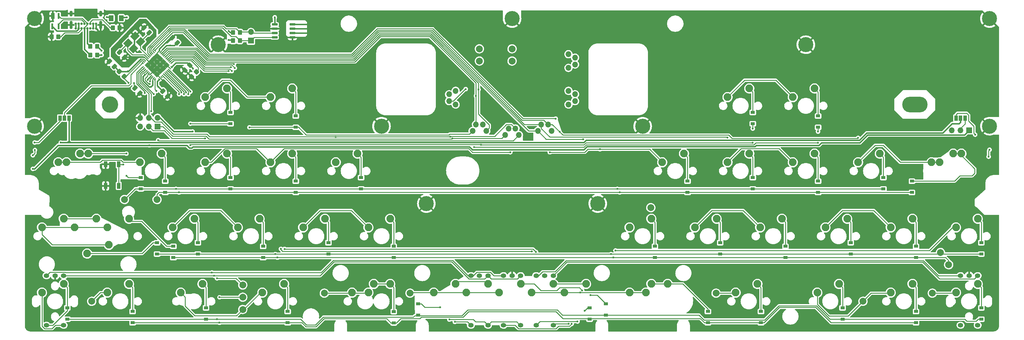
<source format=gbl>
G04 #@! TF.GenerationSoftware,KiCad,Pcbnew,(6.0.10-0)*
G04 #@! TF.CreationDate,2023-02-22T14:56:28+09:00*
G04 #@! TF.ProjectId,Sandy_Base,53616e64-795f-4426-9173-652e6b696361,v.0*
G04 #@! TF.SameCoordinates,Original*
G04 #@! TF.FileFunction,Copper,L2,Bot*
G04 #@! TF.FilePolarity,Positive*
%FSLAX46Y46*%
G04 Gerber Fmt 4.6, Leading zero omitted, Abs format (unit mm)*
G04 Created by KiCad (PCBNEW (6.0.10-0)) date 2023-02-22 14:56:28*
%MOMM*%
%LPD*%
G01*
G04 APERTURE LIST*
G04 Aperture macros list*
%AMRoundRect*
0 Rectangle with rounded corners*
0 $1 Rounding radius*
0 $2 $3 $4 $5 $6 $7 $8 $9 X,Y pos of 4 corners*
0 Add a 4 corners polygon primitive as box body*
4,1,4,$2,$3,$4,$5,$6,$7,$8,$9,$2,$3,0*
0 Add four circle primitives for the rounded corners*
1,1,$1+$1,$2,$3*
1,1,$1+$1,$4,$5*
1,1,$1+$1,$6,$7*
1,1,$1+$1,$8,$9*
0 Add four rect primitives between the rounded corners*
20,1,$1+$1,$2,$3,$4,$5,0*
20,1,$1+$1,$4,$5,$6,$7,0*
20,1,$1+$1,$6,$7,$8,$9,0*
20,1,$1+$1,$8,$9,$2,$3,0*%
%AMRotRect*
0 Rectangle, with rotation*
0 The origin of the aperture is its center*
0 $1 length*
0 $2 width*
0 $3 Rotation angle, in degrees counterclockwise*
0 Add horizontal line*
21,1,$1,$2,0,0,$3*%
G04 Aperture macros list end*
G04 #@! TA.AperFunction,ComponentPad*
%ADD10C,2.250000*%
G04 #@! TD*
G04 #@! TA.AperFunction,ComponentPad*
%ADD11O,1.600000X1.300000*%
G04 #@! TD*
G04 #@! TA.AperFunction,ComponentPad*
%ADD12O,1.700000X1.700000*%
G04 #@! TD*
G04 #@! TA.AperFunction,ComponentPad*
%ADD13C,4.400000*%
G04 #@! TD*
G04 #@! TA.AperFunction,ComponentPad*
%ADD14C,1.000000*%
G04 #@! TD*
G04 #@! TA.AperFunction,ComponentPad*
%ADD15C,4.800000*%
G04 #@! TD*
G04 #@! TA.AperFunction,ComponentPad*
%ADD16O,7.400000X4.600000*%
G04 #@! TD*
G04 #@! TA.AperFunction,SMDPad,CuDef*
%ADD17RoundRect,0.250000X-0.350000X-0.450000X0.350000X-0.450000X0.350000X0.450000X-0.350000X0.450000X0*%
G04 #@! TD*
G04 #@! TA.AperFunction,SMDPad,CuDef*
%ADD18R,1.000000X1.500000*%
G04 #@! TD*
G04 #@! TA.AperFunction,SMDPad,CuDef*
%ADD19RoundRect,0.250000X0.350000X0.450000X-0.350000X0.450000X-0.350000X-0.450000X0.350000X-0.450000X0*%
G04 #@! TD*
G04 #@! TA.AperFunction,SMDPad,CuDef*
%ADD20RoundRect,0.250000X0.574524X0.097227X0.097227X0.574524X-0.574524X-0.097227X-0.097227X-0.574524X0*%
G04 #@! TD*
G04 #@! TA.AperFunction,ComponentPad*
%ADD21R,1.700000X1.700000*%
G04 #@! TD*
G04 #@! TA.AperFunction,ComponentPad*
%ADD22C,2.000000*%
G04 #@! TD*
G04 #@! TA.AperFunction,SMDPad,CuDef*
%ADD23RoundRect,0.250000X-0.574524X-0.097227X-0.097227X-0.574524X0.574524X0.097227X0.097227X0.574524X0*%
G04 #@! TD*
G04 #@! TA.AperFunction,SMDPad,CuDef*
%ADD24RotRect,2.100000X1.800000X225.000000*%
G04 #@! TD*
G04 #@! TA.AperFunction,SMDPad,CuDef*
%ADD25RoundRect,0.250000X0.097227X-0.574524X0.574524X-0.097227X-0.097227X0.574524X-0.574524X0.097227X0*%
G04 #@! TD*
G04 #@! TA.AperFunction,SMDPad,CuDef*
%ADD26RoundRect,0.250001X0.462499X0.624999X-0.462499X0.624999X-0.462499X-0.624999X0.462499X-0.624999X0*%
G04 #@! TD*
G04 #@! TA.AperFunction,SMDPad,CuDef*
%ADD27R,1.000000X1.700000*%
G04 #@! TD*
G04 #@! TA.AperFunction,SMDPad,CuDef*
%ADD28R,0.600000X1.700000*%
G04 #@! TD*
G04 #@! TA.AperFunction,SMDPad,CuDef*
%ADD29RoundRect,0.250000X-0.565685X-0.070711X-0.070711X-0.565685X0.565685X0.070711X0.070711X0.565685X0*%
G04 #@! TD*
G04 #@! TA.AperFunction,SMDPad,CuDef*
%ADD30RoundRect,0.250000X0.070711X-0.565685X0.565685X-0.070711X-0.070711X0.565685X-0.565685X0.070711X0*%
G04 #@! TD*
G04 #@! TA.AperFunction,SMDPad,CuDef*
%ADD31RoundRect,0.150000X0.725000X0.150000X-0.725000X0.150000X-0.725000X-0.150000X0.725000X-0.150000X0*%
G04 #@! TD*
G04 #@! TA.AperFunction,ComponentPad*
%ADD32C,0.700000*%
G04 #@! TD*
G04 #@! TA.AperFunction,ComponentPad*
%ADD33O,0.900000X2.400000*%
G04 #@! TD*
G04 #@! TA.AperFunction,ComponentPad*
%ADD34O,0.900000X1.700000*%
G04 #@! TD*
G04 #@! TA.AperFunction,SMDPad,CuDef*
%ADD35RotRect,0.700000X0.250000X45.000000*%
G04 #@! TD*
G04 #@! TA.AperFunction,SMDPad,CuDef*
%ADD36RotRect,0.700000X0.250000X315.000000*%
G04 #@! TD*
G04 #@! TA.AperFunction,SMDPad,CuDef*
%ADD37RotRect,1.287500X1.287500X45.000000*%
G04 #@! TD*
G04 #@! TA.AperFunction,SMDPad,CuDef*
%ADD38R,1.200000X0.900000*%
G04 #@! TD*
G04 #@! TA.AperFunction,ViaPad*
%ADD39C,0.600000*%
G04 #@! TD*
G04 #@! TA.AperFunction,Conductor*
%ADD40C,0.254000*%
G04 #@! TD*
G04 #@! TA.AperFunction,Conductor*
%ADD41C,0.381000*%
G04 #@! TD*
G04 APERTURE END LIST*
D10*
X231561695Y-81613685D03*
X237911695Y-79073685D03*
X250611775Y-81613685D03*
X256961775Y-79073685D03*
X50585935Y-62563565D03*
X56935935Y-60023565D03*
X98210935Y-81613645D03*
X104560935Y-79073645D03*
X88685935Y-62563565D03*
X95035935Y-60023565D03*
X269662015Y-100663725D03*
X276012015Y-98123725D03*
X88685935Y-43513485D03*
X95035935Y-40973485D03*
X107735935Y-62563565D03*
X114085935Y-60023565D03*
X288712095Y-81613685D03*
X295062095Y-79073685D03*
X222036655Y-43513525D03*
X228386655Y-40973525D03*
X222036655Y-62563605D03*
X228386655Y-60023605D03*
X241086735Y-62563605D03*
X247436735Y-60023605D03*
X22010975Y-81613765D03*
X28360975Y-79073765D03*
X41060975Y-81613765D03*
X47410975Y-79073765D03*
X212511615Y-81613645D03*
X218861615Y-79073645D03*
X193461535Y-81613645D03*
X199811535Y-79073645D03*
X241086735Y-43513525D03*
X247436735Y-40973525D03*
X117260935Y-81613645D03*
X123610935Y-79073645D03*
X69635935Y-43513485D03*
X75985935Y-40973485D03*
X79160935Y-81613645D03*
X85510935Y-79073645D03*
X60110935Y-81613645D03*
X66460935Y-79073645D03*
X22010975Y-100663765D03*
X28360975Y-98123765D03*
X86304995Y-100663765D03*
X92654995Y-98123765D03*
X117261375Y-100663765D03*
X123611375Y-98123765D03*
X193460975Y-100663765D03*
X199810975Y-98123765D03*
X224417225Y-100663765D03*
X230767225Y-98123765D03*
X283949415Y-62563605D03*
X290299415Y-60023605D03*
X260135975Y-62563765D03*
X266485975Y-60023765D03*
X145835975Y-100663405D03*
X152185975Y-98123405D03*
X164885975Y-100663765D03*
X171235975Y-98123765D03*
X29154755Y-62563605D03*
X35504755Y-60023605D03*
X26773475Y-62563765D03*
X33123475Y-60023765D03*
X41060975Y-100663765D03*
X47410975Y-98123765D03*
X269662015Y-81613685D03*
X276012015Y-79073685D03*
X69635935Y-62563565D03*
X75985935Y-60023565D03*
X288712095Y-100663765D03*
X295062095Y-98123765D03*
X62492225Y-100663765D03*
X68842225Y-98123765D03*
X202986575Y-62563565D03*
X209336575Y-60023565D03*
D11*
X295022095Y-95703765D03*
X290022095Y-95703765D03*
X292522095Y-95703765D03*
X295022095Y-110203765D03*
X290022095Y-110203765D03*
D10*
X41537185Y-86693405D03*
X35187185Y-89233405D03*
X248229685Y-100663405D03*
X254579685Y-98123405D03*
D12*
X175639685Y-45672155D03*
X177539685Y-44672155D03*
X177539685Y-42672155D03*
X175639685Y-41672155D03*
D13*
X298474060Y-52006530D03*
D12*
X151645935Y-53397155D03*
X150645935Y-51497155D03*
X148645935Y-51497155D03*
X147645935Y-53397155D03*
D11*
X28320975Y-95703765D03*
X23320975Y-95703765D03*
X25820975Y-95703765D03*
X28320975Y-110203765D03*
X23320975Y-110203765D03*
D10*
X136311375Y-100663765D03*
X142661375Y-98123765D03*
D12*
X175639685Y-34956530D03*
X177539685Y-33956530D03*
X177539685Y-31956530D03*
X175639685Y-30956530D03*
D10*
X198223435Y-100663405D03*
X204573435Y-98123405D03*
X174410975Y-100663765D03*
X180760975Y-98123765D03*
D13*
X19872407Y-20561655D03*
D11*
X161670975Y-95703405D03*
X156670975Y-95703405D03*
X159170975Y-95703405D03*
X161670975Y-110203405D03*
X156670975Y-110203405D03*
D10*
X281567185Y-62563605D03*
X287917185Y-60023605D03*
D13*
X159170935Y-20561655D03*
X73445935Y-28194030D03*
X197270935Y-52053405D03*
D14*
X279345935Y-44428365D03*
X43095935Y-47028365D03*
X278095935Y-43928365D03*
X40495935Y-46978365D03*
X43745935Y-45678365D03*
X39945935Y-45678365D03*
X275295935Y-47428365D03*
X278095935Y-47428365D03*
X273545935Y-45678365D03*
X274045935Y-44428365D03*
X41845935Y-47578365D03*
D15*
X41845935Y-45678365D03*
D14*
X274045935Y-46928365D03*
X279345935Y-46928365D03*
D16*
X276695935Y-45678365D03*
D14*
X40495935Y-44328365D03*
X43095935Y-44328365D03*
X279845935Y-45678365D03*
X276695935Y-43928365D03*
X41845935Y-43778365D03*
X275295935Y-43928365D03*
X276695935Y-47428365D03*
D12*
X161170935Y-54587780D03*
X160170935Y-52687780D03*
X158170935Y-52687780D03*
X157170935Y-54587780D03*
D10*
X112498435Y-100663405D03*
X118848435Y-98123405D03*
D11*
X171195975Y-95703765D03*
X166195975Y-95703765D03*
X168695975Y-95703765D03*
X171195975Y-110203765D03*
X166195975Y-110203765D03*
D10*
X31535975Y-81613765D03*
X37885975Y-79073765D03*
D12*
X142702185Y-41672155D03*
X140802185Y-42672155D03*
X140802185Y-44672155D03*
X142702185Y-45672155D03*
X170695935Y-53397155D03*
X169695935Y-51497155D03*
X167695935Y-51497155D03*
X166695935Y-53397155D03*
D13*
X134167810Y-74628405D03*
X244895935Y-28194030D03*
X121070935Y-52006530D03*
X19867810Y-52006530D03*
D10*
X155360975Y-100663765D03*
X161710975Y-98123765D03*
D11*
X152145975Y-95703405D03*
X147145975Y-95703405D03*
X149645975Y-95703405D03*
X152145975Y-110203405D03*
X147145975Y-110203405D03*
D13*
X298474060Y-20561655D03*
X184174060Y-74628405D03*
D17*
X24820935Y-25860405D03*
X26820935Y-25860405D03*
D18*
X288733435Y-49625280D03*
X290033435Y-49625280D03*
X291333435Y-49625280D03*
D19*
X38123935Y-31194405D03*
X36123935Y-31194405D03*
D20*
X58701433Y-43215153D03*
X57234187Y-41747907D03*
D21*
X82970935Y-27003405D03*
D12*
X82970935Y-24463405D03*
D22*
X104402185Y-100822155D03*
X199652185Y-75819030D03*
X261564685Y-103203405D03*
X36536560Y-103203405D03*
X46061560Y-73437780D03*
X284186560Y-88915905D03*
X286567810Y-92487780D03*
D23*
X41650165Y-33085385D03*
X43117411Y-34552631D03*
D24*
X50773413Y-27331023D03*
X48722803Y-29381633D03*
X47096457Y-27755287D03*
X49147067Y-25704677D03*
D23*
X44629437Y-30381407D03*
X46096683Y-31848653D03*
X60012312Y-26142782D03*
X61479558Y-27610028D03*
D25*
X63653153Y-35605562D03*
X65120399Y-34138316D03*
D21*
X55730310Y-52090905D03*
D12*
X55730310Y-49550905D03*
X53190310Y-52090905D03*
X53190310Y-49550905D03*
X50650310Y-52090905D03*
X50650310Y-49550905D03*
D18*
X27283435Y-49625280D03*
X28583435Y-49625280D03*
X29883435Y-49625280D03*
D26*
X45167810Y-20431155D03*
X42192810Y-20431155D03*
D19*
X44680310Y-23225155D03*
X42680310Y-23225155D03*
D22*
X218702185Y-100822155D03*
X159170935Y-32956530D03*
D27*
X25197935Y-19788405D03*
D28*
X26897935Y-19788405D03*
X26897935Y-22788405D03*
X24997935Y-22788405D03*
D27*
X40595975Y-63148765D03*
X40595975Y-69448765D03*
X44395975Y-69448765D03*
X44395975Y-63148765D03*
D29*
X44582044Y-36017264D03*
X45996258Y-37431478D03*
D30*
X65626828Y-37521262D03*
X67041042Y-36107048D03*
D20*
X53240433Y-24704903D03*
X51773187Y-23237657D03*
D22*
X281805310Y-100822155D03*
X80589685Y-102012780D03*
X80589685Y-98440905D03*
X149645935Y-32956530D03*
X149645935Y-29384655D03*
X55586560Y-73437780D03*
D31*
X95070935Y-22248405D03*
X95070935Y-23518405D03*
X95070935Y-24788405D03*
X95070935Y-26058405D03*
X89920935Y-26058405D03*
X89920935Y-24788405D03*
X89920935Y-23518405D03*
X89920935Y-22248405D03*
D17*
X77779935Y-27003405D03*
X79779935Y-27003405D03*
X77779935Y-24590405D03*
X79779935Y-24590405D03*
D32*
X31845935Y-23418365D03*
X32695935Y-23418365D03*
X33545935Y-23418365D03*
X34395935Y-23418365D03*
X35245935Y-23418365D03*
X36095935Y-23418365D03*
X36945935Y-23418365D03*
X37795935Y-23418365D03*
X37795935Y-22068365D03*
X36945935Y-22068365D03*
X36095935Y-22068365D03*
X35245935Y-22068365D03*
X34395935Y-22068365D03*
X33545935Y-22068365D03*
X32695935Y-22068365D03*
X31845935Y-22068365D03*
D33*
X39145935Y-22438365D03*
D34*
X30495935Y-19058365D03*
D33*
X30495935Y-22438365D03*
D34*
X39145935Y-19058365D03*
D23*
X49090312Y-40874782D03*
X50557558Y-42342028D03*
D19*
X38123935Y-28654405D03*
X36123935Y-28654405D03*
D22*
X129405310Y-100822155D03*
X159170935Y-29384655D03*
D21*
X292558435Y-53197155D03*
D12*
X290018435Y-53197155D03*
X287478435Y-53197155D03*
D22*
X80589685Y-105584655D03*
D35*
X54950164Y-38319085D03*
X54596611Y-37965532D03*
X54243057Y-37611978D03*
X53889504Y-37258425D03*
X53535950Y-36904871D03*
X53182397Y-36551318D03*
X52828844Y-36197765D03*
X52475290Y-35844211D03*
X52121737Y-35490658D03*
X51768183Y-35137104D03*
X51414630Y-34783551D03*
D36*
X51414630Y-33510759D03*
X51768183Y-33157206D03*
X52121737Y-32803652D03*
X52475290Y-32450099D03*
X52828844Y-32096545D03*
X53182397Y-31742992D03*
X53535950Y-31389439D03*
X53889504Y-31035885D03*
X54243057Y-30682332D03*
X54596611Y-30328778D03*
X54950164Y-29975225D03*
D35*
X56222956Y-29975225D03*
X56576509Y-30328778D03*
X56930063Y-30682332D03*
X57283616Y-31035885D03*
X57637170Y-31389439D03*
X57990723Y-31742992D03*
X58344276Y-32096545D03*
X58697830Y-32450099D03*
X59051383Y-32803652D03*
X59404937Y-33157206D03*
X59758490Y-33510759D03*
D36*
X59758490Y-34783551D03*
X59404937Y-35137104D03*
X59051383Y-35490658D03*
X58697830Y-35844211D03*
X58344276Y-36197765D03*
X57990723Y-36551318D03*
X57637170Y-36904871D03*
X57283616Y-37258425D03*
X56930063Y-37611978D03*
X56576509Y-37965532D03*
X56222956Y-38319085D03*
D37*
X54676160Y-35967955D03*
X53765760Y-35057555D03*
X56496960Y-32326355D03*
X56496960Y-35967955D03*
X55586560Y-33236755D03*
X55586560Y-36878355D03*
X57407360Y-35057555D03*
X53765760Y-33236755D03*
X55586560Y-35057555D03*
X55586560Y-31415955D03*
X56496960Y-34147155D03*
X58317760Y-34147155D03*
X54676160Y-32326355D03*
X52855360Y-34147155D03*
X57407360Y-33236755D03*
X54676160Y-34147155D03*
D38*
X77017810Y-70325280D03*
X77017810Y-67025280D03*
X296092810Y-108425280D03*
X296092810Y-105125280D03*
X96067810Y-71375280D03*
X96067810Y-68075280D03*
X93686560Y-109475280D03*
X93686560Y-106175280D03*
X131786560Y-107234655D03*
X131786560Y-103934655D03*
X86542810Y-90425280D03*
X86542810Y-87125280D03*
X200842810Y-90425280D03*
X200842810Y-87125280D03*
X124642810Y-109525280D03*
X124642810Y-106225280D03*
X257992810Y-89375280D03*
X257992810Y-86075280D03*
X29392810Y-108425280D03*
X29392810Y-105125280D03*
X229417810Y-70325280D03*
X229417810Y-67025280D03*
X238942810Y-90425280D03*
X238942810Y-87125280D03*
X216320935Y-109471280D03*
X216320935Y-106171280D03*
X219892810Y-89375280D03*
X219892810Y-86075280D03*
X277042810Y-109475280D03*
X277042810Y-106175280D03*
X210367810Y-71375280D03*
X210367810Y-68075280D03*
X248467810Y-71375280D03*
X248467810Y-68075280D03*
X186555310Y-107234655D03*
X186555310Y-103934655D03*
X277042810Y-90425280D03*
X277042810Y-87125280D03*
X50824060Y-70325280D03*
X50824060Y-67025280D03*
X229417810Y-51275280D03*
X229417810Y-47975280D03*
X275852185Y-71375280D03*
X275852185Y-68075280D03*
X96067810Y-52325280D03*
X96067810Y-49025280D03*
X55586560Y-89375280D03*
X55586560Y-86075280D03*
X296092810Y-89375280D03*
X296092810Y-86075280D03*
X48442810Y-109475280D03*
X48442810Y-106175280D03*
X67492810Y-89375280D03*
X67492810Y-86075280D03*
X105592810Y-89375280D03*
X105592810Y-86075280D03*
X124642810Y-90425280D03*
X124642810Y-87125280D03*
X255611560Y-108425280D03*
X255611560Y-105125280D03*
X115117810Y-70325280D03*
X115117810Y-67025280D03*
X181792810Y-108425280D03*
X181792810Y-105125280D03*
X69874060Y-108425280D03*
X69874060Y-105125280D03*
X267517810Y-70325280D03*
X267517810Y-67025280D03*
X60349060Y-90425280D03*
X60349060Y-87125280D03*
X77017810Y-51275280D03*
X77017810Y-47975280D03*
X248467810Y-52325280D03*
X248467810Y-49025280D03*
X231799060Y-109475280D03*
X231799060Y-106175280D03*
X57967810Y-71375280D03*
X57967810Y-68075280D03*
D39*
X46648935Y-66500405D03*
X46648735Y-60023605D03*
X46775935Y-20177155D03*
X55999310Y-40513030D03*
X65947635Y-53546405D03*
X53360718Y-57589657D03*
X53809900Y-40478075D03*
X76517500Y-26812875D03*
X66079935Y-35163155D03*
X76485779Y-24152092D03*
X19343935Y-64468405D03*
X47085220Y-35925155D03*
X52006197Y-36997972D03*
X89924185Y-20177155D03*
X59475935Y-28400405D03*
X40933935Y-20145405D03*
X39409937Y-29924405D03*
X53559500Y-38883509D03*
X39409934Y-31194404D03*
X52855941Y-38467634D03*
X48883654Y-39375218D03*
X53415650Y-39673217D03*
X19343935Y-60499653D03*
X19961102Y-58975655D03*
X27490997Y-56797604D03*
X19867810Y-56769030D03*
X294295935Y-54478405D03*
X298235935Y-60912405D03*
X298489935Y-58880405D03*
X73809810Y-102012780D03*
X64682935Y-42656155D03*
X73809810Y-109475280D03*
X138215935Y-104945941D03*
X142488167Y-109218173D03*
X150153935Y-57482004D03*
X65317935Y-51260405D03*
X65317935Y-41894155D03*
X229382371Y-56823556D03*
X65317935Y-57543206D03*
X229401935Y-52689155D03*
X78031144Y-33870020D03*
X248451935Y-53578155D03*
X148145935Y-58111704D03*
X145646201Y-41164671D03*
X82557738Y-52328843D03*
X248451935Y-56837492D03*
X190588810Y-71375280D03*
X62033060Y-71375280D03*
X62015935Y-42656155D03*
X189910235Y-70325280D03*
X55411935Y-41735405D03*
X61141810Y-70325280D03*
X73081810Y-96472405D03*
X64047935Y-42148155D03*
X73081810Y-108425280D03*
X178285201Y-109109671D03*
X182030935Y-101425405D03*
X77382934Y-35893406D03*
X90712636Y-90413454D03*
X188713060Y-90425280D03*
X180379933Y-105997405D03*
X176569935Y-109807405D03*
X179617935Y-100028405D03*
X158662935Y-59642405D03*
X53887935Y-47653605D03*
X69635935Y-55578405D03*
X45759935Y-63198405D03*
X47283937Y-39322405D03*
X107735935Y-55165931D03*
X141123768Y-55070404D03*
X76493935Y-35893405D03*
X188031685Y-89392155D03*
X90082935Y-89392155D03*
X55919935Y-56086405D03*
X54607658Y-42615882D03*
X179109575Y-100663765D03*
X170195934Y-59626846D03*
X175680935Y-109802105D03*
X184832715Y-58745625D03*
X171900030Y-49792569D03*
X222036655Y-55324405D03*
X173044100Y-53643240D03*
X260135935Y-55437156D03*
X189342760Y-88344405D03*
X179947074Y-55831640D03*
X149391935Y-41290905D03*
X148645935Y-43132405D03*
X71582674Y-94779666D03*
X62650935Y-42148155D03*
X63412935Y-42656155D03*
X72264545Y-95703765D03*
X77129716Y-34749656D03*
X164948670Y-88567420D03*
X91733935Y-87868155D03*
X92787260Y-87905480D03*
X78273466Y-35002874D03*
X166155936Y-88762455D03*
X198795935Y-59978405D03*
X50839935Y-53800405D03*
X284519935Y-53038405D03*
X282233935Y-88344405D03*
X129325935Y-84280405D03*
X46775935Y-109426405D03*
X173521935Y-91392405D03*
X186983935Y-72342405D03*
X74969935Y-53292405D03*
X39663935Y-32972405D03*
X93295935Y-59478405D03*
X44997935Y-61039405D03*
X77795935Y-29978405D03*
X171235935Y-93678405D03*
X295795935Y-54478405D03*
X29249935Y-45926405D03*
X163869935Y-95456405D03*
X36295935Y-24478405D03*
X220765935Y-69548405D03*
X77156629Y-37954462D03*
X265215935Y-61674405D03*
X22899935Y-65484405D03*
X161795935Y-47978405D03*
X111795935Y-59478405D03*
X174283935Y-53478405D03*
X111795935Y-29978405D03*
X111545935Y-34242405D03*
X204001935Y-72342405D03*
X298489935Y-57610405D03*
X128168832Y-68290976D03*
X54395935Y-110950405D03*
X65317935Y-80724405D03*
X70651935Y-81486405D03*
X150407935Y-47958405D03*
X200295935Y-53478405D03*
X60491935Y-69294405D03*
X263945935Y-18669030D03*
X42457935Y-62944405D03*
X207049935Y-109156530D03*
X165139935Y-27130405D03*
X206795935Y-18669030D03*
X106783435Y-109156530D03*
X182795935Y-53478405D03*
X118149935Y-53546405D03*
X28741935Y-51260405D03*
X44743935Y-93678405D03*
X58205935Y-55324405D03*
X62015935Y-34496405D03*
X37885935Y-70564405D03*
X263945935Y-33988405D03*
X60745935Y-35766405D03*
X33821935Y-30432405D03*
X159297935Y-91392405D03*
X92795935Y-29978405D03*
X225845935Y-36528405D03*
X200795935Y-58978405D03*
X17486560Y-36528405D03*
X70905935Y-24082405D03*
X58459935Y-21288405D03*
X150836560Y-36528405D03*
X291123935Y-97742405D03*
X224321935Y-58978405D03*
X32297935Y-70564405D03*
X37885935Y-87963405D03*
X65063935Y-39830405D03*
X61000701Y-45926405D03*
X42711935Y-36020405D03*
X299664685Y-111537780D03*
X122975935Y-106886405D03*
X207049935Y-92916405D03*
X194295935Y-53478405D03*
X259119935Y-69548405D03*
X28233935Y-100282405D03*
X122261560Y-27003405D03*
X30773935Y-55832405D03*
X147613935Y-47196405D03*
X73445935Y-59134405D03*
X23661935Y-108410405D03*
X173521935Y-69294405D03*
X139295935Y-59478405D03*
X147613935Y-40338405D03*
X183173935Y-92916405D03*
X154471935Y-94694405D03*
X153455935Y-54054405D03*
X57237560Y-39020780D03*
X21629935Y-70310405D03*
X261151935Y-58880405D03*
X22645935Y-18669030D03*
X164885935Y-55832405D03*
X103417935Y-106886405D03*
X300855310Y-36528405D03*
X135358435Y-111537780D03*
X17486560Y-49228405D03*
X62777935Y-25606405D03*
X72683935Y-110950405D03*
X76239935Y-91392405D03*
X300855310Y-48720405D03*
X181649935Y-72342405D03*
X111545935Y-18669030D03*
X17486560Y-55197405D03*
X201795935Y-69478405D03*
X25820935Y-75819030D03*
X78545935Y-59478405D03*
X186795935Y-69478405D03*
X230671935Y-100282405D03*
X230795935Y-59978405D03*
X56295935Y-24336405D03*
X278677935Y-109426405D03*
X171295935Y-48478405D03*
X296711935Y-70310405D03*
X65317935Y-107394405D03*
X240069935Y-111204405D03*
X187745935Y-18669030D03*
X173521935Y-46180405D03*
X30265935Y-101298405D03*
X172759935Y-96472405D03*
X182983435Y-111537780D03*
X39663935Y-28908405D03*
X25947935Y-93678405D03*
X45251935Y-55832405D03*
X194889685Y-27003405D03*
X245149935Y-103584405D03*
X111545935Y-111537780D03*
X36295935Y-26978405D03*
X279947935Y-33988405D03*
X28487935Y-19002405D03*
X96795935Y-59478405D03*
X223795935Y-54478405D03*
X52109935Y-61268005D03*
X73699935Y-42624405D03*
X173013935Y-111537780D03*
X247943935Y-26622405D03*
X160059935Y-111537780D03*
X68619935Y-36528405D03*
X41187935Y-30432405D03*
X264453935Y-101806405D03*
X244895935Y-36528405D03*
X300855310Y-23431530D03*
X162599935Y-18669030D03*
X50585935Y-47704405D03*
X186983935Y-59642405D03*
X130595935Y-109156530D03*
X28487935Y-22558405D03*
X111545935Y-109156530D03*
X80049935Y-107394405D03*
X55513535Y-46282005D03*
X51537669Y-59578139D03*
X130595935Y-111537780D03*
X159805935Y-72342405D03*
X118689685Y-46053405D03*
X278233435Y-92916405D03*
X27217935Y-58626405D03*
X265977935Y-92916405D03*
X293409935Y-110188405D03*
X47537935Y-41100405D03*
X113577935Y-69294405D03*
X60999935Y-42370405D03*
X49823935Y-96726405D03*
X118295935Y-23478405D03*
X17486560Y-78438405D03*
X41295935Y-23978405D03*
X50824060Y-68675280D03*
X134167810Y-49625280D03*
X222035935Y-106886405D03*
X277915935Y-60150405D03*
X158789935Y-50244405D03*
X19851935Y-63198405D03*
X54141935Y-84788405D03*
X224067935Y-72342405D03*
X278931935Y-36528405D03*
X90717935Y-96726405D03*
X84113935Y-53800405D03*
X290107935Y-47323405D03*
X184174060Y-49625280D03*
X151423935Y-41862405D03*
X32043935Y-18240405D03*
X28741935Y-55578405D03*
X60491935Y-21288405D03*
X130595935Y-72322609D03*
X130595935Y-18669030D03*
X92749935Y-34242405D03*
X225845935Y-18669030D03*
X149645935Y-27130405D03*
X300855310Y-93678405D03*
X294902185Y-77009655D03*
X93130935Y-73866405D03*
X88939935Y-77676405D03*
X144883435Y-111537780D03*
X194889685Y-49625280D03*
X284519935Y-94440405D03*
X67222935Y-21288405D03*
X55513535Y-43259405D03*
X73445935Y-78438405D03*
X261151935Y-72342405D03*
X282995935Y-111537780D03*
X270295935Y-59134405D03*
X65386735Y-28090396D03*
X44743935Y-90503405D03*
X97575935Y-107394405D03*
X199652185Y-30575280D03*
X60644335Y-52327205D03*
X233465935Y-106886405D03*
X46013935Y-39322405D03*
X230417935Y-92916405D03*
X33295935Y-25478405D03*
X37631935Y-18240405D03*
X252515935Y-106378405D03*
X55157935Y-54308405D03*
X263945935Y-36528405D03*
X118689685Y-30575280D03*
X263945935Y-111204405D03*
X17438935Y-23193405D03*
X278423935Y-67008405D03*
X24423935Y-61674405D03*
X26709935Y-66500405D03*
X239561935Y-69548405D03*
X241847935Y-26622405D03*
X269279935Y-26622405D03*
X187491935Y-109156530D03*
X29392810Y-107140405D03*
X206795935Y-36528405D03*
X273597935Y-56594405D03*
X48807935Y-52022405D03*
X109259935Y-72342405D03*
X30265935Y-96726405D03*
X75477935Y-25733405D03*
X167425935Y-91392405D03*
X206795935Y-111537780D03*
X144819935Y-53292405D03*
X30011935Y-47958405D03*
X141263935Y-92662405D03*
X225845935Y-33988405D03*
X41949935Y-102822405D03*
X211558435Y-111537780D03*
X134167810Y-27003405D03*
X26201935Y-111458405D03*
X282995935Y-18669030D03*
X50585935Y-43894405D03*
X67857935Y-48212405D03*
X300855310Y-78438405D03*
X126277935Y-106886405D03*
X137739685Y-46053405D03*
X212383935Y-103076405D03*
X60644335Y-48339405D03*
X184174060Y-27003405D03*
X44997935Y-58880405D03*
X64555935Y-75644405D03*
X137295935Y-23478405D03*
X137453935Y-30178405D03*
X144819935Y-46434405D03*
X105449935Y-91392405D03*
X277153935Y-107394405D03*
X22923500Y-56784875D03*
X265723935Y-107394405D03*
X92495935Y-110950405D03*
X37727185Y-111537780D03*
X67095935Y-106378405D03*
X73445935Y-18669030D03*
X65317935Y-24082405D03*
X32043935Y-109426405D03*
X48553935Y-107394405D03*
X58205935Y-88344405D03*
X96051935Y-69294405D03*
X207295935Y-58978405D03*
X211113935Y-106378405D03*
X225845935Y-111204405D03*
X226295935Y-59978405D03*
X183173935Y-109156530D03*
X97321935Y-54054405D03*
X242863935Y-106124405D03*
X60644335Y-58677205D03*
X162853935Y-55832405D03*
X76239935Y-106378405D03*
X164123935Y-52276405D03*
X77763935Y-21288405D03*
X143549935Y-91392405D03*
X211367935Y-109156530D03*
X87923935Y-23828405D03*
X142787935Y-47958405D03*
X180602185Y-30575280D03*
X187745935Y-111537780D03*
X155741935Y-18669030D03*
X36869935Y-41100405D03*
X249467935Y-92916405D03*
X293663935Y-49482405D03*
X78545935Y-63228405D03*
X238545935Y-58626405D03*
X54395935Y-71580405D03*
X92495935Y-18669030D03*
X76239935Y-88344405D03*
X242795935Y-54478405D03*
X17486560Y-93678405D03*
X244895935Y-18669030D03*
X107481935Y-92662405D03*
X300267935Y-65230405D03*
X67349935Y-72342405D03*
X258865935Y-107394405D03*
X280709935Y-91392405D03*
X211295935Y-58978405D03*
X70295935Y-28978405D03*
X26709935Y-80724405D03*
X146343935Y-94186405D03*
X70143935Y-93678405D03*
X293917935Y-99774405D03*
X106783435Y-111537780D03*
X290869935Y-107394405D03*
X131484935Y-92535405D03*
X68619935Y-100536405D03*
X300164500Y-59832875D03*
X75223935Y-21288405D03*
X181792810Y-48434655D03*
X136437935Y-72342405D03*
X294902185Y-18669030D03*
X135358435Y-109156530D03*
X103163935Y-93678405D03*
X116295935Y-59478405D03*
X275883935Y-69802405D03*
X237783935Y-106124405D03*
X49823935Y-93678405D03*
X71413935Y-96726405D03*
X89193935Y-21288405D03*
X123991935Y-53546405D03*
X300775935Y-55070405D03*
X180633935Y-38306405D03*
X247689935Y-106124405D03*
X18677185Y-111537780D03*
X199652185Y-38909655D03*
X261151935Y-54184499D03*
X62777935Y-28146405D03*
X123452185Y-49625280D03*
X22818446Y-60489821D03*
X244895935Y-33988405D03*
X42457935Y-69548405D03*
X54395935Y-18669030D03*
X199652185Y-46053405D03*
X148375935Y-69294405D03*
X95035935Y-62690405D03*
X51982935Y-42306875D03*
X141766635Y-55583705D03*
X140882935Y-108537405D03*
D40*
X34395935Y-23159155D02*
X34395935Y-23418365D01*
X35245935Y-22309155D02*
X34395935Y-23159155D01*
X33720674Y-20431155D02*
X35245935Y-21956416D01*
D41*
X34395935Y-29480155D02*
X36098935Y-31183155D01*
X36098935Y-31183155D02*
X36098935Y-31194405D01*
D40*
X26897935Y-19788405D02*
X27540685Y-20431155D01*
X27540685Y-20431155D02*
X33720674Y-20431155D01*
X35245935Y-21956416D02*
X35245935Y-22068365D01*
D41*
X34395935Y-23418365D02*
X34395935Y-29480155D01*
D40*
X35245935Y-22068365D02*
X35245935Y-22309155D01*
X229417810Y-42004680D02*
X228386655Y-40973525D01*
X229417810Y-47975280D02*
X229417810Y-42004680D01*
X96067810Y-42005360D02*
X95035935Y-40973485D01*
X96067810Y-49025280D02*
X96067810Y-42005360D01*
X77017810Y-47975280D02*
X77017810Y-42005360D01*
X77017810Y-42005360D02*
X75985935Y-40973485D01*
X293409935Y-66500405D02*
X294171935Y-65738405D01*
X288279060Y-68075280D02*
X289853935Y-66500405D01*
X294171935Y-64439966D02*
X289755574Y-60023605D01*
X289853935Y-66500405D02*
X293409935Y-66500405D01*
X289755574Y-60023605D02*
X287917185Y-60023605D01*
X294171935Y-65738405D02*
X294171935Y-64439966D01*
X275852185Y-68075280D02*
X288279060Y-68075280D01*
X229417810Y-67025280D02*
X229417810Y-61054760D01*
X229417810Y-61054760D02*
X228386655Y-60023605D01*
X210367810Y-68075280D02*
X210367810Y-61054800D01*
X210367810Y-61054800D02*
X209336575Y-60023565D01*
X96067810Y-68075280D02*
X96067810Y-61055440D01*
X96067810Y-61055440D02*
X95035935Y-60023565D01*
X77017810Y-61055440D02*
X75985935Y-60023565D01*
X77017810Y-67025280D02*
X77017810Y-61055440D01*
X35504595Y-60023765D02*
X35504755Y-60023605D01*
X47173810Y-67025280D02*
X46648935Y-66500405D01*
X50824060Y-67025280D02*
X47173810Y-67025280D01*
X35504755Y-60023605D02*
X46648735Y-60023605D01*
X33123475Y-60023765D02*
X35504595Y-60023765D01*
X277042810Y-80104480D02*
X276012015Y-79073685D01*
X277042810Y-87125280D02*
X277042810Y-80104480D01*
X219892810Y-80104840D02*
X218861615Y-79073645D01*
X219892810Y-86075280D02*
X219892810Y-80104840D01*
X200842810Y-80104920D02*
X199811535Y-79073645D01*
X200842810Y-87125280D02*
X200842810Y-80104920D01*
X124642810Y-87125280D02*
X124642810Y-80105520D01*
X124642810Y-80105520D02*
X123610935Y-79073645D01*
X86542810Y-80105520D02*
X85510935Y-79073645D01*
X86542810Y-87125280D02*
X86542810Y-80105520D01*
X67492810Y-86075280D02*
X67492810Y-80105520D01*
X67492810Y-80105520D02*
X66460935Y-79073645D01*
X55586560Y-86075280D02*
X54379060Y-86075280D01*
X51220935Y-89233405D02*
X35187185Y-89233405D01*
X28360975Y-79073765D02*
X37885975Y-79073765D01*
X54379060Y-86075280D02*
X51220935Y-89233405D01*
X277042810Y-106175280D02*
X277042810Y-99154520D01*
X277042810Y-99154520D02*
X276012015Y-98123725D01*
X231799060Y-99155600D02*
X230767225Y-98123765D01*
X231799060Y-106175280D02*
X231799060Y-99155600D01*
X123611375Y-98123765D02*
X118848795Y-98123765D01*
X118848795Y-98123765D02*
X118848435Y-98123405D01*
X124642810Y-99155200D02*
X123611375Y-98123765D01*
X124642810Y-106225280D02*
X124642810Y-99155200D01*
X93686560Y-106175280D02*
X93686560Y-99155330D01*
X93686560Y-99155330D02*
X92654995Y-98123765D01*
X56935935Y-29969352D02*
X56935935Y-29829155D01*
D41*
X45421810Y-20177155D02*
X46775935Y-20177155D01*
X57243026Y-41756746D02*
X55665935Y-40179655D01*
X64476560Y-33512155D02*
X61029886Y-33512155D01*
D40*
X51705568Y-32387483D02*
X50815257Y-32387483D01*
X52828844Y-36197765D02*
X52260500Y-36766109D01*
D41*
X61470719Y-27601189D02*
X60671503Y-28400405D01*
X51535103Y-37469066D02*
X51535103Y-38773004D01*
X89920935Y-20180405D02*
X89924185Y-20177155D01*
X52006197Y-36997972D02*
X51535103Y-37469066D01*
X230417935Y-57610405D02*
X248705935Y-57610405D01*
X66023176Y-58048164D02*
X146781694Y-58048164D01*
X65111560Y-34147155D02*
X64476560Y-33512155D01*
X60671503Y-28400405D02*
X59475935Y-28400405D01*
X57189935Y-29575155D02*
X58364685Y-28400405D01*
X146781694Y-58048164D02*
X147613935Y-58880405D01*
X230036935Y-57991405D02*
X230417935Y-57610405D01*
X51535103Y-38773004D02*
X53240174Y-40478075D01*
X76924092Y-24590405D02*
X76485779Y-24152092D01*
X77779935Y-24590405D02*
X76924092Y-24590405D01*
X262929935Y-54562405D02*
X291193185Y-54562405D01*
D40*
X56935935Y-29829155D02*
X57189935Y-29575155D01*
D41*
X26730683Y-57589657D02*
X53360718Y-57589657D01*
X260643935Y-56848405D02*
X262929935Y-54562405D01*
X43108572Y-34543792D02*
X44564367Y-35999587D01*
X65063935Y-58372405D02*
X65698935Y-58372405D01*
X65698935Y-58372405D02*
X66023176Y-58048164D01*
X147613935Y-58880405D02*
X180128944Y-58880405D01*
D40*
X54596611Y-37965532D02*
X54284088Y-38278055D01*
D41*
X66079935Y-35115530D02*
X65111560Y-34147155D01*
X66079935Y-35163155D02*
X66079935Y-35115530D01*
X55665935Y-40179655D02*
X55665935Y-38876106D01*
X291193185Y-54562405D02*
X292558435Y-53197155D01*
X19851935Y-64468405D02*
X26730683Y-57589657D01*
X248705935Y-57610405D02*
X249467935Y-56848405D01*
X61029886Y-33512155D02*
X59772774Y-34769267D01*
X47209503Y-35999587D02*
X50636735Y-32572355D01*
X77589405Y-26812875D02*
X77779935Y-27003405D01*
X50636735Y-32566005D02*
X50815257Y-32387483D01*
X54317900Y-39970075D02*
X53809900Y-40478075D01*
X58364685Y-28400405D02*
X59475935Y-28400405D01*
X249467935Y-56848405D02*
X260643935Y-56848405D01*
X54317900Y-38738573D02*
X54317900Y-39970075D01*
X64281187Y-57589657D02*
X65063935Y-58372405D01*
X180128944Y-58880405D02*
X181017944Y-57991405D01*
X56496435Y-49550905D02*
X60491935Y-53546405D01*
X89920935Y-22248405D02*
X89920935Y-20180405D01*
X55665935Y-38876106D02*
X56208672Y-38333369D01*
X45167810Y-20431155D02*
X45421810Y-20177155D01*
D40*
X54284088Y-38278055D02*
X54284088Y-38615463D01*
X54284088Y-38615463D02*
X54317900Y-38649275D01*
D41*
X44564367Y-35999587D02*
X47209503Y-35999587D01*
D40*
X56576509Y-30328778D02*
X56935935Y-29969352D01*
X52121737Y-32803652D02*
X51705568Y-32387483D01*
D41*
X53360718Y-57589657D02*
X64281187Y-57589657D01*
X53240174Y-40478075D02*
X53809900Y-40478075D01*
X76517500Y-26812875D02*
X77589405Y-26812875D01*
X19343935Y-64468405D02*
X19851935Y-64468405D01*
X50636735Y-32572355D02*
X50636735Y-32566005D01*
X181017944Y-57991405D02*
X230036935Y-57991405D01*
X60491935Y-53546405D02*
X65947635Y-53546405D01*
X55730310Y-49550905D02*
X56496435Y-49550905D01*
X42192810Y-20431155D02*
X41907060Y-20145405D01*
X41907060Y-20145405D02*
X40933935Y-20145405D01*
X32695935Y-23418365D02*
X32695935Y-23620116D01*
X32153986Y-24162065D02*
X26371595Y-24162065D01*
X32695935Y-23620116D02*
X32153986Y-24162065D01*
X26371595Y-24162065D02*
X24997935Y-22788405D01*
X36945935Y-23418365D02*
X36945935Y-22068365D01*
X32695935Y-22068365D02*
X32695935Y-23418365D01*
X38148935Y-28663403D02*
X39409937Y-29924405D01*
D40*
X54243057Y-37630994D02*
X53559500Y-38314551D01*
D41*
X38148935Y-28654405D02*
X38148935Y-28663403D01*
D40*
X53559500Y-38314551D02*
X53559500Y-38883509D01*
X54243057Y-37611978D02*
X54243057Y-37630994D01*
X53889504Y-37258425D02*
X53514654Y-37633275D01*
D41*
X38148935Y-31194405D02*
X39409934Y-31194404D01*
X52855941Y-38282434D02*
X52855941Y-38467634D01*
X53505100Y-37633275D02*
X52855941Y-38282434D01*
D40*
X53514654Y-37633275D02*
X53505100Y-37633275D01*
X53231594Y-24872842D02*
X53231594Y-24696064D01*
X50773413Y-27331023D02*
X53231594Y-24872842D01*
X50773413Y-29334008D02*
X53182397Y-31742992D01*
X50773413Y-27331023D02*
X50773413Y-29334008D01*
X51822990Y-31090691D02*
X48367671Y-31090691D01*
X47013745Y-29736765D02*
X47013745Y-27837999D01*
X47013745Y-27837999D02*
X47096457Y-27755287D01*
X44638276Y-30213468D02*
X44638276Y-30390246D01*
X52828844Y-32096545D02*
X51822990Y-31090691D01*
X48367671Y-31090691D02*
X47013745Y-29736765D01*
X47096457Y-27755287D02*
X44638276Y-30213468D01*
X65590168Y-32816013D02*
X67603935Y-34829780D01*
X67603935Y-35544155D02*
X67058719Y-36089371D01*
X59758490Y-33510759D02*
X60453236Y-32816013D01*
X60453236Y-32816013D02*
X65590168Y-32816013D01*
X67603935Y-34829780D02*
X67603935Y-35544155D01*
X53170992Y-39673217D02*
X53415650Y-39673217D01*
X48883654Y-40668124D02*
X48883654Y-39375218D01*
X53182397Y-36551318D02*
X53182397Y-36608853D01*
X52869874Y-36921376D02*
X52869874Y-37292466D01*
X52082700Y-38079640D02*
X52082700Y-38584925D01*
X52869874Y-37292466D02*
X52082700Y-38079640D01*
X53182397Y-36608853D02*
X52869874Y-36921376D01*
X52082700Y-38584925D02*
X53170992Y-39673217D01*
X49090312Y-40874782D02*
X48883654Y-40668124D01*
X19343935Y-60499653D02*
X19961102Y-59882486D01*
X19961102Y-59882486D02*
X19961102Y-58975655D01*
X32551935Y-24717405D02*
X28614935Y-24717405D01*
X28614935Y-24717405D02*
X27471935Y-25860405D01*
X33545935Y-23418365D02*
X33545935Y-23723405D01*
X27471935Y-25860405D02*
X26820935Y-25860405D01*
X33545935Y-23723405D02*
X32551935Y-24717405D01*
X39632945Y-20908165D02*
X36761161Y-20908165D01*
X41949935Y-23225155D02*
X39632945Y-20908165D01*
X36761161Y-20908165D02*
X36095935Y-21573391D01*
X36095935Y-21573391D02*
X36095935Y-22068365D01*
X42655310Y-23225155D02*
X41949935Y-23225155D01*
D41*
X29427735Y-56797605D02*
X29883435Y-56341905D01*
X284849636Y-53978704D02*
X287567935Y-51260405D01*
X29883435Y-56338905D02*
X30333334Y-56788804D01*
X180103322Y-56788804D02*
X180761770Y-56130356D01*
X29427735Y-56797605D02*
X27490997Y-56797604D01*
X290033435Y-50826905D02*
X290033435Y-49625280D01*
X29427735Y-56797605D02*
X30324533Y-56797605D01*
X180761770Y-56130356D02*
X260536506Y-56130356D01*
X260536506Y-56130356D02*
X262688158Y-53978704D01*
X30333334Y-56788804D02*
X180103322Y-56788804D01*
X30324533Y-56797605D02*
X30333334Y-56788804D01*
X289599935Y-51260405D02*
X290033435Y-50826905D01*
X262688158Y-53978704D02*
X284849636Y-53978704D01*
X29883435Y-49625280D02*
X29883435Y-56338905D01*
X287567935Y-51260405D02*
X289599935Y-51260405D01*
D40*
X21058435Y-56769030D02*
X19867810Y-56769030D01*
X27283435Y-50544030D02*
X21058435Y-56769030D01*
X27283435Y-49625280D02*
X27283435Y-50544030D01*
X293917935Y-52022405D02*
X293917935Y-54100405D01*
X288733435Y-48621280D02*
X289142310Y-48212405D01*
X291830960Y-48212405D02*
X292393935Y-48775380D01*
X288733435Y-49625280D02*
X288733435Y-48621280D01*
X289142310Y-48212405D02*
X291830960Y-48212405D01*
X292393935Y-50498405D02*
X293917935Y-52022405D01*
X293917935Y-54100405D02*
X294295935Y-54478405D01*
X292393935Y-48775380D02*
X292393935Y-50498405D01*
X298235935Y-60912405D02*
X298235935Y-59134405D01*
X298235935Y-59134405D02*
X298489935Y-58880405D01*
X232718560Y-109475280D02*
X231799060Y-109475280D01*
X171997935Y-106251405D02*
X146496335Y-106251405D01*
X146496335Y-106251405D02*
X144896135Y-107851605D01*
X48442810Y-109475280D02*
X73809810Y-109475280D01*
X132280601Y-108287764D02*
X126654576Y-108287764D01*
X237212435Y-104981405D02*
X232718560Y-109475280D01*
X122599294Y-108287764D02*
X104302576Y-108287764D01*
X99015596Y-110612066D02*
X97878810Y-109475280D01*
X132716760Y-107851605D02*
X132280601Y-108287764D01*
X247795191Y-104981405D02*
X237212435Y-104981405D01*
X123836810Y-109525280D02*
X122599294Y-108287764D01*
X214099764Y-108232106D02*
X173978636Y-108232106D01*
X64682935Y-41765624D02*
X64682935Y-42656155D01*
X58761522Y-35844211D02*
X64682935Y-41765624D01*
X101978274Y-110612066D02*
X99015596Y-110612066D01*
X144896135Y-107851605D02*
X132716760Y-107851605D01*
X277042810Y-109475280D02*
X276993935Y-109426405D01*
X215342938Y-109475280D02*
X214099764Y-108232106D01*
X73809810Y-109475280D02*
X93686560Y-109475280D01*
X124642810Y-109525280D02*
X123836810Y-109525280D01*
X104302576Y-108287764D02*
X101978274Y-110612066D01*
X58697830Y-35844211D02*
X58761522Y-35844211D01*
X97878810Y-109475280D02*
X93686560Y-109475280D01*
X252240191Y-109426405D02*
X247795191Y-104981405D01*
X173978636Y-108232106D02*
X171997935Y-106251405D01*
X125417060Y-109525280D02*
X124642810Y-109525280D01*
X231799060Y-109475280D02*
X215342938Y-109475280D01*
X126654576Y-108287764D02*
X125417060Y-109525280D01*
X276993935Y-109426405D02*
X252240191Y-109426405D01*
X80589685Y-102012780D02*
X73809810Y-102012780D01*
X51366106Y-33510759D02*
X47913637Y-36963228D01*
X47285468Y-40211405D02*
X36425435Y-40211405D01*
X36425435Y-40211405D02*
X28583435Y-48053405D01*
X47913637Y-39583236D02*
X47285468Y-40211405D01*
X47913637Y-36963228D02*
X47913637Y-39583236D01*
X28583435Y-48053405D02*
X28583435Y-49625280D01*
X51414630Y-33510759D02*
X51366106Y-33510759D01*
D41*
X35245935Y-23418365D02*
X35245935Y-27801405D01*
D40*
X26897935Y-22116405D02*
X28106175Y-20908165D01*
X26897935Y-22788405D02*
X26897935Y-22116405D01*
X33551812Y-20908165D02*
X34395935Y-21752288D01*
X28106175Y-20908165D02*
X33551812Y-20908165D01*
X34395935Y-21752288D02*
X34395935Y-22068365D01*
D41*
X35245935Y-27801405D02*
X36098935Y-28654405D01*
D40*
X146160743Y-109218173D02*
X142488167Y-109218173D01*
X131786560Y-103934655D02*
X132724185Y-103934655D01*
X132724185Y-103934655D02*
X133735471Y-104945941D01*
X133735471Y-104945941D02*
X138215935Y-104945941D01*
X147145975Y-110203405D02*
X146160743Y-109218173D01*
X151438975Y-97376405D02*
X143408735Y-97376405D01*
X143408735Y-97376405D02*
X142661375Y-98123765D01*
X152185975Y-98123405D02*
X151438975Y-97376405D01*
X248467810Y-49025280D02*
X248467810Y-42004600D01*
X248467810Y-42004600D02*
X247436735Y-40973525D01*
X150042138Y-57370207D02*
X150153935Y-57482004D01*
X65490934Y-57370207D02*
X150042138Y-57370207D01*
X229401935Y-51291155D02*
X229417810Y-51275280D01*
X59051383Y-35490658D02*
X59053841Y-35490658D01*
X180779395Y-56848405D02*
X229357522Y-56848405D01*
X150153935Y-57482004D02*
X180145796Y-57482004D01*
X59053841Y-35490658D02*
X65317935Y-41754752D01*
X229401935Y-52689155D02*
X229401935Y-51291155D01*
X65332810Y-51275280D02*
X65317935Y-51260405D01*
X229357522Y-56848405D02*
X229382371Y-56823556D01*
X65317935Y-41754752D02*
X65317935Y-41894155D01*
X65317935Y-57543206D02*
X65490934Y-57370207D01*
X180145796Y-57482004D02*
X180779395Y-56848405D01*
X77017810Y-51275280D02*
X65332810Y-51275280D01*
X180802470Y-57471204D02*
X208237477Y-57471204D01*
X82561301Y-52325280D02*
X82557738Y-52328843D01*
X99073761Y-54536231D02*
X140767410Y-54536231D01*
X230301848Y-56837492D02*
X248451935Y-56837492D01*
X248451935Y-53578155D02*
X248451935Y-52341155D01*
X96067810Y-52325280D02*
X82561301Y-52325280D01*
X146734685Y-54308405D02*
X147645935Y-53397155D01*
X57990723Y-31742992D02*
X59201207Y-30532508D01*
X59201207Y-30532508D02*
X66591056Y-30532508D01*
X148145935Y-58111704D02*
X180161969Y-58111704D01*
X69721802Y-33663254D02*
X77824378Y-33663254D01*
X229686084Y-57453256D02*
X230301848Y-56837492D01*
X140767410Y-54536231D02*
X140995236Y-54308405D01*
X96862810Y-52325280D02*
X99073761Y-54536231D01*
X140802185Y-44672155D02*
X142010185Y-44672155D01*
X180161969Y-58111704D02*
X180802470Y-57471204D01*
X248451935Y-52341155D02*
X248467810Y-52325280D01*
X208237477Y-57471204D02*
X208255425Y-57453256D01*
X142010185Y-44672155D02*
X145517669Y-41164671D01*
X96067810Y-52325280D02*
X96862810Y-52325280D01*
X140995236Y-54308405D02*
X146734685Y-54308405D01*
X208255425Y-57453256D02*
X229686084Y-57453256D01*
X145517669Y-41164671D02*
X145646201Y-41164671D01*
X66591056Y-30532508D02*
X69721802Y-33663254D01*
X77824378Y-33663254D02*
X78031144Y-33870020D01*
X57967810Y-61055440D02*
X56935935Y-60023565D01*
X57967810Y-68075280D02*
X57967810Y-61055440D01*
X96067810Y-71375280D02*
X210367810Y-71375280D01*
X56164748Y-71375280D02*
X55586560Y-71953468D01*
X62015935Y-41990744D02*
X62015935Y-42656155D01*
X248467810Y-71375280D02*
X210367810Y-71375280D01*
X275852185Y-71375280D02*
X248467810Y-71375280D01*
X57283616Y-37258425D02*
X62015935Y-41990744D01*
X55586560Y-71953468D02*
X55586560Y-73437780D01*
X96067810Y-71375280D02*
X57967810Y-71375280D01*
X57967810Y-71375280D02*
X56164748Y-71375280D01*
X248467810Y-68075280D02*
X248467810Y-61054680D01*
X248467810Y-61054680D02*
X247436735Y-60023605D01*
X50824060Y-70325280D02*
X49174060Y-70325280D01*
X115117810Y-70325280D02*
X77017810Y-70325280D01*
X54950164Y-41273634D02*
X55411935Y-41735405D01*
X229417810Y-70325280D02*
X189910235Y-70325280D01*
X54950164Y-38319085D02*
X54950164Y-41273634D01*
X61141810Y-70325280D02*
X77017810Y-70325280D01*
X115117810Y-70325280D02*
X189910235Y-70325280D01*
X267517810Y-70325280D02*
X229417810Y-70325280D01*
X49174060Y-70325280D02*
X46061560Y-73437780D01*
X50824060Y-70325280D02*
X61141810Y-70325280D01*
X115117810Y-61055440D02*
X114085935Y-60023565D01*
X115117810Y-67025280D02*
X115117810Y-61055440D01*
X296092810Y-86075280D02*
X296092810Y-80104400D01*
X296092810Y-80104400D02*
X295062095Y-79073685D01*
X257992810Y-86075280D02*
X257992810Y-80104720D01*
X257992810Y-80104720D02*
X256961775Y-79073685D01*
X238942810Y-87125280D02*
X238942810Y-80104800D01*
X238942810Y-80104800D02*
X237911695Y-79073685D01*
X80589685Y-98440905D02*
X78621185Y-96472405D01*
X237023263Y-104524704D02*
X247984363Y-104524704D01*
X130357714Y-107831063D02*
X130794372Y-107394405D01*
X104113404Y-107831063D02*
X130357714Y-107831063D01*
X295173060Y-108425280D02*
X296092810Y-108425280D01*
X232883562Y-108664405D02*
X237023263Y-104524704D01*
X29392810Y-108425280D02*
X69874060Y-108425280D01*
X255611560Y-108425280D02*
X291265810Y-108425280D01*
X78621185Y-96472405D02*
X73081810Y-96472405D01*
X69874060Y-108425280D02*
X73081810Y-108425280D01*
X213748185Y-107234655D02*
X215177935Y-108664405D01*
X215177935Y-108664405D02*
X232883562Y-108664405D01*
X291265810Y-108425280D02*
X291871295Y-109030765D01*
X294567575Y-109030765D02*
X295173060Y-108425280D01*
X247984363Y-104524704D02*
X251884938Y-108425280D01*
X99204767Y-110155365D02*
X101789103Y-110155365D01*
X173870185Y-107234655D02*
X213748185Y-107234655D01*
X146216935Y-105743405D02*
X172378935Y-105743405D01*
X64047935Y-41894155D02*
X64047935Y-42148155D01*
X251884938Y-108425280D02*
X255611560Y-108425280D01*
X73081810Y-108425280D02*
X97474682Y-108425280D01*
X291871295Y-109030765D02*
X294567575Y-109030765D01*
X172378935Y-105743405D02*
X173870185Y-107234655D01*
X101789103Y-110155365D02*
X104113404Y-107831063D01*
X144565935Y-107394405D02*
X146216935Y-105743405D01*
X58344276Y-36197765D02*
X58351545Y-36197765D01*
X58351545Y-36197765D02*
X64047935Y-41894155D01*
X130794372Y-107394405D02*
X144565935Y-107394405D01*
X97474682Y-108425280D02*
X99204767Y-110155365D01*
X208977060Y-98123405D02*
X204573435Y-98123405D01*
X204573075Y-98123765D02*
X204573435Y-98123405D01*
X199810975Y-98123765D02*
X204573075Y-98123765D01*
X216320935Y-106171280D02*
X216320935Y-105467280D01*
X216320935Y-105467280D02*
X208977060Y-98123405D01*
X105592810Y-86075280D02*
X105592810Y-80105520D01*
X105592810Y-80105520D02*
X104560935Y-79073645D01*
X69874060Y-99155600D02*
X68842225Y-98123765D01*
X69874060Y-105125280D02*
X69874060Y-99155600D01*
X290018435Y-52654530D02*
X291333435Y-51339530D01*
X290018435Y-53197155D02*
X290018435Y-52654530D01*
X291333435Y-51339530D02*
X291333435Y-49625280D01*
X267517810Y-67025280D02*
X267517810Y-61055600D01*
X267517810Y-61055600D02*
X266485975Y-60023765D01*
X166195975Y-110203765D02*
X167290069Y-109109671D01*
X186555310Y-103934655D02*
X184046060Y-101425405D01*
X167290069Y-109109671D02*
X178285201Y-109109671D01*
X171235975Y-98123765D02*
X180760975Y-98123765D01*
X184046060Y-101425405D02*
X182030935Y-101425405D01*
X76754766Y-35263705D02*
X77382934Y-35891873D01*
X60349060Y-90425280D02*
X86542810Y-90425280D01*
X86542810Y-90425280D02*
X90700810Y-90425280D01*
X124642810Y-90425280D02*
X90724462Y-90425280D01*
X90724462Y-90425280D02*
X90712636Y-90413454D01*
X90700810Y-90425280D02*
X90712636Y-90413454D01*
X59051383Y-32803652D02*
X59952424Y-31902611D01*
X277042810Y-90425280D02*
X238942810Y-90425280D01*
X59952424Y-31902611D02*
X66023543Y-31902611D01*
X77382934Y-35891873D02*
X77382934Y-35893406D01*
X277042810Y-90425280D02*
X285695935Y-90425280D01*
X200842810Y-90425280D02*
X238942810Y-90425280D01*
X66023543Y-31902611D02*
X69384637Y-35263705D01*
X286567810Y-91297155D02*
X286567810Y-92487780D01*
X69384637Y-35263705D02*
X76754766Y-35263705D01*
X124642810Y-90425280D02*
X200842810Y-90425280D01*
X285695935Y-90425280D02*
X286567810Y-91297155D01*
X48442810Y-106175280D02*
X48442810Y-99155600D01*
X48442810Y-99155600D02*
X47410975Y-98123765D01*
X58383810Y-87125280D02*
X51093935Y-79835405D01*
X51093935Y-79835405D02*
X48172615Y-79835405D01*
X48172615Y-79835405D02*
X47410975Y-79073765D01*
X60349060Y-87125280D02*
X58383810Y-87125280D01*
X172759935Y-110442405D02*
X175934935Y-110442405D01*
X160074935Y-110203405D02*
X161055135Y-111183605D01*
X161055135Y-111183605D02*
X172018735Y-111183605D01*
X181252060Y-105125280D02*
X180379933Y-105997405D01*
X172018735Y-111183605D02*
X172759935Y-110442405D01*
X181792810Y-105125280D02*
X181252060Y-105125280D01*
X156670975Y-110203405D02*
X160074935Y-110203405D01*
X165648295Y-98123765D02*
X167555295Y-100030765D01*
X167555295Y-100030765D02*
X172249575Y-100030765D01*
X161710975Y-98123765D02*
X165648295Y-98123765D01*
X175934935Y-110442405D02*
X176569935Y-109807405D01*
X172249575Y-100030765D02*
X173071775Y-99208565D01*
X173071775Y-99208565D02*
X178798095Y-99208565D01*
X178798095Y-99208565D02*
X179617935Y-100028405D01*
X66587935Y-107394405D02*
X78779935Y-107394405D01*
X52662900Y-41317701D02*
X53887935Y-42542737D01*
X63793935Y-101965475D02*
X63793935Y-104600405D01*
X62492225Y-100663765D02*
X63793935Y-101965475D01*
X84563895Y-58568365D02*
X88559095Y-62563565D01*
X88559095Y-62563565D02*
X88685935Y-62563565D01*
X75383171Y-58568365D02*
X84563895Y-58568365D01*
X71387971Y-62563565D02*
X75383171Y-58568365D01*
X78779935Y-107394405D02*
X80589685Y-105584655D01*
X50558201Y-39212297D02*
X52662900Y-41316996D01*
X50558201Y-36791918D02*
X50558201Y-39212297D01*
X85764575Y-100663765D02*
X80843685Y-105584655D01*
X63793935Y-104600405D02*
X66587935Y-107394405D01*
X88685935Y-62563565D02*
X92681135Y-58568365D01*
X51443292Y-35906827D02*
X50558201Y-36791918D01*
X147640259Y-59642405D02*
X158662935Y-59642405D01*
X74589015Y-38560405D02*
X76985294Y-38560405D01*
X146566219Y-58568365D02*
X147640259Y-59642405D01*
X80843685Y-105584655D02*
X80589685Y-105584655D01*
X57748735Y-53343205D02*
X59983935Y-55578405D01*
X53887935Y-42542737D02*
X53887935Y-47653605D01*
X65064175Y-76660405D02*
X74207695Y-76660405D01*
X52121737Y-35490658D02*
X51705568Y-35906827D01*
X86304995Y-100663765D02*
X85764575Y-100663765D01*
X60110935Y-81613645D02*
X65064175Y-76660405D01*
X52662900Y-41316996D02*
X52662900Y-41317701D01*
X53190310Y-52090905D02*
X54442610Y-53343205D01*
X69635935Y-43513485D02*
X74589015Y-38560405D01*
X92681135Y-58568365D02*
X146566219Y-58568365D01*
X54442610Y-53343205D02*
X57748735Y-53343205D01*
X69635935Y-62563565D02*
X71387971Y-62563565D01*
X59983935Y-55578405D02*
X69635935Y-55578405D01*
X74207695Y-76660405D02*
X79160935Y-81613645D01*
X81938374Y-43513485D02*
X88685935Y-43513485D01*
X51705568Y-35906827D02*
X51443292Y-35906827D01*
X76985294Y-38560405D02*
X81938374Y-43513485D01*
X74663457Y-23220302D02*
X77240030Y-25796875D01*
X83915935Y-26058405D02*
X82970935Y-27003405D01*
X79779935Y-27003405D02*
X82970935Y-27003405D01*
X78573405Y-25796875D02*
X79779935Y-27003405D01*
X89920935Y-26058405D02*
X83915935Y-26058405D01*
X53889504Y-31035885D02*
X53889504Y-30984598D01*
X59342916Y-23220302D02*
X74663457Y-23220302D01*
X53370686Y-29192532D02*
X59342916Y-23220302D01*
X53889504Y-30984598D02*
X53370686Y-30465778D01*
X77240030Y-25796875D02*
X78573405Y-25796875D01*
X53370686Y-30465778D02*
X53370686Y-29192532D01*
X79906935Y-24463405D02*
X79779935Y-24590405D01*
X53535950Y-31389439D02*
X52847533Y-30701022D01*
X59153745Y-22763601D02*
X74921131Y-22763601D01*
X83295935Y-24788405D02*
X82970935Y-24463405D01*
X89920935Y-24788405D02*
X83295935Y-24788405D01*
X75679422Y-23521892D02*
X78711422Y-23521892D01*
X78711422Y-23521892D02*
X79779935Y-24590405D01*
X82970935Y-24463405D02*
X79906935Y-24463405D01*
X74921131Y-22763601D02*
X75679422Y-23521892D01*
X52847533Y-30701022D02*
X52847533Y-29069813D01*
X52847533Y-29069813D02*
X59153745Y-22763601D01*
X51455660Y-32844683D02*
X51118756Y-32844683D01*
X44395975Y-63148765D02*
X44395975Y-69448765D01*
X46013935Y-37449155D02*
X46013935Y-38052403D01*
X46514284Y-37449155D02*
X46013935Y-37449155D01*
X51118756Y-32844683D02*
X46514284Y-37449155D01*
X45759935Y-63198405D02*
X44445615Y-63198405D01*
X46013935Y-38052403D02*
X47283937Y-39322405D01*
X44445615Y-63198405D02*
X44395975Y-63148765D01*
X51768183Y-33157206D02*
X51455660Y-32844683D01*
X70143935Y-54308405D02*
X70905935Y-55070405D01*
X154080335Y-54954005D02*
X141240167Y-54954005D01*
X60333185Y-54308405D02*
X70143935Y-54308405D01*
X158990735Y-51507580D02*
X157526760Y-51507580D01*
X141123768Y-55070404D02*
X107831462Y-55070404D01*
X112307695Y-76660405D02*
X117260935Y-81613645D01*
X51254620Y-35449627D02*
X50101500Y-36602747D01*
X117261375Y-100663765D02*
X117102985Y-100822155D01*
X56827985Y-50803205D02*
X60333185Y-54308405D01*
X52206199Y-41506873D02*
X53190310Y-42490985D01*
X50101500Y-39401468D02*
X52206199Y-41506167D01*
X107831462Y-55070404D02*
X107735935Y-55165931D01*
X50101500Y-36602747D02*
X50101500Y-39401468D01*
X160170935Y-52687780D02*
X158990735Y-51507580D01*
X157526760Y-51507580D02*
X154080335Y-54954005D01*
X53190310Y-42490985D02*
X53190310Y-49550905D01*
X53753235Y-49550905D02*
X55005535Y-50803205D01*
X103164175Y-76660405D02*
X112307695Y-76660405D01*
X141240167Y-54954005D02*
X141123768Y-55070404D01*
X55005535Y-50803205D02*
X56827985Y-50803205D01*
X51455660Y-35449627D02*
X51254620Y-35449627D01*
X52206199Y-41506167D02*
X52206199Y-41506873D01*
X70905935Y-55070405D02*
X107640409Y-55070405D01*
X51768183Y-35137104D02*
X51455660Y-35449627D01*
X53190310Y-49550905D02*
X53753235Y-49550905D01*
X117102985Y-100822155D02*
X104402185Y-100822155D01*
X107640409Y-55070405D02*
X107735935Y-55165931D01*
X98210935Y-81613645D02*
X103164175Y-76660405D01*
X65834372Y-32359312D02*
X69368465Y-35893405D01*
X105592810Y-89375280D02*
X105575935Y-89392155D01*
X105609685Y-89392155D02*
X219875935Y-89392155D01*
X105575935Y-89392155D02*
X90082935Y-89392155D01*
X67509685Y-89392155D02*
X67492810Y-89375280D01*
X90082935Y-89392155D02*
X67509685Y-89392155D01*
X59404937Y-33157206D02*
X60202831Y-32359312D01*
X257992810Y-89375280D02*
X219892810Y-89375280D01*
X60202831Y-32359312D02*
X65834372Y-32359312D01*
X55586560Y-89375280D02*
X67492810Y-89375280D01*
X105592810Y-89375280D02*
X105609685Y-89392155D01*
X69368465Y-35893405D02*
X76493935Y-35893405D01*
X296092810Y-89375280D02*
X257992810Y-89375280D01*
X219875935Y-89392155D02*
X219892810Y-89375280D01*
X296092810Y-105125280D02*
X296092810Y-99154480D01*
X296092810Y-99154480D02*
X295062095Y-98123765D01*
X29392810Y-105125280D02*
X29392810Y-99155600D01*
X29392810Y-99155600D02*
X28360975Y-98123765D01*
X25170575Y-110203765D02*
X29392810Y-105981530D01*
X29392810Y-105981530D02*
X29392810Y-105125280D01*
X23320975Y-110203765D02*
X25170575Y-110203765D01*
X255611560Y-99155280D02*
X254579685Y-98123405D01*
X255611560Y-105125280D02*
X255611560Y-99155280D01*
X22764963Y-111183965D02*
X24952375Y-111183965D01*
X31535975Y-81613765D02*
X41060975Y-81613765D01*
X51014902Y-39023126D02*
X54607658Y-42615882D01*
X41537185Y-86693405D02*
X25007654Y-86693405D01*
X45633095Y-62563565D02*
X45038095Y-61968565D01*
X22010975Y-83696726D02*
X22010975Y-81613765D01*
X22010975Y-100663765D02*
X22010975Y-110429977D01*
X24952375Y-111183965D02*
X25932575Y-110203765D01*
X51955474Y-36364027D02*
X51631964Y-36364027D01*
X39028575Y-62563765D02*
X26773475Y-62563765D01*
X45038095Y-61968565D02*
X39623775Y-61968565D01*
X39623775Y-61968565D02*
X39028575Y-62563765D01*
X50585935Y-62563565D02*
X45633095Y-62563565D01*
X22010975Y-81613765D02*
X31535975Y-81613765D01*
X52475290Y-35844211D02*
X51955474Y-36364027D01*
X39076200Y-100663765D02*
X36536560Y-103203405D01*
X159506383Y-56252332D02*
X56085862Y-56252332D01*
X51631964Y-36364027D02*
X51014902Y-36981089D01*
X25932575Y-110203765D02*
X28320975Y-110203765D01*
X56085862Y-56252332D02*
X55919935Y-56086405D01*
X51014902Y-36981089D02*
X51014902Y-39023126D01*
X22010975Y-110429977D02*
X22764963Y-111183965D01*
X25007654Y-86693405D02*
X22010975Y-83696726D01*
X41060975Y-100663765D02*
X39076200Y-100663765D01*
X161170935Y-54587780D02*
X159506383Y-56252332D01*
X193461335Y-100663405D02*
X193460975Y-100663765D01*
X59532087Y-23677003D02*
X63610783Y-23677003D01*
X162300452Y-49763562D02*
X171871023Y-49763562D01*
X202986575Y-62563565D02*
X202986575Y-62437045D01*
X181276715Y-58745625D02*
X184832715Y-58745625D01*
X171871023Y-49763562D02*
X171900030Y-49792569D01*
X136066167Y-23529275D02*
X162300452Y-49763562D01*
X171597635Y-109802105D02*
X175680935Y-109802105D01*
X202986575Y-62437045D02*
X199295155Y-58745625D01*
X63610783Y-23677003D02*
X70856828Y-30923048D01*
X164885975Y-100663765D02*
X179109575Y-100663765D01*
X53827387Y-30266662D02*
X53827387Y-29381703D01*
X70856828Y-30923048D02*
X112397932Y-30923048D01*
X170195934Y-59626846D02*
X180395494Y-59626846D01*
X54243057Y-30682332D02*
X53827387Y-30266662D01*
X198223435Y-100663405D02*
X193461335Y-100663405D01*
X180395494Y-59626846D02*
X181276715Y-58745625D01*
X193460975Y-100663765D02*
X179109575Y-100663765D01*
X112397932Y-30923048D02*
X119791705Y-23529275D01*
X53827387Y-29381703D02*
X59532087Y-23677003D01*
X199295155Y-58745625D02*
X184832715Y-58745625D01*
X171195975Y-110203765D02*
X171597635Y-109802105D01*
X119791705Y-23529275D02*
X136066167Y-23529275D01*
X167695935Y-51497155D02*
X167695935Y-52699236D01*
X120170047Y-24442677D02*
X135687825Y-24442677D01*
X170198639Y-55201940D02*
X221914190Y-55201940D01*
X226608415Y-76660405D02*
X217464855Y-76660405D01*
X217464855Y-76660405D02*
X212511615Y-81613645D01*
X135687825Y-24442677D02*
X162742301Y-51497155D01*
X218702185Y-100822155D02*
X224258835Y-100822155D01*
X226989775Y-38560405D02*
X222036655Y-43513525D01*
X112776274Y-31836450D02*
X120170047Y-24442677D01*
X237091535Y-58568405D02*
X241086735Y-62563605D01*
X241086735Y-43513525D02*
X236133615Y-38560405D01*
X221914190Y-55201940D02*
X222036655Y-55324405D01*
X236133615Y-38560405D02*
X226989775Y-38560405D01*
X54950164Y-29975225D02*
X54950164Y-29798448D01*
X162742301Y-51497155D02*
X167695935Y-51497155D01*
X222036655Y-62563605D02*
X226031855Y-58568405D01*
X63232441Y-24590405D02*
X70478486Y-31836450D01*
X224258835Y-100822155D02*
X224417225Y-100663765D01*
X70478486Y-31836450D02*
X112776274Y-31836450D01*
X231561695Y-81613685D02*
X226608415Y-76660405D01*
X60158207Y-24590405D02*
X63232441Y-24590405D01*
X226031855Y-58568405D02*
X237091535Y-58568405D01*
X167695935Y-52699236D02*
X170198639Y-55201940D01*
X54950164Y-29798448D02*
X60158207Y-24590405D01*
X265089335Y-57610405D02*
X267501935Y-57610405D01*
X70667657Y-31379749D02*
X112587103Y-31379749D01*
X255565055Y-76660405D02*
X264708735Y-76660405D01*
X259962936Y-55610155D02*
X260135935Y-55437156D01*
X54284088Y-30016255D02*
X54284088Y-29679351D01*
X257246685Y-107521405D02*
X251626935Y-107521405D01*
X112587103Y-31379749D02*
X119980876Y-23985976D01*
X162115874Y-50224856D02*
X168423636Y-50224856D01*
X269662015Y-100663725D02*
X269503585Y-100822155D01*
X281567185Y-62563605D02*
X283949415Y-62563605D01*
X63421612Y-24133704D02*
X70667657Y-31379749D01*
X264708735Y-76660405D02*
X269662015Y-81613685D01*
X260135975Y-62563765D02*
X265089335Y-57610405D01*
X170898016Y-51497155D02*
X173995016Y-54594155D01*
X223401185Y-55610155D02*
X259962936Y-55610155D01*
X59829735Y-24133704D02*
X63421612Y-24133704D01*
X54596611Y-30328778D02*
X54284088Y-30016255D01*
X272455135Y-62563605D02*
X281567185Y-62563605D01*
X250611775Y-81613685D02*
X255565055Y-76660405D01*
X267501935Y-57610405D02*
X272455135Y-62563605D01*
X168423636Y-50224856D02*
X169695935Y-51497155D01*
X251626935Y-107521405D02*
X248229685Y-104124153D01*
X261564685Y-103203405D02*
X257246685Y-107521405D01*
X248229685Y-104124153D02*
X248229685Y-100663405D01*
X269503585Y-100822155D02*
X263945935Y-100822155D01*
X222385185Y-54594155D02*
X223401185Y-55610155D01*
X169695935Y-51497155D02*
X170898016Y-51497155D01*
X135876996Y-23985976D02*
X162115874Y-50224856D01*
X54284088Y-29679351D02*
X59829735Y-24133704D01*
X119980876Y-23985976D02*
X135876996Y-23985976D01*
X173995016Y-54594155D02*
X222385185Y-54594155D01*
X263945935Y-100822155D02*
X261564685Y-103203405D01*
X288553705Y-100822155D02*
X281805310Y-100822155D01*
X163996429Y-53397155D02*
X166695935Y-53397155D01*
X67158569Y-29162405D02*
X70289315Y-32293151D01*
X287694655Y-81613685D02*
X280963935Y-88344405D01*
X288712095Y-100663765D02*
X288553705Y-100822155D01*
X120359218Y-24899378D02*
X135498654Y-24899378D01*
X112965445Y-32293151D02*
X120359218Y-24899378D01*
X58449990Y-29162405D02*
X67158569Y-29162405D01*
X169130420Y-55831640D02*
X179947074Y-55831640D01*
X56930063Y-30682332D02*
X58449990Y-29162405D01*
X288712095Y-81613685D02*
X287694655Y-81613685D01*
X70289315Y-32293151D02*
X112965445Y-32293151D01*
X280963935Y-88344405D02*
X189342760Y-88344405D01*
X166695935Y-53397155D02*
X169130420Y-55831640D01*
X135498654Y-24899378D02*
X163996429Y-53397155D01*
X57283616Y-31035885D02*
X58700395Y-29619106D01*
X152495935Y-51570405D02*
X152495935Y-52547155D01*
X113154616Y-32749852D02*
X120548389Y-25356079D01*
X58700395Y-29619106D02*
X66969398Y-29619106D01*
X70100144Y-32749852D02*
X113154616Y-32749852D01*
X120548389Y-25356079D02*
X135309482Y-25356079D01*
X66969398Y-29619106D02*
X70100144Y-32749852D01*
X152495935Y-52547155D02*
X151645935Y-53397155D01*
X149391935Y-39438533D02*
X149391935Y-48466405D01*
X149391935Y-48466405D02*
X152495935Y-51570405D01*
X135309482Y-25356079D02*
X149391935Y-39438533D01*
X135120310Y-25812780D02*
X148645935Y-39338405D01*
X148645935Y-39338405D02*
X148645935Y-43132405D01*
X58950802Y-30075807D02*
X66780227Y-30075807D01*
X120737560Y-25812780D02*
X135120310Y-25812780D01*
X66780227Y-30075807D02*
X69910973Y-33206553D01*
X69910973Y-33206553D02*
X113343787Y-33206553D01*
X113343787Y-33206553D02*
X120737560Y-25812780D01*
X57637170Y-31389439D02*
X58950802Y-30075807D01*
X148645935Y-51497155D02*
X148645935Y-43132405D01*
X103448802Y-94779666D02*
X107022988Y-91205480D01*
X62650935Y-41894155D02*
X62650935Y-42148155D01*
X147874935Y-95703405D02*
X147145975Y-95703405D01*
X146336935Y-95703405D02*
X147145975Y-95703405D01*
X28876987Y-94723565D02*
X28933088Y-94779666D01*
X152849735Y-94723205D02*
X148855135Y-94723205D01*
X153829935Y-95703405D02*
X152849735Y-94723205D01*
X107022988Y-91205480D02*
X141839010Y-91205480D01*
X24301175Y-94723565D02*
X28876987Y-94723565D01*
X23320975Y-95703765D02*
X24301175Y-94723565D01*
X156670975Y-95703405D02*
X153829935Y-95703405D01*
X28933088Y-94779666D02*
X103448802Y-94779666D01*
X148855135Y-94723205D02*
X147874935Y-95703405D01*
X141839010Y-91205480D02*
X146336935Y-95703405D01*
X57637170Y-36904871D02*
X57661651Y-36904871D01*
X57661651Y-36904871D02*
X62650935Y-41894155D01*
X57990723Y-36551318D02*
X63412935Y-41973530D01*
X107212159Y-91662181D02*
X141568539Y-91662181D01*
X141568539Y-91662181D02*
X146589963Y-96683605D01*
X72264545Y-95703765D02*
X103170575Y-95703765D01*
X63412935Y-41973530D02*
X63412935Y-42656155D01*
X146589963Y-96683605D02*
X151165775Y-96683605D01*
X28320975Y-95703765D02*
X72264545Y-95703765D01*
X103170575Y-95703765D02*
X107212159Y-91662181D01*
X160690775Y-96683605D02*
X161670975Y-95703405D01*
X151165775Y-96683605D02*
X152145975Y-95703405D01*
X153126175Y-96683605D02*
X160690775Y-96683605D01*
X152145975Y-95703405D02*
X153126175Y-96683605D01*
X66212714Y-31445910D02*
X69516460Y-34749656D01*
X279200482Y-91316704D02*
X283587542Y-95703765D01*
X171686463Y-94567405D02*
X174937164Y-91316704D01*
X69516460Y-34749656D02*
X77129716Y-34749656D01*
X166195975Y-95703765D02*
X166924575Y-95703765D01*
X58697830Y-32450099D02*
X59702019Y-31445910D01*
X59702019Y-31445910D02*
X66212714Y-31445910D01*
X164948670Y-88567420D02*
X92191604Y-88567420D01*
X166924575Y-95703765D02*
X168060935Y-94567405D01*
X283587542Y-95703765D02*
X290022095Y-95703765D01*
X91733935Y-88109751D02*
X91733935Y-87868155D01*
X168060935Y-94567405D02*
X171686463Y-94567405D01*
X174937164Y-91316704D02*
X279200482Y-91316704D01*
X92191604Y-88567420D02*
X91733935Y-88109751D01*
X165298961Y-87905480D02*
X166155936Y-88762455D01*
X77390547Y-34119955D02*
X78273466Y-35002874D01*
X92787260Y-87905480D02*
X165298961Y-87905480D01*
X59451612Y-30989209D02*
X66401885Y-30989209D01*
X58344276Y-32096545D02*
X59451612Y-30989209D01*
X294041895Y-96683965D02*
X283921870Y-96683965D01*
X283921870Y-96683965D02*
X279011310Y-91773405D01*
X66401885Y-30989209D02*
X69532631Y-34119955D01*
X69532631Y-34119955D02*
X77390547Y-34119955D01*
X295022095Y-95703765D02*
X294041895Y-96683965D01*
X279011310Y-91773405D02*
X175126335Y-91773405D01*
X175126335Y-91773405D02*
X171195975Y-95703765D01*
D41*
X95070935Y-24788405D02*
X99536935Y-24788405D01*
D40*
X52475290Y-32450099D02*
X53261946Y-33236755D01*
X58414988Y-34147155D02*
X58317760Y-34147155D01*
X53535950Y-36904871D02*
X54472866Y-35967955D01*
D41*
X99861935Y-24463405D02*
X99861935Y-22558405D01*
D40*
X56576509Y-37965532D02*
X57044382Y-38433405D01*
X56576509Y-37965532D02*
X57062935Y-38451958D01*
D41*
X57237560Y-39020780D02*
X57062935Y-38846155D01*
D40*
X58414988Y-34147155D02*
X59404937Y-35137104D01*
D41*
X99551935Y-22248405D02*
X95070935Y-22248405D01*
D40*
X52475290Y-32397960D02*
X51917144Y-31839814D01*
D41*
X58692594Y-43206314D02*
X58692594Y-40475814D01*
X58692594Y-40475814D02*
X57237560Y-39020780D01*
X59505778Y-26151621D02*
X56222956Y-29434443D01*
X31845935Y-22068365D02*
X31845935Y-23418365D01*
D40*
X53261946Y-33236755D02*
X53765760Y-33236755D01*
D41*
X48945935Y-29158501D02*
X48722803Y-29381633D01*
D40*
X51917144Y-31839814D02*
X51834594Y-31839814D01*
D41*
X57062935Y-38846155D02*
X57062935Y-38560405D01*
X60021151Y-26151621D02*
X59505778Y-26151621D01*
X46142204Y-31785454D02*
X51780234Y-31785454D01*
D40*
X57044382Y-38433405D02*
X57443935Y-38433405D01*
X55586560Y-30611621D02*
X55586560Y-31415955D01*
D41*
X56222956Y-29434443D02*
X56222956Y-29946657D01*
X99536935Y-24788405D02*
X99861935Y-24463405D01*
D40*
X57062935Y-38451958D02*
X57062935Y-38560405D01*
X56576509Y-37965532D02*
X55586560Y-36975583D01*
D41*
X51780234Y-31785454D02*
X51834594Y-31839814D01*
X95070935Y-23518405D02*
X99805935Y-23518405D01*
X99861935Y-22558405D02*
X99551935Y-22248405D01*
X37795935Y-22068365D02*
X37795935Y-23418365D01*
D40*
X54472866Y-35967955D02*
X54676160Y-35967955D01*
D41*
X49147067Y-25704677D02*
X48945935Y-25905809D01*
D40*
X52475290Y-32450099D02*
X52475290Y-32397960D01*
D41*
X48945935Y-25905809D02*
X48945935Y-29158501D01*
D40*
X56222956Y-29975225D02*
X55586560Y-30611621D01*
D41*
X46087844Y-31839814D02*
X46142204Y-31785454D01*
X99805935Y-23518405D02*
X99861935Y-23574405D01*
D40*
X55586560Y-36975583D02*
X55586560Y-36878355D01*
X51749498Y-41696045D02*
X51982935Y-41929481D01*
X51414630Y-34783551D02*
X51237853Y-34783551D01*
X55730310Y-52090905D02*
X57258435Y-52090905D01*
X152145975Y-110203405D02*
X151165775Y-109223205D01*
X51982935Y-41929481D02*
X51982935Y-42306875D01*
X139485575Y-100663765D02*
X139485935Y-100663405D01*
X147842535Y-108537405D02*
X140882935Y-108537405D01*
X136311375Y-100663765D02*
X129563700Y-100663765D01*
X60116235Y-54948705D02*
X69896766Y-54948705D01*
X160540775Y-109223205D02*
X161520975Y-110203405D01*
X161520975Y-110203405D02*
X161670975Y-110203405D01*
X49644300Y-39590140D02*
X51749498Y-41695338D01*
X136311375Y-100663765D02*
X139485575Y-100663765D01*
X152145975Y-110203405D02*
X153126175Y-109223205D01*
X51749498Y-41695338D02*
X51749498Y-41696045D01*
X145836335Y-100663765D02*
X145835975Y-100663405D01*
X57258435Y-52090905D02*
X60116235Y-54948705D01*
X129563700Y-100663765D02*
X129405310Y-100822155D01*
X151165775Y-109223205D02*
X148528335Y-109223205D01*
X157170935Y-54587780D02*
X156175010Y-55583705D01*
X156175010Y-55583705D02*
X141766635Y-55583705D01*
X69896766Y-54948705D02*
X70743692Y-55795631D01*
X70743692Y-55795631D02*
X141554709Y-55795631D01*
X148528335Y-109223205D02*
X147842535Y-108537405D01*
X49644300Y-36377104D02*
X49644300Y-39590140D01*
X155360975Y-100663765D02*
X145836335Y-100663765D01*
X145835975Y-100663405D02*
X139485935Y-100663405D01*
X51237853Y-34783551D02*
X49644300Y-36377104D01*
X153126175Y-109223205D02*
X160540775Y-109223205D01*
X141554709Y-55795631D02*
X141766635Y-55583705D01*
G04 #@! TA.AperFunction,Conductor*
G36*
X207757143Y-108735208D02*
G01*
X207803636Y-108788864D01*
X207813740Y-108859138D01*
X207784246Y-108923718D01*
X207779124Y-108929283D01*
X207737371Y-108971994D01*
X207650523Y-109091311D01*
X207599838Y-109160946D01*
X207576804Y-109192591D01*
X207507176Y-109324932D01*
X207467897Y-109399589D01*
X207449763Y-109434055D01*
X207448245Y-109438354D01*
X207448244Y-109438356D01*
X207423845Y-109507448D01*
X207358910Y-109691330D01*
X207356950Y-109701273D01*
X207307294Y-109953207D01*
X207306147Y-109959026D01*
X207305920Y-109963579D01*
X207305920Y-109963582D01*
X207292968Y-110223769D01*
X207292581Y-110231534D01*
X207308471Y-110398081D01*
X207316065Y-110477677D01*
X207316635Y-110489644D01*
X207316635Y-111896265D01*
X207296633Y-111964386D01*
X207242977Y-112010879D01*
X207190635Y-112022265D01*
X187363935Y-112022265D01*
X187295814Y-112002263D01*
X187249321Y-111948607D01*
X187237935Y-111896265D01*
X187237935Y-110378808D01*
X187238091Y-110372543D01*
X187249142Y-110150565D01*
X187249142Y-110150559D01*
X187249369Y-110145996D01*
X187223455Y-109874384D01*
X187219364Y-109857662D01*
X187187171Y-109726106D01*
X187158603Y-109609358D01*
X187137409Y-109557031D01*
X187057886Y-109360699D01*
X187057886Y-109360698D01*
X187056173Y-109356470D01*
X186918309Y-109121016D01*
X186757473Y-108919900D01*
X186730549Y-108854208D01*
X186743415Y-108784387D01*
X186791986Y-108732605D01*
X186855876Y-108715206D01*
X207689022Y-108715206D01*
X207757143Y-108735208D01*
G37*
G04 #@! TD.AperFunction*
G04 #@! TA.AperFunction,Conductor*
G36*
X38132856Y-17654467D02*
G01*
X38179349Y-17708123D01*
X38190735Y-17760465D01*
X38190735Y-18533460D01*
X38189686Y-18549687D01*
X38188020Y-18562517D01*
X38187935Y-18565749D01*
X38187935Y-18786250D01*
X38192410Y-18801489D01*
X38193800Y-18802694D01*
X38201483Y-18804365D01*
X40085820Y-18804365D01*
X40101059Y-18799890D01*
X40102264Y-18798500D01*
X40103935Y-18790817D01*
X40103935Y-18612918D01*
X40103612Y-18606543D01*
X40089853Y-18471088D01*
X40087299Y-18458648D01*
X40063401Y-18382388D01*
X40057635Y-18344709D01*
X40057635Y-18005335D01*
X40077637Y-17937214D01*
X40131293Y-17890721D01*
X40201567Y-17880617D01*
X40263568Y-17907935D01*
X40299246Y-17937214D01*
X40368007Y-17993644D01*
X40516741Y-18073139D01*
X40522659Y-18074934D01*
X40522664Y-18074936D01*
X40672204Y-18120291D01*
X40678126Y-18122087D01*
X40715519Y-18125768D01*
X40772420Y-18131369D01*
X40779475Y-18132472D01*
X40783864Y-18134013D01*
X40789083Y-18134465D01*
X40797692Y-18134465D01*
X40810033Y-18135071D01*
X40815085Y-18135568D01*
X40833233Y-18137355D01*
X40833238Y-18137355D01*
X40841000Y-18138119D01*
X40845960Y-18138904D01*
X40864174Y-18136018D01*
X40883892Y-18134465D01*
X156339835Y-18134465D01*
X156407956Y-18154467D01*
X156454449Y-18208123D01*
X156465835Y-18260465D01*
X156465835Y-20420031D01*
X156465520Y-20428930D01*
X156458402Y-20529457D01*
X156458323Y-20537038D01*
X156474180Y-20855569D01*
X156475011Y-20863098D01*
X156529020Y-21177414D01*
X156530753Y-21184801D01*
X156622131Y-21490350D01*
X156624734Y-21497463D01*
X156752162Y-21789828D01*
X156755604Y-21796584D01*
X156917231Y-22071520D01*
X156921454Y-22077805D01*
X157072398Y-22275589D01*
X157083924Y-22284051D01*
X157095989Y-22277390D01*
X158822770Y-20550610D01*
X158885082Y-20516584D01*
X158911865Y-20513705D01*
X159430005Y-20513705D01*
X159498126Y-20533707D01*
X159519100Y-20550610D01*
X161244220Y-22275729D01*
X161257343Y-22282895D01*
X161267644Y-22275506D01*
X161371686Y-22147710D01*
X161376099Y-22141569D01*
X161447525Y-22028365D01*
X204395935Y-22028365D01*
X204495935Y-22828365D01*
X204780840Y-23284213D01*
X204986856Y-23613838D01*
X204995935Y-23628365D01*
X205795935Y-24228365D01*
X206795935Y-24428365D01*
X207795935Y-24228365D01*
X208595935Y-23628365D01*
X208605015Y-23613838D01*
X208811030Y-23284213D01*
X209095935Y-22828365D01*
X209118471Y-22648078D01*
X296752763Y-22648078D01*
X296760287Y-22658509D01*
X296899543Y-22770675D01*
X296905717Y-22775063D01*
X297176331Y-22943833D01*
X297182991Y-22947449D01*
X297471912Y-23082482D01*
X297478965Y-23085275D01*
X297782030Y-23184625D01*
X297789342Y-23186543D01*
X298102152Y-23248764D01*
X298109650Y-23249792D01*
X298427670Y-23273983D01*
X298435233Y-23274101D01*
X298753845Y-23259912D01*
X298761386Y-23259120D01*
X299075984Y-23206756D01*
X299083362Y-23205066D01*
X299389415Y-23115280D01*
X299396510Y-23112726D01*
X299689556Y-22986824D01*
X299696323Y-22983420D01*
X299972102Y-22823235D01*
X299978409Y-22819045D01*
X300188365Y-22660544D01*
X300196821Y-22649151D01*
X300190105Y-22636911D01*
X298486870Y-20933675D01*
X298472929Y-20926063D01*
X298471094Y-20926194D01*
X298464480Y-20930445D01*
X296759878Y-22635048D01*
X296752763Y-22648078D01*
X209118471Y-22648078D01*
X209195935Y-22028365D01*
X209095935Y-21228365D01*
X208764292Y-20697736D01*
X208663856Y-20537038D01*
X295761448Y-20537038D01*
X295777305Y-20855569D01*
X295778136Y-20863098D01*
X295832145Y-21177414D01*
X295833878Y-21184801D01*
X295925256Y-21490350D01*
X295927859Y-21497463D01*
X296055287Y-21789828D01*
X296058729Y-21796584D01*
X296220356Y-22071520D01*
X296224579Y-22077805D01*
X296375523Y-22275589D01*
X296387049Y-22284051D01*
X296399114Y-22277390D01*
X298102040Y-20574465D01*
X298109652Y-20560524D01*
X298109521Y-20558689D01*
X298105270Y-20552075D01*
X296400505Y-18847311D01*
X296387570Y-18840247D01*
X296377009Y-18847907D01*
X296256826Y-18998727D01*
X296252470Y-19004925D01*
X296085119Y-19276419D01*
X296081539Y-19283095D01*
X295948016Y-19572729D01*
X295945266Y-19579780D01*
X295847504Y-19883363D01*
X295845621Y-19890696D01*
X295785039Y-20203825D01*
X295784052Y-20211325D01*
X295761527Y-20529457D01*
X295761448Y-20537038D01*
X208663856Y-20537038D01*
X208602109Y-20438243D01*
X208602108Y-20438242D01*
X208595935Y-20428365D01*
X207795935Y-19828365D01*
X206795935Y-19628365D01*
X205795935Y-19828365D01*
X204995935Y-20428365D01*
X204989762Y-20438242D01*
X204989761Y-20438243D01*
X204827578Y-20697736D01*
X204495935Y-21228365D01*
X204395935Y-22028365D01*
X161447525Y-22028365D01*
X161546284Y-21871842D01*
X161549940Y-21865191D01*
X161686479Y-21576990D01*
X161689310Y-21569950D01*
X161790241Y-21267422D01*
X161792205Y-21260088D01*
X161856057Y-20947644D01*
X161857129Y-20940120D01*
X161883108Y-20620706D01*
X161883313Y-20616231D01*
X161883862Y-20563876D01*
X161883752Y-20559444D01*
X161864464Y-20239508D01*
X161863556Y-20232006D01*
X161839985Y-20102944D01*
X161837935Y-20080307D01*
X161837935Y-18260465D01*
X161857937Y-18192344D01*
X161911593Y-18145851D01*
X161963935Y-18134465D01*
X296372627Y-18134465D01*
X296440748Y-18154467D01*
X296461886Y-18171533D01*
X296724047Y-18434658D01*
X296744931Y-18462397D01*
X296758580Y-18486964D01*
X298474060Y-20202445D01*
X300553776Y-22282160D01*
X300568337Y-22293081D01*
X301253094Y-22980355D01*
X301287004Y-23042730D01*
X301289835Y-23069287D01*
X301289835Y-49188130D01*
X301269833Y-49256251D01*
X301216177Y-49302744D01*
X301163835Y-49314130D01*
X298805358Y-49314130D01*
X298797117Y-49313860D01*
X298492049Y-49293865D01*
X298484484Y-49293825D01*
X298166024Y-49311351D01*
X298158510Y-49312220D01*
X297844465Y-49367878D01*
X297837104Y-49369645D01*
X297532040Y-49462622D01*
X297524920Y-49465270D01*
X297233242Y-49594220D01*
X297226505Y-49597697D01*
X296952415Y-49760763D01*
X296946151Y-49765020D01*
X296760445Y-49908292D01*
X296751977Y-49919953D01*
X296758580Y-49931839D01*
X298437155Y-51610415D01*
X298471181Y-51672727D01*
X298474060Y-51699510D01*
X298474060Y-52313550D01*
X298454058Y-52381671D01*
X298437155Y-52402645D01*
X296759878Y-54079923D01*
X296752763Y-54092953D01*
X296760287Y-54103384D01*
X296899543Y-54215550D01*
X296905717Y-54219938D01*
X297176331Y-54388708D01*
X297182991Y-54392324D01*
X297471912Y-54527357D01*
X297478965Y-54530150D01*
X297782030Y-54629500D01*
X297789342Y-54631418D01*
X298102152Y-54693639D01*
X298109650Y-54694667D01*
X298427670Y-54718858D01*
X298435233Y-54718976D01*
X298753845Y-54704787D01*
X298761386Y-54703995D01*
X299075984Y-54651631D01*
X299083362Y-54649941D01*
X299389415Y-54560155D01*
X299396510Y-54557601D01*
X299546263Y-54493262D01*
X299596001Y-54483030D01*
X301163835Y-54483030D01*
X301231956Y-54503032D01*
X301278449Y-54556688D01*
X301289835Y-54609030D01*
X301289835Y-66145805D01*
X301269833Y-66213926D01*
X301216177Y-66260419D01*
X301163835Y-66271805D01*
X299683735Y-66271805D01*
X299680189Y-66275337D01*
X299671334Y-66276610D01*
X299664685Y-66275280D01*
X298664685Y-66475280D01*
X297864685Y-67075280D01*
X297858512Y-67085157D01*
X297858511Y-67085158D01*
X297734361Y-67283798D01*
X297364685Y-67875280D01*
X297264685Y-68675280D01*
X297269762Y-68715896D01*
X297270735Y-68731524D01*
X297270735Y-70478927D01*
X297250733Y-70547048D01*
X297229192Y-70572431D01*
X297147754Y-70645988D01*
X297110957Y-70679224D01*
X297097663Y-70689699D01*
X296982575Y-70768465D01*
X296978023Y-70773243D01*
X296978021Y-70773245D01*
X296943929Y-70809032D01*
X296864090Y-70892841D01*
X296860630Y-70898464D01*
X296860625Y-70898470D01*
X296860575Y-70898552D01*
X296860404Y-70898757D01*
X296856599Y-70903697D01*
X296856413Y-70903554D01*
X296837728Y-70926011D01*
X295314440Y-72301884D01*
X294789904Y-72775659D01*
X294708398Y-72849277D01*
X294671954Y-72872266D01*
X294666464Y-72874529D01*
X294660132Y-72876392D01*
X294654330Y-72879529D01*
X294654325Y-72879531D01*
X294514852Y-72954941D01*
X294509043Y-72958082D01*
X294378239Y-73069399D01*
X294273438Y-73205479D01*
X294270584Y-73211436D01*
X294270583Y-73211437D01*
X294266152Y-73220686D01*
X294199219Y-73360375D01*
X294188535Y-73404534D01*
X294164408Y-73504252D01*
X294158827Y-73527317D01*
X294154027Y-73699009D01*
X294154078Y-73699005D01*
X294153682Y-73713182D01*
X294157465Y-73713182D01*
X294157466Y-74968211D01*
X294157058Y-74978348D01*
X294154082Y-75015219D01*
X294154082Y-75015220D01*
X294154037Y-75015223D01*
X294185007Y-75184188D01*
X294187521Y-75190290D01*
X294246790Y-75334172D01*
X294250434Y-75343019D01*
X294254159Y-75348462D01*
X294254160Y-75348463D01*
X294302127Y-75418543D01*
X294347459Y-75484774D01*
X294352242Y-75489330D01*
X294462259Y-75594128D01*
X294471840Y-75603255D01*
X294477459Y-75606713D01*
X294477462Y-75606715D01*
X294526190Y-75636700D01*
X294618139Y-75693282D01*
X294624355Y-75695496D01*
X294624357Y-75695497D01*
X294763297Y-75744984D01*
X294810115Y-75774585D01*
X296965935Y-77930405D01*
X297379770Y-77930405D01*
X297396404Y-77931508D01*
X297400030Y-77931991D01*
X297406443Y-77933541D01*
X297413036Y-77933723D01*
X297413040Y-77933724D01*
X297560048Y-77937792D01*
X297560049Y-77937792D01*
X297578157Y-77938293D01*
X297578155Y-77938269D01*
X297592271Y-77938659D01*
X297592271Y-77934865D01*
X300076672Y-77934865D01*
X300086746Y-77935268D01*
X300123723Y-77938234D01*
X300123735Y-77938384D01*
X300140262Y-77935347D01*
X300155863Y-77932480D01*
X300178636Y-77930405D01*
X301163835Y-77930405D01*
X301231956Y-77950407D01*
X301278449Y-78004063D01*
X301289835Y-78056405D01*
X301289835Y-110340426D01*
X301288284Y-110360132D01*
X301285396Y-110378371D01*
X301286947Y-110388164D01*
X301286947Y-110398081D01*
X301286822Y-110398081D01*
X301287423Y-110412095D01*
X301275765Y-110575137D01*
X301273749Y-110603330D01*
X301271191Y-110621125D01*
X301225167Y-110832704D01*
X301220102Y-110849954D01*
X301144436Y-111052826D01*
X301136968Y-111069179D01*
X301125603Y-111089993D01*
X301033199Y-111259218D01*
X301023483Y-111274336D01*
X300893724Y-111447673D01*
X300881951Y-111461259D01*
X300728837Y-111614372D01*
X300715264Y-111626133D01*
X300541913Y-111755899D01*
X300526797Y-111765612D01*
X300336760Y-111869377D01*
X300320409Y-111876845D01*
X300218966Y-111914678D01*
X300117525Y-111952511D01*
X300100275Y-111957575D01*
X299888696Y-112003596D01*
X299870911Y-112006152D01*
X299733706Y-112015961D01*
X299679544Y-112019833D01*
X299665659Y-112019237D01*
X299665659Y-112019378D01*
X299655742Y-112019378D01*
X299645947Y-112017826D01*
X299627708Y-112020714D01*
X299608003Y-112022265D01*
X211189135Y-112022265D01*
X211121014Y-112002263D01*
X211074521Y-111948607D01*
X211063135Y-111896265D01*
X211063135Y-110086805D01*
X211058169Y-110086805D01*
X211054311Y-110066780D01*
X211053229Y-110055433D01*
X211035955Y-109874384D01*
X211031864Y-109857662D01*
X210999671Y-109726106D01*
X210971103Y-109609358D01*
X210949909Y-109557031D01*
X210870386Y-109360699D01*
X210870386Y-109360698D01*
X210868673Y-109356470D01*
X210730809Y-109121016D01*
X210569973Y-108919900D01*
X210543049Y-108854208D01*
X210555915Y-108784387D01*
X210604486Y-108732605D01*
X210668376Y-108715206D01*
X213847468Y-108715206D01*
X213915589Y-108735208D01*
X213936563Y-108752111D01*
X214953089Y-109768637D01*
X214960212Y-109777552D01*
X214960649Y-109777180D01*
X214966464Y-109784013D01*
X214971256Y-109791607D01*
X215001862Y-109818637D01*
X215009447Y-109825336D01*
X215015134Y-109830682D01*
X215025864Y-109841412D01*
X215029448Y-109844098D01*
X215033611Y-109847218D01*
X215041450Y-109853600D01*
X215074978Y-109883211D01*
X215083104Y-109887026D01*
X215087760Y-109890085D01*
X215096479Y-109895325D01*
X215101374Y-109898005D01*
X215108556Y-109903387D01*
X215150441Y-109919089D01*
X215159753Y-109923013D01*
X215164445Y-109925216D01*
X215200241Y-109942022D01*
X215209114Y-109943403D01*
X215214457Y-109945037D01*
X215224273Y-109947612D01*
X215229725Y-109948811D01*
X215238133Y-109951963D01*
X215247083Y-109952628D01*
X215271224Y-109954422D01*
X215337675Y-109979418D01*
X215371162Y-110026976D01*
X215375138Y-110025024D01*
X215422541Y-110121571D01*
X215427386Y-110131440D01*
X215444021Y-110148046D01*
X215503538Y-110207459D01*
X215511287Y-110215195D01*
X215520643Y-110219768D01*
X215520644Y-110219769D01*
X215609011Y-110262964D01*
X215609015Y-110262965D01*
X215617795Y-110267257D01*
X215665587Y-110274229D01*
X215682658Y-110276720D01*
X215682660Y-110276720D01*
X215687183Y-110277380D01*
X216954687Y-110277380D01*
X216959235Y-110276711D01*
X216959242Y-110276710D01*
X217014994Y-110268503D01*
X217014996Y-110268502D01*
X217024679Y-110267077D01*
X217033468Y-110262762D01*
X217121747Y-110219419D01*
X217121748Y-110219418D01*
X217131095Y-110214829D01*
X217214850Y-110130928D01*
X217264651Y-110029046D01*
X217312535Y-109976630D01*
X217377850Y-109958380D01*
X230740106Y-109958380D01*
X230808227Y-109978382D01*
X230852453Y-110029422D01*
X230853263Y-110029024D01*
X230900667Y-110125573D01*
X230905511Y-110135440D01*
X230924468Y-110154364D01*
X230981663Y-110211459D01*
X230989412Y-110219195D01*
X230998768Y-110223768D01*
X230998769Y-110223769D01*
X231087136Y-110266964D01*
X231087140Y-110266965D01*
X231095920Y-110271257D01*
X231137890Y-110277380D01*
X231160783Y-110280720D01*
X231160785Y-110280720D01*
X231165308Y-110281380D01*
X232432812Y-110281380D01*
X232437360Y-110280711D01*
X232437367Y-110280710D01*
X232493119Y-110272503D01*
X232493121Y-110272502D01*
X232502804Y-110271077D01*
X232511593Y-110266762D01*
X232599872Y-110223419D01*
X232599873Y-110223418D01*
X232609220Y-110218829D01*
X232692975Y-110134928D01*
X232699250Y-110122092D01*
X232740743Y-110037205D01*
X232740743Y-110037204D01*
X232745037Y-110028420D01*
X232745296Y-110028546D01*
X232781003Y-109974674D01*
X232819372Y-109952544D01*
X232823906Y-109950907D01*
X232841282Y-109946574D01*
X232846655Y-109945003D01*
X232855544Y-109943730D01*
X232863718Y-109940014D01*
X232863720Y-109940013D01*
X232896265Y-109925216D01*
X232905625Y-109921406D01*
X232947694Y-109906218D01*
X232954942Y-109900923D01*
X232959870Y-109898303D01*
X232968659Y-109893167D01*
X232973348Y-109890168D01*
X232981517Y-109886454D01*
X232988314Y-109880598D01*
X232988316Y-109880596D01*
X233001585Y-109869162D01*
X233015399Y-109857258D01*
X233023322Y-109850968D01*
X233029616Y-109846371D01*
X233029622Y-109846366D01*
X233033548Y-109843498D01*
X233043802Y-109833244D01*
X233050649Y-109826886D01*
X233057144Y-109821290D01*
X233086350Y-109796124D01*
X233091234Y-109788590D01*
X233097133Y-109781827D01*
X233097190Y-109781877D01*
X233105756Y-109771290D01*
X237375636Y-105501410D01*
X237437948Y-105467384D01*
X237464731Y-105464505D01*
X238969748Y-105464505D01*
X239037869Y-105484507D01*
X239084362Y-105538163D01*
X239094466Y-105608437D01*
X239064972Y-105673017D01*
X239045348Y-105691305D01*
X238595935Y-106028365D01*
X238589762Y-106038242D01*
X238589761Y-106038243D01*
X238429279Y-106295015D01*
X238095935Y-106828365D01*
X237995935Y-107628365D01*
X238095935Y-108428365D01*
X238418778Y-108944914D01*
X238586011Y-109212486D01*
X238595935Y-109228365D01*
X239395935Y-109828365D01*
X240395935Y-110028365D01*
X241395935Y-109828365D01*
X242195935Y-109228365D01*
X242205860Y-109212486D01*
X242373092Y-108944914D01*
X242695935Y-108428365D01*
X242795935Y-107628365D01*
X242695935Y-106828365D01*
X242362591Y-106295015D01*
X242202109Y-106038243D01*
X242202108Y-106038242D01*
X242195935Y-106028365D01*
X241746522Y-105691305D01*
X241704027Y-105634431D01*
X241699026Y-105563611D01*
X241733107Y-105501329D01*
X241795450Y-105467360D01*
X241822122Y-105464505D01*
X247542895Y-105464505D01*
X247611016Y-105484507D01*
X247631990Y-105501410D01*
X249749759Y-107619180D01*
X251850341Y-109719762D01*
X251857463Y-109728675D01*
X251857900Y-109728303D01*
X251863719Y-109735140D01*
X251868509Y-109742732D01*
X251875238Y-109748675D01*
X251875239Y-109748676D01*
X251906692Y-109776454D01*
X251912379Y-109781800D01*
X251923116Y-109792537D01*
X251926701Y-109795224D01*
X251926707Y-109795229D01*
X251930872Y-109798351D01*
X251938710Y-109804732D01*
X251962040Y-109825336D01*
X251972231Y-109834336D01*
X251980353Y-109838149D01*
X251985003Y-109841204D01*
X251993724Y-109846444D01*
X251998627Y-109849128D01*
X252005809Y-109854511D01*
X252014210Y-109857661D01*
X252014213Y-109857662D01*
X252047685Y-109870210D01*
X252057003Y-109874137D01*
X252076401Y-109883244D01*
X252097494Y-109893147D01*
X252106366Y-109894529D01*
X252111696Y-109896158D01*
X252121505Y-109898732D01*
X252126980Y-109899936D01*
X252135386Y-109903087D01*
X252179986Y-109906401D01*
X252190032Y-109907556D01*
X252197730Y-109908755D01*
X252197741Y-109908756D01*
X252202552Y-109909505D01*
X252217075Y-109909505D01*
X252226413Y-109909852D01*
X252264436Y-109912678D01*
X252264438Y-109912678D01*
X252273387Y-109913343D01*
X252282161Y-109911470D01*
X252291125Y-109910859D01*
X252291130Y-109910934D01*
X252304667Y-109909505D01*
X275970609Y-109909505D01*
X276038730Y-109929507D01*
X276085223Y-109983163D01*
X276095266Y-110017157D01*
X276095337Y-110017636D01*
X276097013Y-110029024D01*
X276101328Y-110037812D01*
X276101328Y-110037813D01*
X276144417Y-110125573D01*
X276149261Y-110135440D01*
X276168218Y-110154364D01*
X276225413Y-110211459D01*
X276233162Y-110219195D01*
X276242518Y-110223768D01*
X276242519Y-110223769D01*
X276330886Y-110266964D01*
X276330890Y-110266965D01*
X276339670Y-110271257D01*
X276381640Y-110277380D01*
X276404533Y-110280720D01*
X276404535Y-110280720D01*
X276409058Y-110281380D01*
X277676562Y-110281380D01*
X277681110Y-110280711D01*
X277681117Y-110280710D01*
X277736869Y-110272503D01*
X277736871Y-110272502D01*
X277746554Y-110271077D01*
X277755343Y-110266762D01*
X277783035Y-110253166D01*
X288862013Y-110253166D01*
X288892578Y-110455262D01*
X288894780Y-110461247D01*
X288894781Y-110461251D01*
X288960950Y-110641096D01*
X288960952Y-110641100D01*
X288963154Y-110647085D01*
X289070861Y-110820798D01*
X289120550Y-110873343D01*
X289172609Y-110928393D01*
X289211298Y-110969306D01*
X289216528Y-110972968D01*
X289216529Y-110972969D01*
X289334926Y-111055871D01*
X289378728Y-111086541D01*
X289566312Y-111167716D01*
X289766387Y-111209514D01*
X289771226Y-111209768D01*
X289771229Y-111209768D01*
X289771416Y-111209778D01*
X289771432Y-111209778D01*
X289773084Y-111209865D01*
X290223181Y-111209865D01*
X290253064Y-111206830D01*
X290369097Y-111195044D01*
X290369101Y-111195043D01*
X290375443Y-111194399D01*
X290512073Y-111151581D01*
X290564393Y-111135185D01*
X290564394Y-111135184D01*
X290570484Y-111133276D01*
X290632313Y-111099004D01*
X290706926Y-111057645D01*
X290749251Y-111034184D01*
X290754100Y-111030028D01*
X290899590Y-110905329D01*
X290899592Y-110905327D01*
X290904442Y-110901170D01*
X290974678Y-110810623D01*
X291025801Y-110744716D01*
X291025803Y-110744713D01*
X291029717Y-110739667D01*
X291119958Y-110556272D01*
X291121663Y-110549729D01*
X291163051Y-110390835D01*
X291171479Y-110358478D01*
X291178372Y-110226965D01*
X291181843Y-110160745D01*
X291181843Y-110160741D01*
X291182177Y-110154364D01*
X291151612Y-109952268D01*
X291148952Y-109945037D01*
X291083240Y-109766434D01*
X291083238Y-109766430D01*
X291081036Y-109760445D01*
X290973329Y-109586732D01*
X290832892Y-109438224D01*
X290825082Y-109432755D01*
X290670695Y-109324653D01*
X290670694Y-109324652D01*
X290665462Y-109320989D01*
X290477878Y-109239814D01*
X290277803Y-109198016D01*
X290272964Y-109197762D01*
X290272961Y-109197762D01*
X290272774Y-109197752D01*
X290272758Y-109197752D01*
X290271106Y-109197665D01*
X289821009Y-109197665D01*
X289791126Y-109200700D01*
X289675093Y-109212486D01*
X289675089Y-109212487D01*
X289668747Y-109213131D01*
X289587767Y-109238509D01*
X289479797Y-109272345D01*
X289479796Y-109272346D01*
X289473706Y-109274254D01*
X289468124Y-109277348D01*
X289468122Y-109277349D01*
X289449306Y-109287779D01*
X289294939Y-109373346D01*
X289290090Y-109377502D01*
X289154526Y-109493694D01*
X289139748Y-109506360D01*
X289100443Y-109557031D01*
X289024340Y-109655143D01*
X289014473Y-109667863D01*
X288924232Y-109851258D01*
X288922623Y-109857437D01*
X288922621Y-109857441D01*
X288894974Y-109963582D01*
X288872711Y-110049052D01*
X288868333Y-110132578D01*
X288862660Y-110240829D01*
X288862013Y-110253166D01*
X277783035Y-110253166D01*
X277843622Y-110223419D01*
X277843623Y-110223418D01*
X277852970Y-110218829D01*
X277936725Y-110134928D01*
X277941299Y-110125571D01*
X277984494Y-110037204D01*
X277984495Y-110037200D01*
X277988787Y-110028420D01*
X277996854Y-109973123D01*
X277998250Y-109963557D01*
X277998250Y-109963555D01*
X277998910Y-109959032D01*
X277998910Y-109034380D01*
X278018912Y-108966259D01*
X278072568Y-108919766D01*
X278124910Y-108908380D01*
X291013513Y-108908380D01*
X291081634Y-108928382D01*
X291102609Y-108945285D01*
X291299774Y-109142451D01*
X291481448Y-109324125D01*
X291488567Y-109333035D01*
X291489004Y-109332663D01*
X291494823Y-109339500D01*
X291499613Y-109347092D01*
X291506342Y-109353035D01*
X291506343Y-109353036D01*
X291537796Y-109380814D01*
X291543483Y-109386160D01*
X291554220Y-109396897D01*
X291557805Y-109399584D01*
X291557811Y-109399589D01*
X291561976Y-109402711D01*
X291569814Y-109409092D01*
X291603335Y-109438696D01*
X291611457Y-109442509D01*
X291616107Y-109445564D01*
X291624837Y-109450810D01*
X291629736Y-109453492D01*
X291636913Y-109458871D01*
X291645311Y-109462019D01*
X291645314Y-109462021D01*
X291678797Y-109474573D01*
X291688096Y-109478491D01*
X291728598Y-109497507D01*
X291737465Y-109498887D01*
X291742798Y-109500518D01*
X291752630Y-109503097D01*
X291758082Y-109504296D01*
X291766490Y-109507448D01*
X291775440Y-109508113D01*
X291811100Y-109510763D01*
X291821145Y-109511917D01*
X291824652Y-109512463D01*
X291833656Y-109513865D01*
X291848162Y-109513865D01*
X291857499Y-109514211D01*
X291904491Y-109517703D01*
X291913266Y-109515830D01*
X291922225Y-109515219D01*
X291922230Y-109515294D01*
X291935771Y-109513865D01*
X293887822Y-109513865D01*
X293955943Y-109533867D01*
X294002436Y-109587523D01*
X294012540Y-109657797D01*
X294000878Y-109695492D01*
X293924232Y-109851258D01*
X293922623Y-109857437D01*
X293922621Y-109857441D01*
X293894974Y-109963582D01*
X293872711Y-110049052D01*
X293868333Y-110132578D01*
X293862660Y-110240829D01*
X293862013Y-110253166D01*
X293892578Y-110455262D01*
X293894780Y-110461247D01*
X293894781Y-110461251D01*
X293960950Y-110641096D01*
X293960952Y-110641100D01*
X293963154Y-110647085D01*
X294070861Y-110820798D01*
X294120550Y-110873343D01*
X294172609Y-110928393D01*
X294211298Y-110969306D01*
X294216528Y-110972968D01*
X294216529Y-110972969D01*
X294334926Y-111055871D01*
X294378728Y-111086541D01*
X294566312Y-111167716D01*
X294766387Y-111209514D01*
X294771226Y-111209768D01*
X294771229Y-111209768D01*
X294771416Y-111209778D01*
X294771432Y-111209778D01*
X294773084Y-111209865D01*
X295223181Y-111209865D01*
X295253064Y-111206830D01*
X295369097Y-111195044D01*
X295369101Y-111195043D01*
X295375443Y-111194399D01*
X295512073Y-111151581D01*
X295564393Y-111135185D01*
X295564394Y-111135184D01*
X295570484Y-111133276D01*
X295632313Y-111099004D01*
X295706926Y-111057645D01*
X295749251Y-111034184D01*
X295754100Y-111030028D01*
X295899590Y-110905329D01*
X295899592Y-110905327D01*
X295904442Y-110901170D01*
X295974678Y-110810623D01*
X296025801Y-110744716D01*
X296025803Y-110744713D01*
X296029717Y-110739667D01*
X296119958Y-110556272D01*
X296121663Y-110549729D01*
X296163051Y-110390835D01*
X296171479Y-110358478D01*
X296178372Y-110226965D01*
X296181843Y-110160745D01*
X296181843Y-110160741D01*
X296182177Y-110154364D01*
X296151612Y-109952268D01*
X296148952Y-109945037D01*
X296083240Y-109766434D01*
X296083238Y-109766430D01*
X296081036Y-109760445D01*
X295973329Y-109586732D01*
X295838308Y-109443952D01*
X295806038Y-109380715D01*
X295813078Y-109310068D01*
X295857195Y-109254443D01*
X295929858Y-109231380D01*
X296726562Y-109231380D01*
X296731110Y-109230711D01*
X296731117Y-109230710D01*
X296786869Y-109222503D01*
X296786871Y-109222502D01*
X296796554Y-109221077D01*
X296808852Y-109215039D01*
X296893622Y-109173419D01*
X296893623Y-109173418D01*
X296902970Y-109168829D01*
X296986725Y-109084928D01*
X296991299Y-109075571D01*
X297034494Y-108987204D01*
X297034495Y-108987200D01*
X297038787Y-108978420D01*
X297046343Y-108926630D01*
X297048250Y-108913557D01*
X297048250Y-108913555D01*
X297048910Y-108909032D01*
X297048910Y-107941528D01*
X297048241Y-107936980D01*
X297048240Y-107936973D01*
X297040033Y-107881221D01*
X297040032Y-107881219D01*
X297038607Y-107871536D01*
X297029417Y-107852818D01*
X296990949Y-107774468D01*
X296990948Y-107774467D01*
X296986359Y-107765120D01*
X296911524Y-107690415D01*
X296909829Y-107688723D01*
X296909828Y-107688723D01*
X296902458Y-107681365D01*
X296893101Y-107676791D01*
X296804734Y-107633596D01*
X296804730Y-107633595D01*
X296795950Y-107629303D01*
X296748158Y-107622331D01*
X296731087Y-107619840D01*
X296731085Y-107619840D01*
X296726562Y-107619180D01*
X295459058Y-107619180D01*
X295454510Y-107619849D01*
X295454503Y-107619850D01*
X295398751Y-107628057D01*
X295398749Y-107628058D01*
X295389066Y-107629483D01*
X295380278Y-107633798D01*
X295380277Y-107633798D01*
X295291998Y-107677141D01*
X295291997Y-107677142D01*
X295282650Y-107681731D01*
X295198895Y-107765632D01*
X295194322Y-107774988D01*
X295194321Y-107774989D01*
X295180954Y-107802336D01*
X295146833Y-107872140D01*
X295146548Y-107872001D01*
X295110896Y-107925786D01*
X295072529Y-107947915D01*
X295067701Y-107949658D01*
X295050329Y-107953989D01*
X295044968Y-107955557D01*
X295036076Y-107956830D01*
X294995349Y-107975348D01*
X294986000Y-107979153D01*
X294943926Y-107994342D01*
X294936673Y-107999641D01*
X294931741Y-108002263D01*
X294922979Y-108007383D01*
X294918279Y-108010389D01*
X294910103Y-108014106D01*
X294903301Y-108019967D01*
X294876226Y-108043296D01*
X294868308Y-108049583D01*
X294863174Y-108053334D01*
X294858071Y-108057062D01*
X294847810Y-108067323D01*
X294840964Y-108073680D01*
X294805270Y-108104436D01*
X294800387Y-108111970D01*
X294794488Y-108118732D01*
X294794431Y-108118682D01*
X294785871Y-108129262D01*
X294404374Y-108510760D01*
X294342061Y-108544785D01*
X294315278Y-108547665D01*
X293672122Y-108547665D01*
X293604001Y-108527663D01*
X293557508Y-108474007D01*
X293547404Y-108403733D01*
X293560612Y-108363001D01*
X293594768Y-108298081D01*
X293649452Y-108121968D01*
X293656063Y-108100678D01*
X293656063Y-108100677D01*
X293657776Y-108095161D01*
X293661304Y-108065350D01*
X293677759Y-107926330D01*
X293677759Y-107926323D01*
X293678195Y-107922643D01*
X293678195Y-107499862D01*
X293665323Y-107359773D01*
X293664235Y-107347934D01*
X293664234Y-107347931D01*
X293663706Y-107342180D01*
X293654929Y-107311058D01*
X293607599Y-107143240D01*
X293607598Y-107143238D01*
X293606031Y-107137681D01*
X293594830Y-107114966D01*
X293514610Y-106952297D01*
X293512055Y-106947116D01*
X293501054Y-106932383D01*
X293388379Y-106781493D01*
X293388378Y-106781492D01*
X293384926Y-106776869D01*
X293380690Y-106772953D01*
X293233140Y-106636560D01*
X293233138Y-106636558D01*
X293228899Y-106632640D01*
X293166077Y-106593002D01*
X293054082Y-106522338D01*
X293054081Y-106522338D01*
X293049202Y-106519259D01*
X293043842Y-106517121D01*
X293043839Y-106517119D01*
X292899626Y-106459584D01*
X292851852Y-106440524D01*
X292846192Y-106439398D01*
X292846188Y-106439397D01*
X292649125Y-106400199D01*
X292649123Y-106400199D01*
X292643458Y-106399072D01*
X292637683Y-106398996D01*
X292637679Y-106398996D01*
X292531348Y-106397605D01*
X292431000Y-106396291D01*
X292425303Y-106397270D01*
X292425302Y-106397270D01*
X292227289Y-106431295D01*
X292221592Y-106432274D01*
X292022249Y-106505816D01*
X291839645Y-106614453D01*
X291835305Y-106618259D01*
X291835301Y-106618262D01*
X291706119Y-106731553D01*
X291679897Y-106754549D01*
X291676322Y-106759084D01*
X291676321Y-106759085D01*
X291671735Y-106764902D01*
X291548354Y-106921410D01*
X291545663Y-106926526D01*
X291545661Y-106926528D01*
X291455238Y-107098395D01*
X291449422Y-107109449D01*
X291386414Y-107312369D01*
X291385735Y-107318106D01*
X291366638Y-107479457D01*
X291365995Y-107484887D01*
X291365995Y-107812821D01*
X291345993Y-107880942D01*
X291292337Y-107927435D01*
X291248567Y-107938529D01*
X291241560Y-107939007D01*
X291232614Y-107938342D01*
X291223839Y-107940215D01*
X291214881Y-107940826D01*
X291214876Y-107940751D01*
X291201334Y-107942180D01*
X257813306Y-107942180D01*
X257745185Y-107922178D01*
X257698692Y-107868522D01*
X257688588Y-107798248D01*
X257718082Y-107733668D01*
X257724211Y-107727085D01*
X259318315Y-106132982D01*
X260950817Y-104500480D01*
X261013129Y-104466454D01*
X261084860Y-104471865D01*
X261185048Y-104510123D01*
X261190114Y-104511154D01*
X261190115Y-104511154D01*
X261229914Y-104519251D01*
X261403567Y-104554581D01*
X261529558Y-104559201D01*
X261621249Y-104562563D01*
X261621253Y-104562563D01*
X261626413Y-104562752D01*
X261631533Y-104562096D01*
X261631535Y-104562096D01*
X261701404Y-104553145D01*
X261847600Y-104534417D01*
X261852548Y-104532932D01*
X261852555Y-104532931D01*
X262056247Y-104471820D01*
X262061190Y-104470337D01*
X262069117Y-104466454D01*
X262231864Y-104386725D01*
X262261446Y-104372233D01*
X262275853Y-104361957D01*
X262438787Y-104245737D01*
X262442990Y-104242739D01*
X262458562Y-104227222D01*
X262537052Y-104149005D01*
X262600947Y-104085333D01*
X262605803Y-104078576D01*
X262636408Y-104035984D01*
X262731074Y-103904242D01*
X262738111Y-103890005D01*
X262827582Y-103708972D01*
X262827583Y-103708970D01*
X262829876Y-103704330D01*
X262854022Y-103624857D01*
X262893198Y-103495917D01*
X262893199Y-103495911D01*
X262894702Y-103490965D01*
X262908069Y-103389432D01*
X262923371Y-103273199D01*
X262923371Y-103273193D01*
X262923808Y-103269877D01*
X262924540Y-103239947D01*
X262925351Y-103206769D01*
X262925351Y-103206765D01*
X262925433Y-103203405D01*
X262911078Y-103028800D01*
X262907585Y-102986311D01*
X262907584Y-102986305D01*
X262907161Y-102981160D01*
X262866720Y-102820158D01*
X262854095Y-102769894D01*
X262854094Y-102769890D01*
X262852836Y-102764883D01*
X262850777Y-102760147D01*
X262850775Y-102760141D01*
X262836611Y-102727566D01*
X262827792Y-102657119D01*
X262863066Y-102588230D01*
X264109136Y-101342160D01*
X264171448Y-101308134D01*
X264198231Y-101305255D01*
X268247414Y-101305255D01*
X268315535Y-101325257D01*
X268354846Y-101365419D01*
X268370677Y-101391253D01*
X268459031Y-101535432D01*
X268462730Y-101541469D01*
X268622192Y-101725557D01*
X268664310Y-101760524D01*
X268703945Y-101819427D01*
X268705443Y-101890407D01*
X268668328Y-101950930D01*
X268604384Y-101981779D01*
X268558274Y-101980850D01*
X268550842Y-101979311D01*
X268534086Y-101975841D01*
X268529473Y-101975575D01*
X268480135Y-101972730D01*
X268480131Y-101972730D01*
X268478312Y-101972625D01*
X268336259Y-101972625D01*
X268333473Y-101972874D01*
X268333465Y-101972874D01*
X268261342Y-101979311D01*
X268173125Y-101987184D01*
X268167709Y-101988666D01*
X268167707Y-101988666D01*
X268132389Y-101998328D01*
X267961153Y-102045173D01*
X267956095Y-102047585D01*
X267956091Y-102047587D01*
X267768539Y-102137045D01*
X267762801Y-102139782D01*
X267758240Y-102143059D01*
X267758239Y-102143060D01*
X267589343Y-102264425D01*
X267584337Y-102268022D01*
X267431404Y-102425837D01*
X267308833Y-102608241D01*
X267220501Y-102809467D01*
X267169199Y-103023155D01*
X267167107Y-103059439D01*
X267156891Y-103236624D01*
X267156549Y-103242551D01*
X267182950Y-103460720D01*
X267247569Y-103670765D01*
X267250139Y-103675745D01*
X267250141Y-103675749D01*
X267343911Y-103857425D01*
X267348362Y-103866048D01*
X267482143Y-104040395D01*
X267486289Y-104044168D01*
X267486294Y-104044173D01*
X267609725Y-104156486D01*
X267644685Y-104188297D01*
X267649441Y-104191280D01*
X267649443Y-104191282D01*
X267826092Y-104302094D01*
X267826096Y-104302096D01*
X267830848Y-104305077D01*
X268034750Y-104387045D01*
X268249944Y-104431609D01*
X268254557Y-104431875D01*
X268303895Y-104434720D01*
X268303899Y-104434720D01*
X268305718Y-104434825D01*
X268447771Y-104434825D01*
X268450557Y-104434576D01*
X268450565Y-104434576D01*
X268530540Y-104427438D01*
X268610905Y-104420266D01*
X268616321Y-104418784D01*
X268616323Y-104418784D01*
X268728535Y-104388086D01*
X268822877Y-104362277D01*
X268827935Y-104359865D01*
X268827939Y-104359863D01*
X269016162Y-104270085D01*
X269016163Y-104270084D01*
X269021229Y-104267668D01*
X269042493Y-104252388D01*
X269195133Y-104142705D01*
X269195135Y-104142703D01*
X269199693Y-104139428D01*
X269352626Y-103981613D01*
X269475197Y-103799209D01*
X269563529Y-103597983D01*
X269614831Y-103384295D01*
X269621586Y-103267138D01*
X269625243Y-103203725D01*
X271116973Y-103203725D01*
X271117243Y-103207844D01*
X271136125Y-103495917D01*
X271137121Y-103511120D01*
X271137925Y-103515160D01*
X271137925Y-103515163D01*
X271196351Y-103808890D01*
X271197219Y-103813255D01*
X271198544Y-103817159D01*
X271198545Y-103817162D01*
X271291405Y-104090719D01*
X271296240Y-104104961D01*
X271353279Y-104220624D01*
X271430505Y-104377222D01*
X271432489Y-104381246D01*
X271466167Y-104431649D01*
X271601129Y-104633633D01*
X271603635Y-104637384D01*
X271606349Y-104640478D01*
X271606353Y-104640484D01*
X271786093Y-104845437D01*
X271806749Y-104868991D01*
X271809838Y-104871700D01*
X272035256Y-105069387D01*
X272035262Y-105069391D01*
X272038356Y-105072105D01*
X272041782Y-105074394D01*
X272041787Y-105074398D01*
X272226056Y-105197522D01*
X272294494Y-105243251D01*
X272298193Y-105245075D01*
X272298198Y-105245078D01*
X272400489Y-105295522D01*
X272570779Y-105379500D01*
X272574684Y-105380826D01*
X272574685Y-105380826D01*
X272858578Y-105477195D01*
X272858581Y-105477196D01*
X272862485Y-105478521D01*
X272866524Y-105479324D01*
X272866530Y-105479326D01*
X273160577Y-105537815D01*
X273160580Y-105537815D01*
X273164620Y-105538619D01*
X273168731Y-105538888D01*
X273168735Y-105538889D01*
X273393041Y-105553591D01*
X273393050Y-105553591D01*
X273395090Y-105553725D01*
X273548940Y-105553725D01*
X273550980Y-105553591D01*
X273550989Y-105553591D01*
X273775295Y-105538889D01*
X273775299Y-105538888D01*
X273779410Y-105538619D01*
X273783450Y-105537815D01*
X273783453Y-105537815D01*
X274077500Y-105479326D01*
X274077506Y-105479324D01*
X274081545Y-105478521D01*
X274085449Y-105477196D01*
X274085452Y-105477195D01*
X274369345Y-105380826D01*
X274369346Y-105380826D01*
X274373251Y-105379500D01*
X274543541Y-105295522D01*
X274645832Y-105245078D01*
X274645837Y-105245075D01*
X274649536Y-105243251D01*
X274717974Y-105197522D01*
X274902243Y-105074398D01*
X274902248Y-105074394D01*
X274905674Y-105072105D01*
X274908768Y-105069391D01*
X274908774Y-105069387D01*
X275134192Y-104871700D01*
X275137281Y-104868991D01*
X275157937Y-104845437D01*
X275337677Y-104640484D01*
X275337681Y-104640478D01*
X275340395Y-104637384D01*
X275342902Y-104633633D01*
X275477863Y-104431649D01*
X275511541Y-104381246D01*
X275513526Y-104377222D01*
X275590751Y-104220624D01*
X275647790Y-104104961D01*
X275652625Y-104090719D01*
X275745485Y-103817162D01*
X275745486Y-103817159D01*
X275746811Y-103813255D01*
X275747680Y-103808890D01*
X275806105Y-103515163D01*
X275806105Y-103515160D01*
X275806909Y-103511120D01*
X275807906Y-103495917D01*
X275826787Y-103207844D01*
X275827057Y-103203725D01*
X275810660Y-102953559D01*
X275807179Y-102900445D01*
X275807178Y-102900441D01*
X275806909Y-102896330D01*
X275806041Y-102891967D01*
X275747616Y-102598240D01*
X275747614Y-102598234D01*
X275746811Y-102594195D01*
X275744787Y-102588231D01*
X275649116Y-102306395D01*
X275649116Y-102306394D01*
X275647790Y-102302489D01*
X275575624Y-102156151D01*
X275513368Y-102029908D01*
X275513365Y-102029903D01*
X275511541Y-102026204D01*
X275455440Y-101942243D01*
X275342688Y-101773497D01*
X275342684Y-101773492D01*
X275340395Y-101770066D01*
X275337681Y-101766972D01*
X275337677Y-101766966D01*
X275139990Y-101541548D01*
X275137281Y-101538459D01*
X275133821Y-101535425D01*
X274908774Y-101338063D01*
X274908768Y-101338059D01*
X274905674Y-101335345D01*
X274902248Y-101333056D01*
X274902243Y-101333052D01*
X274668920Y-101177151D01*
X274649536Y-101164199D01*
X274645837Y-101162375D01*
X274645832Y-101162372D01*
X274380269Y-101031411D01*
X274373251Y-101027950D01*
X274353997Y-101021414D01*
X274085452Y-100930255D01*
X274085449Y-100930254D01*
X274081545Y-100928929D01*
X274077506Y-100928126D01*
X274077500Y-100928124D01*
X273783453Y-100869635D01*
X273783450Y-100869635D01*
X273779410Y-100868831D01*
X273775299Y-100868562D01*
X273775295Y-100868561D01*
X273550989Y-100853859D01*
X273550980Y-100853859D01*
X273548940Y-100853725D01*
X273395090Y-100853725D01*
X273393050Y-100853859D01*
X273393041Y-100853859D01*
X273168735Y-100868561D01*
X273168731Y-100868562D01*
X273164620Y-100868831D01*
X273160580Y-100869635D01*
X273160577Y-100869635D01*
X272866530Y-100928124D01*
X272866524Y-100928126D01*
X272862485Y-100928929D01*
X272858581Y-100930254D01*
X272858578Y-100930255D01*
X272590033Y-101021414D01*
X272570779Y-101027950D01*
X272563761Y-101031411D01*
X272298198Y-101162372D01*
X272298193Y-101162375D01*
X272294494Y-101164199D01*
X272275110Y-101177151D01*
X272041787Y-101333052D01*
X272041782Y-101333056D01*
X272038356Y-101335345D01*
X272035262Y-101338059D01*
X272035256Y-101338063D01*
X271810209Y-101535425D01*
X271806749Y-101538459D01*
X271804040Y-101541548D01*
X271606353Y-101766966D01*
X271606349Y-101766972D01*
X271603635Y-101770066D01*
X271601346Y-101773492D01*
X271601342Y-101773497D01*
X271488590Y-101942243D01*
X271432489Y-102026204D01*
X271430665Y-102029903D01*
X271430662Y-102029908D01*
X271368406Y-102156151D01*
X271296240Y-102302489D01*
X271294914Y-102306394D01*
X271294914Y-102306395D01*
X271199244Y-102588231D01*
X271197219Y-102594195D01*
X271196416Y-102598234D01*
X271196414Y-102598240D01*
X271137989Y-102891967D01*
X271137121Y-102896330D01*
X271136852Y-102900441D01*
X271136851Y-102900445D01*
X271133370Y-102953559D01*
X271116973Y-103203725D01*
X269625243Y-103203725D01*
X269627158Y-103170506D01*
X269627158Y-103170503D01*
X269627481Y-103164899D01*
X269601080Y-102946730D01*
X269536461Y-102736685D01*
X269533724Y-102731381D01*
X269438240Y-102546385D01*
X269438240Y-102546384D01*
X269435668Y-102541402D01*
X269301887Y-102367055D01*
X269297741Y-102363282D01*
X269297736Y-102363277D01*
X269265015Y-102333504D01*
X269228093Y-102272864D01*
X269229816Y-102201888D01*
X269269638Y-102143112D01*
X269334916Y-102115195D01*
X269374936Y-102116841D01*
X269486046Y-102139447D01*
X269491219Y-102139637D01*
X269491222Y-102139637D01*
X269724268Y-102148182D01*
X269724272Y-102148182D01*
X269729432Y-102148371D01*
X269734552Y-102147715D01*
X269734554Y-102147715D01*
X269827664Y-102135787D01*
X269971008Y-102117424D01*
X269975957Y-102115939D01*
X269975963Y-102115938D01*
X270199343Y-102048921D01*
X270204286Y-102047438D01*
X270211633Y-102043839D01*
X270337529Y-101982163D01*
X270423001Y-101940291D01*
X270480561Y-101899234D01*
X270617067Y-101801865D01*
X270617072Y-101801861D01*
X270621279Y-101798860D01*
X270629704Y-101790465D01*
X270762512Y-101658119D01*
X270793795Y-101626945D01*
X270819963Y-101590529D01*
X270932898Y-101433362D01*
X270935916Y-101429162D01*
X270941194Y-101418484D01*
X270995732Y-101308134D01*
X271043826Y-101210823D01*
X271076540Y-101103149D01*
X271113123Y-100982743D01*
X271113124Y-100982737D01*
X271114627Y-100977791D01*
X271146417Y-100736324D01*
X271146511Y-100732482D01*
X271148109Y-100667090D01*
X271148109Y-100667086D01*
X271148191Y-100663725D01*
X271128235Y-100420994D01*
X271068902Y-100184781D01*
X271008172Y-100045111D01*
X270973847Y-99966168D01*
X270973845Y-99966165D01*
X270971787Y-99961431D01*
X270867091Y-99799596D01*
X270842305Y-99761282D01*
X270842303Y-99761279D01*
X270839497Y-99756942D01*
X270675585Y-99576805D01*
X270671534Y-99573606D01*
X270671530Y-99573602D01*
X270488507Y-99429059D01*
X270488503Y-99429057D01*
X270484452Y-99425857D01*
X270448795Y-99406173D01*
X270387627Y-99372407D01*
X270271233Y-99308154D01*
X270266364Y-99306430D01*
X270266360Y-99306428D01*
X270046527Y-99228581D01*
X270046523Y-99228580D01*
X270041652Y-99226855D01*
X270036559Y-99225948D01*
X270036556Y-99225947D01*
X269930399Y-99207038D01*
X269801877Y-99184145D01*
X269710309Y-99183026D01*
X269563515Y-99181232D01*
X269563513Y-99181232D01*
X269558345Y-99181169D01*
X269317597Y-99218009D01*
X269086099Y-99293674D01*
X269081511Y-99296062D01*
X269081507Y-99296064D01*
X268876848Y-99402603D01*
X268870067Y-99406133D01*
X268865934Y-99409236D01*
X268865931Y-99409238D01*
X268679439Y-99549260D01*
X268675304Y-99552365D01*
X268648605Y-99580304D01*
X268526732Y-99707837D01*
X268507039Y-99728444D01*
X268369793Y-99929640D01*
X268367619Y-99934324D01*
X268367617Y-99934327D01*
X268269426Y-100145860D01*
X268269424Y-100145865D01*
X268267249Y-100150551D01*
X268240577Y-100246727D01*
X268203098Y-100307025D01*
X268138969Y-100337488D01*
X268119160Y-100339055D01*
X264014162Y-100339055D01*
X264002826Y-100337788D01*
X264002780Y-100338360D01*
X263993832Y-100337640D01*
X263985077Y-100335659D01*
X263934241Y-100338813D01*
X263926439Y-100339055D01*
X263911246Y-100339055D01*
X263901653Y-100340429D01*
X263891605Y-100341458D01*
X263855921Y-100343672D01*
X263855920Y-100343672D01*
X263846961Y-100344228D01*
X263838518Y-100347276D01*
X263833048Y-100348409D01*
X263823209Y-100350862D01*
X263817839Y-100352432D01*
X263808951Y-100353705D01*
X263800777Y-100357421D01*
X263800775Y-100357422D01*
X263768230Y-100372219D01*
X263758870Y-100376029D01*
X263716801Y-100391217D01*
X263709553Y-100396512D01*
X263704625Y-100399132D01*
X263695854Y-100404258D01*
X263691154Y-100407264D01*
X263682978Y-100410981D01*
X263676176Y-100416842D01*
X263649101Y-100440171D01*
X263641183Y-100446458D01*
X263634887Y-100451058D01*
X263630946Y-100453937D01*
X263620685Y-100464198D01*
X263613839Y-100470555D01*
X263578145Y-100501311D01*
X263573262Y-100508845D01*
X263567363Y-100515607D01*
X263567306Y-100515557D01*
X263558743Y-100526140D01*
X262848236Y-101236648D01*
X262178819Y-101906065D01*
X262116507Y-101940090D01*
X262047665Y-101935743D01*
X261917154Y-101889527D01*
X261917151Y-101889526D01*
X261912282Y-101887802D01*
X261907193Y-101886895D01*
X261907191Y-101886895D01*
X261697832Y-101849602D01*
X261697826Y-101849601D01*
X261692743Y-101848696D01*
X261620442Y-101847813D01*
X261474934Y-101846035D01*
X261474932Y-101846035D01*
X261469764Y-101845972D01*
X261249335Y-101879702D01*
X261037374Y-101948982D01*
X260928114Y-102005859D01*
X260845344Y-102048946D01*
X260839575Y-102051949D01*
X260819248Y-102067211D01*
X260665908Y-102182342D01*
X260661249Y-102185840D01*
X260629376Y-102219193D01*
X260552112Y-102300046D01*
X260507185Y-102347059D01*
X260381522Y-102531275D01*
X260379348Y-102535959D01*
X260379346Y-102535962D01*
X260289807Y-102728855D01*
X260287632Y-102733541D01*
X260228040Y-102948426D01*
X260227492Y-102953554D01*
X260227491Y-102953559D01*
X260204901Y-103164939D01*
X260204343Y-103170159D01*
X260204640Y-103175311D01*
X260204640Y-103175315D01*
X260208820Y-103247808D01*
X260217180Y-103392785D01*
X260218315Y-103397822D01*
X260218316Y-103397828D01*
X260244759Y-103515163D01*
X260266204Y-103610324D01*
X260287091Y-103661762D01*
X260294940Y-103681091D01*
X260302037Y-103751732D01*
X260267293Y-103817591D01*
X257083484Y-107001400D01*
X257021172Y-107035426D01*
X256994389Y-107038305D01*
X251879232Y-107038305D01*
X251811111Y-107018303D01*
X251790137Y-107001400D01*
X251044955Y-106256217D01*
X249511869Y-104723131D01*
X248749690Y-103960951D01*
X248715664Y-103898639D01*
X248712785Y-103871856D01*
X248712785Y-103203405D01*
X249684643Y-103203405D01*
X249684913Y-103207524D01*
X249703816Y-103495917D01*
X249704791Y-103510800D01*
X249705595Y-103514840D01*
X249705595Y-103514843D01*
X249763094Y-103803909D01*
X249764889Y-103812935D01*
X249766214Y-103816839D01*
X249766215Y-103816842D01*
X249840153Y-104034655D01*
X249863910Y-104104641D01*
X249907573Y-104193180D01*
X249994393Y-104369233D01*
X250000159Y-104380926D01*
X250033988Y-104431555D01*
X250166385Y-104629700D01*
X250171305Y-104637064D01*
X250174019Y-104640158D01*
X250174023Y-104640164D01*
X250332698Y-104821097D01*
X250374419Y-104868671D01*
X250377508Y-104871380D01*
X250602926Y-105069067D01*
X250602932Y-105069071D01*
X250606026Y-105071785D01*
X250609452Y-105074074D01*
X250609457Y-105074078D01*
X250794205Y-105197522D01*
X250862164Y-105242931D01*
X250865863Y-105244755D01*
X250865868Y-105244758D01*
X250967692Y-105294972D01*
X251138449Y-105379180D01*
X251142354Y-105380506D01*
X251142355Y-105380506D01*
X251426248Y-105476875D01*
X251426251Y-105476876D01*
X251430155Y-105478201D01*
X251434194Y-105479004D01*
X251434200Y-105479006D01*
X251728247Y-105537495D01*
X251728250Y-105537495D01*
X251732290Y-105538299D01*
X251736401Y-105538568D01*
X251736405Y-105538569D01*
X251960711Y-105553271D01*
X251960720Y-105553271D01*
X251962760Y-105553405D01*
X252116610Y-105553405D01*
X252118650Y-105553271D01*
X252118659Y-105553271D01*
X252342965Y-105538569D01*
X252342969Y-105538568D01*
X252347080Y-105538299D01*
X252351120Y-105537495D01*
X252351123Y-105537495D01*
X252645170Y-105479006D01*
X252645176Y-105479004D01*
X252649215Y-105478201D01*
X252653119Y-105476876D01*
X252653122Y-105476875D01*
X252937015Y-105380506D01*
X252937016Y-105380506D01*
X252940921Y-105379180D01*
X253111678Y-105294972D01*
X253213502Y-105244758D01*
X253213507Y-105244755D01*
X253217206Y-105242931D01*
X253285165Y-105197522D01*
X253469913Y-105074078D01*
X253469918Y-105074074D01*
X253473344Y-105071785D01*
X253476438Y-105069071D01*
X253476444Y-105069067D01*
X253701862Y-104871380D01*
X253704951Y-104868671D01*
X253746672Y-104821097D01*
X253905347Y-104640164D01*
X253905351Y-104640158D01*
X253908065Y-104637064D01*
X253912986Y-104629700D01*
X254045382Y-104431555D01*
X254079211Y-104380926D01*
X254084978Y-104369233D01*
X254171797Y-104193180D01*
X254215460Y-104104641D01*
X254239217Y-104034655D01*
X254313155Y-103816842D01*
X254313156Y-103816839D01*
X254314481Y-103812935D01*
X254316277Y-103803909D01*
X254373775Y-103514843D01*
X254373775Y-103514840D01*
X254374579Y-103510800D01*
X254375555Y-103495917D01*
X254394457Y-103207524D01*
X254394727Y-103203405D01*
X254377906Y-102946770D01*
X254374849Y-102900125D01*
X254374848Y-102900121D01*
X254374579Y-102896010D01*
X254358753Y-102816445D01*
X254315286Y-102597920D01*
X254315284Y-102597914D01*
X254314481Y-102593875D01*
X254298361Y-102546385D01*
X254216786Y-102306075D01*
X254216786Y-102306074D01*
X254215460Y-102302169D01*
X254134207Y-102137405D01*
X254081038Y-102029588D01*
X254081035Y-102029583D01*
X254079211Y-102025884D01*
X254000781Y-101908505D01*
X253910358Y-101773177D01*
X253910354Y-101773172D01*
X253908065Y-101769746D01*
X253905351Y-101766652D01*
X253905347Y-101766646D01*
X253707660Y-101541228D01*
X253704951Y-101538139D01*
X253692467Y-101527191D01*
X253476444Y-101337743D01*
X253476438Y-101337739D01*
X253473344Y-101335025D01*
X253469918Y-101332736D01*
X253469913Y-101332732D01*
X253220639Y-101166173D01*
X253217206Y-101163879D01*
X253213507Y-101162055D01*
X253213502Y-101162052D01*
X252974937Y-101044405D01*
X252940921Y-101027630D01*
X252931415Y-101024403D01*
X252653122Y-100929935D01*
X252653119Y-100929934D01*
X252649215Y-100928609D01*
X252645176Y-100927806D01*
X252645170Y-100927804D01*
X252351123Y-100869315D01*
X252351120Y-100869315D01*
X252347080Y-100868511D01*
X252342969Y-100868242D01*
X252342965Y-100868241D01*
X252118659Y-100853539D01*
X252118650Y-100853539D01*
X252116610Y-100853405D01*
X251962760Y-100853405D01*
X251960720Y-100853539D01*
X251960711Y-100853539D01*
X251736405Y-100868241D01*
X251736401Y-100868242D01*
X251732290Y-100868511D01*
X251728250Y-100869315D01*
X251728247Y-100869315D01*
X251434200Y-100927804D01*
X251434194Y-100927806D01*
X251430155Y-100928609D01*
X251426251Y-100929934D01*
X251426248Y-100929935D01*
X251147955Y-101024403D01*
X251138449Y-101027630D01*
X251104433Y-101044405D01*
X250865868Y-101162052D01*
X250865863Y-101162055D01*
X250862164Y-101163879D01*
X250858731Y-101166173D01*
X250609457Y-101332732D01*
X250609452Y-101332736D01*
X250606026Y-101335025D01*
X250602932Y-101337739D01*
X250602926Y-101337743D01*
X250386903Y-101527191D01*
X250374419Y-101538139D01*
X250371710Y-101541228D01*
X250174023Y-101766646D01*
X250174019Y-101766652D01*
X250171305Y-101769746D01*
X250169016Y-101773172D01*
X250169012Y-101773177D01*
X250078589Y-101908505D01*
X250000159Y-102025884D01*
X249998335Y-102029583D01*
X249998332Y-102029588D01*
X249945163Y-102137405D01*
X249863910Y-102302169D01*
X249862584Y-102306074D01*
X249862584Y-102306075D01*
X249781010Y-102546385D01*
X249764889Y-102593875D01*
X249764086Y-102597914D01*
X249764084Y-102597920D01*
X249720617Y-102816445D01*
X249704791Y-102896010D01*
X249704522Y-102900121D01*
X249704521Y-102900125D01*
X249701464Y-102946770D01*
X249684643Y-103203405D01*
X248712785Y-103203405D01*
X248712785Y-102154687D01*
X248732787Y-102086566D01*
X248783353Y-102041536D01*
X248986023Y-101942249D01*
X248986033Y-101942243D01*
X248990671Y-101939971D01*
X249060157Y-101890407D01*
X249184737Y-101801545D01*
X249184742Y-101801541D01*
X249188949Y-101798540D01*
X249203967Y-101783575D01*
X249338835Y-101649176D01*
X249361465Y-101626625D01*
X249424819Y-101538459D01*
X249500568Y-101433042D01*
X249503586Y-101428842D01*
X249512428Y-101410953D01*
X249572547Y-101289311D01*
X249611496Y-101210503D01*
X249665909Y-101031411D01*
X249680793Y-100982423D01*
X249680794Y-100982417D01*
X249682297Y-100977471D01*
X249711356Y-100756751D01*
X249713650Y-100739325D01*
X249713650Y-100739321D01*
X249714087Y-100736004D01*
X249715058Y-100696270D01*
X249715779Y-100666770D01*
X249715779Y-100666766D01*
X249715861Y-100663405D01*
X249695905Y-100420674D01*
X249636572Y-100184461D01*
X249568717Y-100028405D01*
X249541517Y-99965848D01*
X249541515Y-99965845D01*
X249539457Y-99961111D01*
X249434968Y-99799596D01*
X249409975Y-99760962D01*
X249409973Y-99760959D01*
X249407167Y-99756622D01*
X249243255Y-99576485D01*
X249239204Y-99573286D01*
X249239200Y-99573282D01*
X249056177Y-99428739D01*
X249056173Y-99428737D01*
X249052122Y-99425537D01*
X249022597Y-99409238D01*
X248904017Y-99343779D01*
X248838903Y-99307834D01*
X248834034Y-99306110D01*
X248834030Y-99306108D01*
X248614197Y-99228261D01*
X248614193Y-99228260D01*
X248609322Y-99226535D01*
X248604229Y-99225628D01*
X248604226Y-99225627D01*
X248467938Y-99201351D01*
X248369547Y-99183825D01*
X248277979Y-99182706D01*
X248131185Y-99180912D01*
X248131183Y-99180912D01*
X248126015Y-99180849D01*
X247885267Y-99217689D01*
X247653769Y-99293354D01*
X247649181Y-99295742D01*
X247649177Y-99295744D01*
X247448959Y-99399971D01*
X247437737Y-99405813D01*
X247433604Y-99408916D01*
X247433601Y-99408918D01*
X247247109Y-99548940D01*
X247242974Y-99552045D01*
X247204704Y-99592092D01*
X247092679Y-99709320D01*
X247074709Y-99728124D01*
X246937463Y-99929320D01*
X246935289Y-99934004D01*
X246935287Y-99934007D01*
X246837096Y-100145540D01*
X246837094Y-100145545D01*
X246834919Y-100150231D01*
X246769833Y-100384923D01*
X246769284Y-100390057D01*
X246769284Y-100390059D01*
X246767919Y-100402831D01*
X246743953Y-100627094D01*
X246744250Y-100632247D01*
X246744250Y-100632250D01*
X246752430Y-100774115D01*
X246757972Y-100870241D01*
X246759109Y-100875287D01*
X246759110Y-100875293D01*
X246780622Y-100970747D01*
X246811516Y-101107832D01*
X246813458Y-101112614D01*
X246813459Y-101112618D01*
X246898919Y-101323080D01*
X246903145Y-101333488D01*
X246986841Y-101470067D01*
X247021847Y-101527191D01*
X247030400Y-101541149D01*
X247189862Y-101725237D01*
X247231980Y-101760204D01*
X247271615Y-101819107D01*
X247273113Y-101890087D01*
X247235998Y-101950610D01*
X247172054Y-101981459D01*
X247125944Y-101980530D01*
X247120057Y-101979311D01*
X247101756Y-101975521D01*
X247097143Y-101975255D01*
X247047805Y-101972410D01*
X247047801Y-101972410D01*
X247045982Y-101972305D01*
X246903929Y-101972305D01*
X246901143Y-101972554D01*
X246901135Y-101972554D01*
X246821160Y-101979692D01*
X246740795Y-101986864D01*
X246735379Y-101988346D01*
X246735377Y-101988346D01*
X246671361Y-102005859D01*
X246528823Y-102044853D01*
X246523765Y-102047265D01*
X246523761Y-102047267D01*
X246335538Y-102137045D01*
X246330471Y-102139462D01*
X246325910Y-102142739D01*
X246325909Y-102142740D01*
X246157873Y-102263487D01*
X246152007Y-102267702D01*
X245999074Y-102425517D01*
X245876503Y-102607921D01*
X245788171Y-102809147D01*
X245736869Y-103022835D01*
X245734581Y-103062521D01*
X245726202Y-103207844D01*
X245724219Y-103242231D01*
X245750620Y-103460400D01*
X245815239Y-103670445D01*
X245817809Y-103675425D01*
X245817811Y-103675429D01*
X245911947Y-103857814D01*
X245925416Y-103927522D01*
X245899061Y-103993445D01*
X245841248Y-104034655D01*
X245799981Y-104041604D01*
X237091490Y-104041604D01*
X237080154Y-104040337D01*
X237080108Y-104040909D01*
X237071160Y-104040189D01*
X237062405Y-104038208D01*
X237011569Y-104041362D01*
X237003767Y-104041604D01*
X236988574Y-104041604D01*
X236978973Y-104042979D01*
X236968934Y-104044007D01*
X236942295Y-104045660D01*
X236924288Y-104046777D01*
X236915842Y-104049826D01*
X236910391Y-104050955D01*
X236900516Y-104053417D01*
X236895167Y-104054981D01*
X236886279Y-104056254D01*
X236856846Y-104069636D01*
X236845565Y-104074765D01*
X236836203Y-104078576D01*
X236794128Y-104093766D01*
X236786879Y-104099061D01*
X236781966Y-104101674D01*
X236773172Y-104106813D01*
X236768481Y-104109813D01*
X236760306Y-104113530D01*
X236753502Y-104119392D01*
X236753503Y-104119392D01*
X236726434Y-104142716D01*
X236718513Y-104149005D01*
X236712206Y-104153612D01*
X236712194Y-104153622D01*
X236708274Y-104156486D01*
X236698013Y-104166747D01*
X236691167Y-104173104D01*
X236655473Y-104203860D01*
X236650590Y-104211394D01*
X236644691Y-104218156D01*
X236644634Y-104218106D01*
X236636071Y-104228689D01*
X234665920Y-106198841D01*
X232720361Y-108144400D01*
X232658049Y-108178426D01*
X232631266Y-108181305D01*
X215430231Y-108181305D01*
X215362110Y-108161303D01*
X215341136Y-108144400D01*
X214138034Y-106941298D01*
X214130911Y-106932383D01*
X214130474Y-106932755D01*
X214124659Y-106925922D01*
X214119867Y-106918328D01*
X214081675Y-106884598D01*
X214075989Y-106879253D01*
X214065259Y-106868523D01*
X214061679Y-106865839D01*
X214061670Y-106865832D01*
X214057504Y-106862709D01*
X214049671Y-106856332D01*
X214022872Y-106832665D01*
X214016145Y-106826724D01*
X214008023Y-106822911D01*
X214003373Y-106819856D01*
X213994643Y-106814610D01*
X213989744Y-106811928D01*
X213982567Y-106806549D01*
X213974169Y-106803401D01*
X213974166Y-106803399D01*
X213940683Y-106790847D01*
X213931384Y-106786929D01*
X213890882Y-106767913D01*
X213882015Y-106766533D01*
X213876682Y-106764902D01*
X213866850Y-106762323D01*
X213861398Y-106761124D01*
X213852990Y-106757972D01*
X213842753Y-106757211D01*
X213808380Y-106754657D01*
X213798335Y-106753503D01*
X213794828Y-106752957D01*
X213785824Y-106751555D01*
X213771318Y-106751555D01*
X213761981Y-106751209D01*
X213747407Y-106750126D01*
X213714989Y-106747717D01*
X213706214Y-106749590D01*
X213697255Y-106750201D01*
X213697250Y-106750126D01*
X213683709Y-106751555D01*
X210137126Y-106751555D01*
X210069005Y-106731553D01*
X210022512Y-106677897D01*
X210012408Y-106607623D01*
X210041902Y-106543043D01*
X210072609Y-106517326D01*
X210104864Y-106498098D01*
X210172123Y-106458004D01*
X210495407Y-106219658D01*
X210628084Y-106100195D01*
X210791593Y-105952972D01*
X210791601Y-105952964D01*
X210793890Y-105950903D01*
X211064722Y-105654304D01*
X211305319Y-105332692D01*
X211359680Y-105242931D01*
X211511792Y-104991765D01*
X211511797Y-104991756D01*
X211513383Y-104989137D01*
X211686929Y-104626918D01*
X211688008Y-104623955D01*
X211823247Y-104252388D01*
X211823247Y-104252387D01*
X211824301Y-104249492D01*
X211911868Y-103908441D01*
X211923421Y-103863447D01*
X211923422Y-103863444D01*
X211924187Y-103860463D01*
X211985633Y-103463543D01*
X212008054Y-103062521D01*
X212007744Y-103055112D01*
X211994069Y-102728855D01*
X211991235Y-102661226D01*
X211983134Y-102603581D01*
X211941069Y-102304277D01*
X211935336Y-102263487D01*
X211907409Y-102148051D01*
X211881622Y-102041458D01*
X211885045Y-101970544D01*
X211926264Y-101912738D01*
X211992192Y-101886393D01*
X212061897Y-101899874D01*
X212093184Y-101922735D01*
X215465421Y-105294972D01*
X215499447Y-105357284D01*
X215494382Y-105428099D01*
X215465500Y-105473084D01*
X215441399Y-105497228D01*
X215427020Y-105511632D01*
X215422447Y-105520988D01*
X215422446Y-105520989D01*
X215379251Y-105609356D01*
X215379250Y-105609360D01*
X215374958Y-105618140D01*
X215370635Y-105647774D01*
X215365500Y-105682973D01*
X215364835Y-105687528D01*
X215364835Y-106655032D01*
X215365504Y-106659580D01*
X215365505Y-106659587D01*
X215372784Y-106709032D01*
X215375138Y-106725024D01*
X215379453Y-106733812D01*
X215379453Y-106733813D01*
X215422541Y-106821571D01*
X215427386Y-106831440D01*
X215438264Y-106842299D01*
X215503538Y-106907459D01*
X215511287Y-106915195D01*
X215520643Y-106919768D01*
X215520644Y-106919769D01*
X215609011Y-106962964D01*
X215609015Y-106962965D01*
X215617795Y-106967257D01*
X215665587Y-106974229D01*
X215682658Y-106976720D01*
X215682660Y-106976720D01*
X215687183Y-106977380D01*
X216954687Y-106977380D01*
X216959235Y-106976711D01*
X216959242Y-106976710D01*
X217014994Y-106968503D01*
X217014996Y-106968502D01*
X217024679Y-106967077D01*
X217035352Y-106961837D01*
X217121747Y-106919419D01*
X217121748Y-106919418D01*
X217131095Y-106914829D01*
X217214850Y-106830928D01*
X217221795Y-106816721D01*
X217262619Y-106733204D01*
X217262620Y-106733200D01*
X217266912Y-106724420D01*
X217275791Y-106663557D01*
X217276375Y-106659557D01*
X217276375Y-106659555D01*
X217277035Y-106655032D01*
X217277035Y-105687528D01*
X217276366Y-105682980D01*
X217276365Y-105682973D01*
X217268158Y-105627221D01*
X217268157Y-105627219D01*
X217266732Y-105617536D01*
X217248942Y-105581302D01*
X217219074Y-105520468D01*
X217219073Y-105520467D01*
X217214484Y-105511120D01*
X217150542Y-105447289D01*
X217137954Y-105434723D01*
X217137953Y-105434723D01*
X217130583Y-105427365D01*
X217115209Y-105419850D01*
X217032859Y-105379596D01*
X217032855Y-105379595D01*
X217024075Y-105375303D01*
X216971008Y-105367561D01*
X216959212Y-105365840D01*
X216959210Y-105365840D01*
X216954687Y-105365180D01*
X216886370Y-105365180D01*
X216818249Y-105345178D01*
X216771691Y-105291379D01*
X216771555Y-105291081D01*
X216770893Y-105289624D01*
X216767064Y-105280223D01*
X216754923Y-105246592D01*
X216751874Y-105238146D01*
X216746578Y-105230896D01*
X216743965Y-105225982D01*
X216738823Y-105217184D01*
X216735826Y-105212498D01*
X216732109Y-105204323D01*
X216702917Y-105170445D01*
X216696626Y-105162521D01*
X216692034Y-105156235D01*
X216692030Y-105156230D01*
X216689153Y-105152292D01*
X216678899Y-105142038D01*
X216672541Y-105135191D01*
X216647640Y-105106292D01*
X216641779Y-105099490D01*
X216634245Y-105094606D01*
X216627482Y-105088707D01*
X216627532Y-105088650D01*
X216616945Y-105080084D01*
X212325770Y-100788909D01*
X217341843Y-100788909D01*
X217342140Y-100794061D01*
X217342140Y-100794065D01*
X217346824Y-100875293D01*
X217354680Y-101011535D01*
X217355815Y-101016572D01*
X217355816Y-101016578D01*
X217385250Y-101147186D01*
X217403704Y-101229074D01*
X217487601Y-101435686D01*
X217604115Y-101625820D01*
X217607495Y-101629722D01*
X217746735Y-101790465D01*
X217746739Y-101790469D01*
X217750120Y-101794372D01*
X217754095Y-101797673D01*
X217754098Y-101797675D01*
X217794818Y-101831481D01*
X217921692Y-101936815D01*
X218114225Y-102049322D01*
X218119050Y-102051164D01*
X218119051Y-102051165D01*
X218183823Y-102075899D01*
X218322548Y-102128873D01*
X218327614Y-102129904D01*
X218327615Y-102129904D01*
X218362715Y-102137045D01*
X218541067Y-102173331D01*
X218667058Y-102177951D01*
X218758749Y-102181313D01*
X218758753Y-102181313D01*
X218763913Y-102181502D01*
X218769033Y-102180846D01*
X218769035Y-102180846D01*
X218847189Y-102170834D01*
X218985100Y-102153167D01*
X218990048Y-102151682D01*
X218990055Y-102151681D01*
X219193747Y-102090570D01*
X219198690Y-102089087D01*
X219211722Y-102082703D01*
X219372279Y-102004047D01*
X219398946Y-101990983D01*
X219404916Y-101986725D01*
X219576287Y-101864487D01*
X219580490Y-101861489D01*
X219586049Y-101855950D01*
X219681808Y-101760524D01*
X219738447Y-101704083D01*
X219868574Y-101522992D01*
X219873134Y-101513767D01*
X219923947Y-101410953D01*
X219941504Y-101375428D01*
X219989617Y-101323221D01*
X220054461Y-101305255D01*
X223002599Y-101305255D01*
X223070720Y-101325257D01*
X223110032Y-101365420D01*
X223215243Y-101537108D01*
X223217940Y-101541509D01*
X223377402Y-101725597D01*
X223419086Y-101760204D01*
X223419520Y-101760564D01*
X223459155Y-101819467D01*
X223460653Y-101890447D01*
X223423538Y-101950970D01*
X223359594Y-101981819D01*
X223313484Y-101980890D01*
X223305859Y-101979311D01*
X223289296Y-101975881D01*
X223283053Y-101975521D01*
X223235345Y-101972770D01*
X223235341Y-101972770D01*
X223233522Y-101972665D01*
X223091469Y-101972665D01*
X223088683Y-101972914D01*
X223088675Y-101972914D01*
X223017000Y-101979311D01*
X222928335Y-101987224D01*
X222922919Y-101988706D01*
X222922917Y-101988706D01*
X222840146Y-102011350D01*
X222716363Y-102045213D01*
X222711305Y-102047625D01*
X222711301Y-102047627D01*
X222523833Y-102137045D01*
X222518011Y-102139822D01*
X222513450Y-102143099D01*
X222513449Y-102143100D01*
X222345914Y-102263487D01*
X222339547Y-102268062D01*
X222186614Y-102425877D01*
X222064043Y-102608281D01*
X221975711Y-102809507D01*
X221941506Y-102951982D01*
X221925806Y-103017378D01*
X221924409Y-103023195D01*
X221924086Y-103028800D01*
X221912085Y-103236944D01*
X221911759Y-103242591D01*
X221938160Y-103460760D01*
X222002779Y-103670805D01*
X222005349Y-103675785D01*
X222005351Y-103675789D01*
X222078154Y-103816842D01*
X222103572Y-103866088D01*
X222237353Y-104040435D01*
X222241499Y-104044208D01*
X222241504Y-104044213D01*
X222360514Y-104152503D01*
X222399895Y-104188337D01*
X222404651Y-104191320D01*
X222404653Y-104191322D01*
X222581302Y-104302134D01*
X222581306Y-104302136D01*
X222586058Y-104305117D01*
X222778922Y-104382648D01*
X222784647Y-104384949D01*
X222789960Y-104387085D01*
X223005154Y-104431649D01*
X223009767Y-104431915D01*
X223059105Y-104434760D01*
X223059109Y-104434760D01*
X223060928Y-104434865D01*
X223202981Y-104434865D01*
X223205767Y-104434616D01*
X223205775Y-104434616D01*
X223285750Y-104427478D01*
X223366115Y-104420306D01*
X223371531Y-104418824D01*
X223371533Y-104418824D01*
X223487550Y-104387085D01*
X223578087Y-104362317D01*
X223583145Y-104359905D01*
X223583149Y-104359903D01*
X223771372Y-104270125D01*
X223771373Y-104270124D01*
X223776439Y-104267708D01*
X223781001Y-104264430D01*
X223950343Y-104142745D01*
X223950345Y-104142743D01*
X223954903Y-104139468D01*
X224107836Y-103981653D01*
X224230407Y-103799249D01*
X224318739Y-103598023D01*
X224370041Y-103384335D01*
X224376449Y-103273199D01*
X224380453Y-103203765D01*
X225872183Y-103203765D01*
X225872453Y-103207884D01*
X225892059Y-103507005D01*
X225892331Y-103511160D01*
X225893135Y-103515200D01*
X225893135Y-103515203D01*
X225951553Y-103808890D01*
X225952429Y-103813295D01*
X225953754Y-103817199D01*
X225953755Y-103817202D01*
X226050124Y-104101095D01*
X226051450Y-104105001D01*
X226107227Y-104218106D01*
X226185853Y-104377542D01*
X226187699Y-104381286D01*
X226221502Y-104431875D01*
X226356526Y-104633953D01*
X226358845Y-104637424D01*
X226361559Y-104640518D01*
X226361563Y-104640524D01*
X226513289Y-104813534D01*
X226561959Y-104869031D01*
X226565048Y-104871740D01*
X226790466Y-105069427D01*
X226790472Y-105069431D01*
X226793566Y-105072145D01*
X226796992Y-105074434D01*
X226796997Y-105074438D01*
X226928823Y-105162521D01*
X227049704Y-105243291D01*
X227053403Y-105245115D01*
X227053408Y-105245118D01*
X227154502Y-105294972D01*
X227325989Y-105379540D01*
X227329894Y-105380866D01*
X227329895Y-105380866D01*
X227613788Y-105477235D01*
X227613791Y-105477236D01*
X227617695Y-105478561D01*
X227621734Y-105479364D01*
X227621740Y-105479366D01*
X227915787Y-105537855D01*
X227915790Y-105537855D01*
X227919830Y-105538659D01*
X227923941Y-105538928D01*
X227923945Y-105538929D01*
X228148251Y-105553631D01*
X228148260Y-105553631D01*
X228150300Y-105553765D01*
X228304150Y-105553765D01*
X228306190Y-105553631D01*
X228306199Y-105553631D01*
X228530505Y-105538929D01*
X228530509Y-105538928D01*
X228534620Y-105538659D01*
X228538660Y-105537855D01*
X228538663Y-105537855D01*
X228832710Y-105479366D01*
X228832716Y-105479364D01*
X228836755Y-105478561D01*
X228840659Y-105477236D01*
X228840662Y-105477235D01*
X229124555Y-105380866D01*
X229124556Y-105380866D01*
X229128461Y-105379540D01*
X229299948Y-105294972D01*
X229401042Y-105245118D01*
X229401047Y-105245115D01*
X229404746Y-105243291D01*
X229525627Y-105162521D01*
X229657453Y-105074438D01*
X229657458Y-105074434D01*
X229660884Y-105072145D01*
X229663978Y-105069431D01*
X229663984Y-105069427D01*
X229889402Y-104871740D01*
X229892491Y-104869031D01*
X229941161Y-104813534D01*
X230092887Y-104640524D01*
X230092891Y-104640518D01*
X230095605Y-104637424D01*
X230097925Y-104633953D01*
X230232948Y-104431875D01*
X230266751Y-104381286D01*
X230268598Y-104377542D01*
X230347223Y-104218106D01*
X230403000Y-104105001D01*
X230404326Y-104101095D01*
X230500695Y-103817202D01*
X230500696Y-103817199D01*
X230502021Y-103813295D01*
X230502898Y-103808890D01*
X230561315Y-103515203D01*
X230561315Y-103515200D01*
X230562119Y-103511160D01*
X230562392Y-103507005D01*
X230581997Y-103207884D01*
X230582267Y-103203765D01*
X230576026Y-103108553D01*
X230562389Y-102900485D01*
X230562388Y-102900481D01*
X230562119Y-102896370D01*
X230561243Y-102891967D01*
X230502826Y-102598280D01*
X230502824Y-102598274D01*
X230502021Y-102594235D01*
X230497179Y-102579969D01*
X230404326Y-102306435D01*
X230404326Y-102306434D01*
X230403000Y-102302529D01*
X230326820Y-102148051D01*
X230268578Y-102029948D01*
X230268575Y-102029943D01*
X230266751Y-102026244D01*
X230207100Y-101936970D01*
X230097898Y-101773537D01*
X230097894Y-101773532D01*
X230095605Y-101770106D01*
X230092891Y-101767012D01*
X230092887Y-101767006D01*
X229895200Y-101541588D01*
X229892491Y-101538499D01*
X229888994Y-101535432D01*
X229663984Y-101338103D01*
X229663978Y-101338099D01*
X229660884Y-101335385D01*
X229657458Y-101333096D01*
X229657453Y-101333092D01*
X229424070Y-101177151D01*
X229404746Y-101164239D01*
X229401047Y-101162415D01*
X229401042Y-101162412D01*
X229161747Y-101044405D01*
X229128461Y-101027990D01*
X229097830Y-101017592D01*
X228840662Y-100930295D01*
X228840659Y-100930294D01*
X228836755Y-100928969D01*
X228832716Y-100928166D01*
X228832710Y-100928164D01*
X228538663Y-100869675D01*
X228538660Y-100869675D01*
X228534620Y-100868871D01*
X228530509Y-100868602D01*
X228530505Y-100868601D01*
X228306199Y-100853899D01*
X228306190Y-100853899D01*
X228304150Y-100853765D01*
X228150300Y-100853765D01*
X228148260Y-100853899D01*
X228148251Y-100853899D01*
X227923945Y-100868601D01*
X227923941Y-100868602D01*
X227919830Y-100868871D01*
X227915790Y-100869675D01*
X227915787Y-100869675D01*
X227621740Y-100928164D01*
X227621734Y-100928166D01*
X227617695Y-100928969D01*
X227613791Y-100930294D01*
X227613788Y-100930295D01*
X227356620Y-101017592D01*
X227325989Y-101027990D01*
X227292703Y-101044405D01*
X227053408Y-101162412D01*
X227053403Y-101162415D01*
X227049704Y-101164239D01*
X227030380Y-101177151D01*
X226796997Y-101333092D01*
X226796992Y-101333096D01*
X226793566Y-101335385D01*
X226790472Y-101338099D01*
X226790466Y-101338103D01*
X226565456Y-101535432D01*
X226561959Y-101538499D01*
X226559250Y-101541588D01*
X226361563Y-101767006D01*
X226361559Y-101767012D01*
X226358845Y-101770106D01*
X226356556Y-101773532D01*
X226356552Y-101773537D01*
X226247350Y-101936970D01*
X226187699Y-102026244D01*
X226185875Y-102029943D01*
X226185872Y-102029948D01*
X226127630Y-102148051D01*
X226051450Y-102302529D01*
X226050124Y-102306434D01*
X226050124Y-102306435D01*
X225957272Y-102579969D01*
X225952429Y-102594235D01*
X225951626Y-102598274D01*
X225951624Y-102598280D01*
X225893207Y-102891967D01*
X225892331Y-102896370D01*
X225892062Y-102900481D01*
X225892061Y-102900485D01*
X225878424Y-103108553D01*
X225872183Y-103203765D01*
X224380453Y-103203765D01*
X224382368Y-103170546D01*
X224382368Y-103170543D01*
X224382691Y-103164939D01*
X224356290Y-102946770D01*
X224291671Y-102736725D01*
X224288006Y-102729623D01*
X224193450Y-102546425D01*
X224193450Y-102546424D01*
X224190878Y-102541442D01*
X224057097Y-102367095D01*
X224052951Y-102363322D01*
X224052946Y-102363317D01*
X224020225Y-102333544D01*
X223983303Y-102272904D01*
X223985026Y-102201928D01*
X224024848Y-102143152D01*
X224090126Y-102115235D01*
X224130146Y-102116881D01*
X224241256Y-102139487D01*
X224246429Y-102139677D01*
X224246432Y-102139677D01*
X224479478Y-102148222D01*
X224479482Y-102148222D01*
X224484642Y-102148411D01*
X224489762Y-102147755D01*
X224489764Y-102147755D01*
X224583186Y-102135787D01*
X224726218Y-102117464D01*
X224731167Y-102115979D01*
X224731173Y-102115978D01*
X224954553Y-102048961D01*
X224959496Y-102047478D01*
X224964212Y-102045168D01*
X225098643Y-101979311D01*
X225178211Y-101940331D01*
X225234929Y-101899874D01*
X225372277Y-101801905D01*
X225372282Y-101801901D01*
X225376489Y-101798900D01*
X225383188Y-101792225D01*
X225517762Y-101658119D01*
X225549005Y-101626985D01*
X225580282Y-101583459D01*
X225688108Y-101433402D01*
X225691126Y-101429202D01*
X225708864Y-101393313D01*
X225751204Y-101307643D01*
X225799036Y-101210863D01*
X225816708Y-101152697D01*
X225868333Y-100982783D01*
X225868334Y-100982777D01*
X225869837Y-100977831D01*
X225886815Y-100848874D01*
X225901190Y-100739685D01*
X225901190Y-100739681D01*
X225901627Y-100736364D01*
X225901722Y-100732482D01*
X225903319Y-100667130D01*
X225903319Y-100667126D01*
X225903401Y-100663765D01*
X225883445Y-100421034D01*
X225824112Y-100184821D01*
X225757892Y-100032525D01*
X225729057Y-99966208D01*
X225729055Y-99966205D01*
X225726997Y-99961471D01*
X225637910Y-99823764D01*
X225597515Y-99761322D01*
X225597513Y-99761319D01*
X225594707Y-99756982D01*
X225430795Y-99576845D01*
X225426744Y-99573646D01*
X225426740Y-99573642D01*
X225243717Y-99429099D01*
X225243713Y-99429097D01*
X225239662Y-99425897D01*
X225235067Y-99423360D01*
X225090905Y-99343779D01*
X225026443Y-99308194D01*
X225021574Y-99306470D01*
X225021570Y-99306468D01*
X224801737Y-99228621D01*
X224801733Y-99228620D01*
X224796862Y-99226895D01*
X224791769Y-99225988D01*
X224791766Y-99225987D01*
X224653457Y-99201351D01*
X224557087Y-99184185D01*
X224465519Y-99183066D01*
X224318725Y-99181272D01*
X224318723Y-99181272D01*
X224313555Y-99181209D01*
X224072807Y-99218049D01*
X223841309Y-99293714D01*
X223836721Y-99296102D01*
X223836717Y-99296104D01*
X223690141Y-99372407D01*
X223625277Y-99406173D01*
X223621144Y-99409276D01*
X223621141Y-99409278D01*
X223434649Y-99549300D01*
X223430514Y-99552405D01*
X223392588Y-99592092D01*
X223280563Y-99709320D01*
X223262249Y-99728484D01*
X223125003Y-99929680D01*
X223122829Y-99934364D01*
X223122827Y-99934367D01*
X223024636Y-100145900D01*
X223024634Y-100145905D01*
X223022459Y-100150591D01*
X223010843Y-100192478D01*
X222995798Y-100246727D01*
X222958319Y-100307025D01*
X222894190Y-100337488D01*
X222874381Y-100339055D01*
X220053563Y-100339055D01*
X219985442Y-100319053D01*
X219938013Y-100263297D01*
X219903477Y-100183869D01*
X219903475Y-100183866D01*
X219901417Y-100179132D01*
X219805685Y-100031153D01*
X219783102Y-99996244D01*
X219783100Y-99996241D01*
X219780292Y-99991901D01*
X219765147Y-99975256D01*
X219633691Y-99830789D01*
X219633689Y-99830788D01*
X219630213Y-99826967D01*
X219626162Y-99823768D01*
X219626158Y-99823764D01*
X219459269Y-99691964D01*
X219455211Y-99688759D01*
X219316176Y-99612007D01*
X219264518Y-99583490D01*
X219264515Y-99583489D01*
X219259987Y-99580989D01*
X219093977Y-99522202D01*
X219054654Y-99508277D01*
X219054651Y-99508276D01*
X219049782Y-99506552D01*
X219044693Y-99505645D01*
X219044691Y-99505645D01*
X218835332Y-99468352D01*
X218835326Y-99468351D01*
X218830243Y-99467446D01*
X218757942Y-99466563D01*
X218612434Y-99464785D01*
X218612432Y-99464785D01*
X218607264Y-99464722D01*
X218386835Y-99498452D01*
X218174874Y-99567732D01*
X218097170Y-99608182D01*
X218004878Y-99656226D01*
X217977075Y-99670699D01*
X217971387Y-99674970D01*
X217804527Y-99800252D01*
X217798749Y-99804590D01*
X217795177Y-99808328D01*
X217674732Y-99934367D01*
X217644685Y-99965809D01*
X217519022Y-100150025D01*
X217516848Y-100154709D01*
X217516846Y-100154712D01*
X217429481Y-100342921D01*
X217425132Y-100352291D01*
X217395986Y-100457389D01*
X217385431Y-100495452D01*
X217365540Y-100567176D01*
X217364992Y-100572304D01*
X217364991Y-100572309D01*
X217343876Y-100769887D01*
X217341843Y-100788909D01*
X212325770Y-100788909D01*
X209624315Y-98087454D01*
X229281493Y-98087454D01*
X229281790Y-98092607D01*
X229281790Y-98092610D01*
X229294143Y-98306852D01*
X229295512Y-98330601D01*
X229296649Y-98335647D01*
X229296650Y-98335653D01*
X229319678Y-98437831D01*
X229349056Y-98568192D01*
X229350998Y-98572974D01*
X229350999Y-98572978D01*
X229438233Y-98787810D01*
X229440685Y-98793848D01*
X229510434Y-98907668D01*
X229565219Y-98997068D01*
X229567940Y-99001509D01*
X229727402Y-99185597D01*
X229731377Y-99188897D01*
X229731380Y-99188900D01*
X229793135Y-99240170D01*
X229914789Y-99341169D01*
X230125070Y-99464047D01*
X230129890Y-99465887D01*
X230129895Y-99465890D01*
X230281293Y-99523702D01*
X230352595Y-99550930D01*
X230357663Y-99551961D01*
X230357666Y-99551962D01*
X230464029Y-99573602D01*
X230591256Y-99599487D01*
X230596429Y-99599677D01*
X230596432Y-99599677D01*
X230829478Y-99608222D01*
X230829482Y-99608222D01*
X230834642Y-99608411D01*
X230839762Y-99607755D01*
X230839764Y-99607755D01*
X230916684Y-99597901D01*
X231076218Y-99577464D01*
X231121079Y-99564005D01*
X231153753Y-99554203D01*
X231224749Y-99553787D01*
X231284699Y-99591820D01*
X231314570Y-99656226D01*
X231315960Y-99674889D01*
X231315960Y-105243180D01*
X231295958Y-105311301D01*
X231242302Y-105357794D01*
X231189960Y-105369180D01*
X231165308Y-105369180D01*
X231160760Y-105369849D01*
X231160753Y-105369850D01*
X231105001Y-105378057D01*
X231104999Y-105378058D01*
X231095316Y-105379483D01*
X231086528Y-105383798D01*
X231086527Y-105383798D01*
X230998248Y-105427141D01*
X230998247Y-105427142D01*
X230988900Y-105431731D01*
X230905145Y-105515632D01*
X230900572Y-105524988D01*
X230900571Y-105524989D01*
X230857376Y-105613356D01*
X230857375Y-105613360D01*
X230853083Y-105622140D01*
X230848059Y-105656578D01*
X230843625Y-105686973D01*
X230842960Y-105691528D01*
X230842960Y-106659032D01*
X230843629Y-106663580D01*
X230843630Y-106663587D01*
X230851750Y-106718746D01*
X230853263Y-106729024D01*
X230857578Y-106737812D01*
X230857578Y-106737813D01*
X230900666Y-106825571D01*
X230905511Y-106835440D01*
X230929797Y-106859684D01*
X230981663Y-106911459D01*
X230989412Y-106919195D01*
X230998768Y-106923768D01*
X230998769Y-106923769D01*
X231087136Y-106966964D01*
X231087140Y-106966965D01*
X231095920Y-106971257D01*
X231137890Y-106977380D01*
X231160783Y-106980720D01*
X231160785Y-106980720D01*
X231165308Y-106981380D01*
X232432812Y-106981380D01*
X232437360Y-106980711D01*
X232437367Y-106980710D01*
X232493119Y-106972503D01*
X232493121Y-106972502D01*
X232502804Y-106971077D01*
X232518306Y-106963466D01*
X232599872Y-106923419D01*
X232599873Y-106923418D01*
X232609220Y-106918829D01*
X232656276Y-106871691D01*
X232685617Y-106842299D01*
X232685617Y-106842298D01*
X232692975Y-106834928D01*
X232698326Y-106823981D01*
X232740744Y-106737204D01*
X232740745Y-106737200D01*
X232745037Y-106728420D01*
X232752408Y-106677897D01*
X232754500Y-106663557D01*
X232754500Y-106663555D01*
X232755160Y-106659032D01*
X232755160Y-105691528D01*
X232754491Y-105686980D01*
X232754490Y-105686973D01*
X232746283Y-105631221D01*
X232746282Y-105631219D01*
X232744857Y-105621536D01*
X232736473Y-105604460D01*
X232697199Y-105524468D01*
X232697198Y-105524467D01*
X232692609Y-105515120D01*
X232624660Y-105447289D01*
X232616079Y-105438723D01*
X232616078Y-105438723D01*
X232608708Y-105431365D01*
X232596910Y-105425598D01*
X232510984Y-105383596D01*
X232510980Y-105383595D01*
X232502200Y-105379303D01*
X232454408Y-105372331D01*
X232437337Y-105369840D01*
X232437335Y-105369840D01*
X232432812Y-105369180D01*
X232408160Y-105369180D01*
X232340039Y-105349178D01*
X232293546Y-105295522D01*
X232282160Y-105243180D01*
X232282160Y-104220624D01*
X232302162Y-104152503D01*
X232355818Y-104106010D01*
X232426092Y-104095906D01*
X232492959Y-104127430D01*
X232559895Y-104188337D01*
X232564651Y-104191320D01*
X232564653Y-104191322D01*
X232741302Y-104302134D01*
X232741306Y-104302136D01*
X232746058Y-104305117D01*
X232938922Y-104382648D01*
X232944647Y-104384949D01*
X232949960Y-104387085D01*
X233165154Y-104431649D01*
X233169767Y-104431915D01*
X233219105Y-104434760D01*
X233219109Y-104434760D01*
X233220928Y-104434865D01*
X233362981Y-104434865D01*
X233365767Y-104434616D01*
X233365775Y-104434616D01*
X233445750Y-104427478D01*
X233526115Y-104420306D01*
X233531531Y-104418824D01*
X233531533Y-104418824D01*
X233647550Y-104387085D01*
X233738087Y-104362317D01*
X233743145Y-104359905D01*
X233743149Y-104359903D01*
X233931372Y-104270125D01*
X233931373Y-104270124D01*
X233936439Y-104267708D01*
X233941001Y-104264430D01*
X234110343Y-104142745D01*
X234110345Y-104142743D01*
X234114903Y-104139468D01*
X234267836Y-103981653D01*
X234390407Y-103799249D01*
X234478739Y-103598023D01*
X234530041Y-103384335D01*
X234536449Y-103273199D01*
X234542368Y-103170546D01*
X234542368Y-103170543D01*
X234542691Y-103164939D01*
X234516290Y-102946770D01*
X234451671Y-102736725D01*
X234448006Y-102729623D01*
X234353450Y-102546425D01*
X234353450Y-102546424D01*
X234350878Y-102541442D01*
X234217097Y-102367095D01*
X234212951Y-102363322D01*
X234212946Y-102363317D01*
X234058708Y-102222972D01*
X234054555Y-102219193D01*
X234049223Y-102215848D01*
X233873148Y-102105396D01*
X233873144Y-102105394D01*
X233868392Y-102102413D01*
X233664490Y-102020445D01*
X233449296Y-101975881D01*
X233443053Y-101975521D01*
X233395345Y-101972770D01*
X233395341Y-101972770D01*
X233393522Y-101972665D01*
X233251469Y-101972665D01*
X233248683Y-101972914D01*
X233248675Y-101972914D01*
X233177000Y-101979311D01*
X233088335Y-101987224D01*
X233082919Y-101988706D01*
X233082917Y-101988706D01*
X233000146Y-102011350D01*
X232876363Y-102045213D01*
X232871305Y-102047625D01*
X232871301Y-102047627D01*
X232683833Y-102137045D01*
X232678011Y-102139822D01*
X232673450Y-102143099D01*
X232673449Y-102143100D01*
X232505914Y-102263487D01*
X232499547Y-102268062D01*
X232495642Y-102272091D01*
X232491392Y-102275760D01*
X232489850Y-102273973D01*
X232436885Y-102303991D01*
X232365999Y-102300046D01*
X232308498Y-102258402D01*
X232282639Y-102192283D01*
X232282160Y-102181309D01*
X232282160Y-99223827D01*
X232283427Y-99212491D01*
X232282855Y-99212445D01*
X232283575Y-99203497D01*
X232285556Y-99194742D01*
X232282402Y-99143905D01*
X232282160Y-99136104D01*
X232282160Y-99120911D01*
X232280786Y-99111316D01*
X232279756Y-99101261D01*
X232279075Y-99090273D01*
X232276987Y-99056626D01*
X232273939Y-99048183D01*
X232272806Y-99042713D01*
X232270353Y-99032874D01*
X232268783Y-99027504D01*
X232267510Y-99018616D01*
X232263305Y-99009366D01*
X232248996Y-98977895D01*
X232245184Y-98968531D01*
X232245043Y-98968140D01*
X232229998Y-98926466D01*
X232224703Y-98919218D01*
X232222083Y-98914290D01*
X232216957Y-98905519D01*
X232213951Y-98900819D01*
X232210234Y-98892643D01*
X232193069Y-98872722D01*
X232181044Y-98858766D01*
X232174757Y-98850848D01*
X232170157Y-98844552D01*
X232167278Y-98840611D01*
X232162828Y-98836161D01*
X232162576Y-98835699D01*
X232160671Y-98833475D01*
X232161141Y-98833072D01*
X232128802Y-98773849D01*
X232133867Y-98703034D01*
X232138965Y-98691241D01*
X232146742Y-98675505D01*
X232146743Y-98675503D01*
X232149036Y-98670863D01*
X232180242Y-98568152D01*
X232218333Y-98442783D01*
X232218334Y-98442777D01*
X232219837Y-98437831D01*
X232248692Y-98218660D01*
X232251190Y-98199685D01*
X232251190Y-98199681D01*
X232251627Y-98196364D01*
X232253401Y-98123765D01*
X232250386Y-98087094D01*
X253093953Y-98087094D01*
X253094250Y-98092247D01*
X253094250Y-98092250D01*
X253105065Y-98279827D01*
X253107972Y-98330241D01*
X253109109Y-98335287D01*
X253109110Y-98335293D01*
X253125419Y-98407659D01*
X253161516Y-98567832D01*
X253163458Y-98572614D01*
X253163459Y-98572618D01*
X253250401Y-98786730D01*
X253253145Y-98793488D01*
X253324694Y-98910245D01*
X253363087Y-98972896D01*
X253380400Y-99001149D01*
X253539862Y-99185237D01*
X253543837Y-99188537D01*
X253543840Y-99188540D01*
X253592070Y-99228581D01*
X253727249Y-99340809D01*
X253937530Y-99463687D01*
X253942350Y-99465527D01*
X253942355Y-99465530D01*
X254056091Y-99508961D01*
X254165055Y-99550570D01*
X254170123Y-99551601D01*
X254170126Y-99551602D01*
X254276686Y-99573282D01*
X254403716Y-99599127D01*
X254408889Y-99599317D01*
X254408892Y-99599317D01*
X254641938Y-99607862D01*
X254641942Y-99607862D01*
X254647102Y-99608051D01*
X254652222Y-99607395D01*
X254652224Y-99607395D01*
X254771180Y-99592156D01*
X254888678Y-99577104D01*
X254933539Y-99563645D01*
X254966253Y-99553831D01*
X255037249Y-99553415D01*
X255097199Y-99591448D01*
X255127070Y-99655854D01*
X255128460Y-99674517D01*
X255128460Y-104193180D01*
X255108458Y-104261301D01*
X255054802Y-104307794D01*
X255002460Y-104319180D01*
X254977808Y-104319180D01*
X254973260Y-104319849D01*
X254973253Y-104319850D01*
X254917501Y-104328057D01*
X254917499Y-104328058D01*
X254907816Y-104329483D01*
X254899028Y-104333798D01*
X254899027Y-104333798D01*
X254810748Y-104377141D01*
X254810747Y-104377142D01*
X254801400Y-104381731D01*
X254762932Y-104420266D01*
X254734536Y-104448712D01*
X254717645Y-104465632D01*
X254713072Y-104474988D01*
X254713071Y-104474989D01*
X254669876Y-104563356D01*
X254669875Y-104563360D01*
X254665583Y-104572140D01*
X254664172Y-104581814D01*
X254656125Y-104636973D01*
X254655460Y-104641528D01*
X254655460Y-105609032D01*
X254656129Y-105613580D01*
X254656130Y-105613587D01*
X254664250Y-105668746D01*
X254665763Y-105679024D01*
X254670078Y-105687812D01*
X254670078Y-105687813D01*
X254713166Y-105775571D01*
X254718011Y-105785440D01*
X254725381Y-105792797D01*
X254794163Y-105861459D01*
X254801912Y-105869195D01*
X254811268Y-105873768D01*
X254811269Y-105873769D01*
X254899636Y-105916964D01*
X254899640Y-105916965D01*
X254908420Y-105921257D01*
X254951720Y-105927574D01*
X254973283Y-105930720D01*
X254973285Y-105930720D01*
X254977808Y-105931380D01*
X256245312Y-105931380D01*
X256249860Y-105930711D01*
X256249867Y-105930710D01*
X256305619Y-105922503D01*
X256305621Y-105922502D01*
X256315304Y-105921077D01*
X256337513Y-105910173D01*
X256412372Y-105873419D01*
X256412373Y-105873418D01*
X256421720Y-105868829D01*
X256505475Y-105784928D01*
X256510800Y-105774035D01*
X256553244Y-105687204D01*
X256553245Y-105687200D01*
X256557537Y-105678420D01*
X256566419Y-105617536D01*
X256567000Y-105613557D01*
X256567000Y-105613555D01*
X256567660Y-105609032D01*
X256567660Y-104641528D01*
X256566991Y-104636980D01*
X256566990Y-104636973D01*
X256558783Y-104581221D01*
X256558782Y-104581219D01*
X256557357Y-104571536D01*
X256538731Y-104533599D01*
X256526663Y-104463637D01*
X256554336Y-104398256D01*
X256612964Y-104358215D01*
X256683932Y-104356226D01*
X256698830Y-104361162D01*
X256747995Y-104380926D01*
X256762420Y-104386725D01*
X256977614Y-104431289D01*
X256982227Y-104431555D01*
X257031565Y-104434400D01*
X257031569Y-104434400D01*
X257033388Y-104434505D01*
X257175441Y-104434505D01*
X257178227Y-104434256D01*
X257178235Y-104434256D01*
X257258210Y-104427118D01*
X257338575Y-104419946D01*
X257343991Y-104418464D01*
X257343993Y-104418464D01*
X257455847Y-104387864D01*
X257550547Y-104361957D01*
X257555605Y-104359545D01*
X257555609Y-104359543D01*
X257743832Y-104269765D01*
X257743833Y-104269764D01*
X257748899Y-104267348D01*
X257773748Y-104249492D01*
X257922803Y-104142385D01*
X257922805Y-104142383D01*
X257927363Y-104139108D01*
X258080296Y-103981293D01*
X258202867Y-103798889D01*
X258291199Y-103597663D01*
X258340386Y-103392785D01*
X258341191Y-103389432D01*
X258341191Y-103389431D01*
X258342501Y-103383975D01*
X258349273Y-103266524D01*
X258354828Y-103170186D01*
X258354828Y-103170183D01*
X258355151Y-103164579D01*
X258328750Y-102946410D01*
X258264131Y-102736365D01*
X258260652Y-102729623D01*
X258165910Y-102546065D01*
X258165910Y-102546064D01*
X258163338Y-102541082D01*
X258029557Y-102366735D01*
X258025411Y-102362962D01*
X258025406Y-102362957D01*
X257871168Y-102222612D01*
X257867015Y-102218833D01*
X257862257Y-102215848D01*
X257685608Y-102105036D01*
X257685604Y-102105034D01*
X257680852Y-102102053D01*
X257483632Y-102022771D01*
X257482164Y-102022181D01*
X257476950Y-102020085D01*
X257261756Y-101975521D01*
X257257143Y-101975255D01*
X257207805Y-101972410D01*
X257207801Y-101972410D01*
X257205982Y-101972305D01*
X257063929Y-101972305D01*
X257061143Y-101972554D01*
X257061135Y-101972554D01*
X256981160Y-101979692D01*
X256900795Y-101986864D01*
X256895379Y-101988346D01*
X256895377Y-101988346D01*
X256831361Y-102005859D01*
X256688823Y-102044853D01*
X256683765Y-102047265D01*
X256683761Y-102047267D01*
X256495538Y-102137045D01*
X256490471Y-102139462D01*
X256485910Y-102142739D01*
X256485909Y-102142740D01*
X256317873Y-102263487D01*
X256312007Y-102267702D01*
X256308102Y-102271731D01*
X256303852Y-102275400D01*
X256302297Y-102273598D01*
X256249405Y-102303585D01*
X256178517Y-102299651D01*
X256121010Y-102258017D01*
X256095141Y-102191902D01*
X256094660Y-102180908D01*
X256094660Y-99223507D01*
X256095927Y-99212171D01*
X256095355Y-99212125D01*
X256096075Y-99203177D01*
X256098056Y-99194422D01*
X256094902Y-99143585D01*
X256094660Y-99135784D01*
X256094660Y-99120591D01*
X256093286Y-99110996D01*
X256092256Y-99100941D01*
X256092210Y-99100191D01*
X256089487Y-99056306D01*
X256086437Y-99047857D01*
X256085302Y-99042378D01*
X256082850Y-99032542D01*
X256081282Y-99027181D01*
X256080010Y-99018296D01*
X256061494Y-98977572D01*
X256057689Y-98968223D01*
X256048161Y-98941830D01*
X256042499Y-98926146D01*
X256037203Y-98918896D01*
X256034590Y-98913982D01*
X256029448Y-98905184D01*
X256026451Y-98900498D01*
X256022734Y-98892323D01*
X255993542Y-98858445D01*
X255987251Y-98850521D01*
X255982659Y-98844235D01*
X255982655Y-98844230D01*
X255979778Y-98840292D01*
X255975288Y-98835802D01*
X255975026Y-98835322D01*
X255973171Y-98833156D01*
X255973629Y-98832764D01*
X255941262Y-98773490D01*
X255946327Y-98702675D01*
X255951425Y-98690882D01*
X255959205Y-98675140D01*
X255959208Y-98675133D01*
X255961496Y-98670503D01*
X255962999Y-98665557D01*
X256030793Y-98442423D01*
X256030794Y-98442417D01*
X256032297Y-98437471D01*
X256061764Y-98213649D01*
X256063650Y-98199325D01*
X256063650Y-98199321D01*
X256064087Y-98196004D01*
X256065861Y-98123405D01*
X256062902Y-98087414D01*
X274526283Y-98087414D01*
X274526580Y-98092567D01*
X274526580Y-98092570D01*
X274532369Y-98192972D01*
X274540302Y-98330561D01*
X274541439Y-98335607D01*
X274541440Y-98335613D01*
X274563312Y-98432662D01*
X274593846Y-98568152D01*
X274595788Y-98572934D01*
X274595789Y-98572938D01*
X274682930Y-98787540D01*
X274685475Y-98793808D01*
X274753726Y-98905184D01*
X274798098Y-98977591D01*
X274812730Y-99001469D01*
X274972192Y-99185557D01*
X274976167Y-99188857D01*
X274976170Y-99188860D01*
X275024063Y-99228621D01*
X275159579Y-99341129D01*
X275369860Y-99464007D01*
X275374680Y-99465847D01*
X275374685Y-99465850D01*
X275487583Y-99508961D01*
X275597385Y-99550890D01*
X275602453Y-99551921D01*
X275602456Y-99551922D01*
X275691892Y-99570118D01*
X275836046Y-99599447D01*
X275841219Y-99599637D01*
X275841222Y-99599637D01*
X276074268Y-99608182D01*
X276074272Y-99608182D01*
X276079432Y-99608371D01*
X276084552Y-99607715D01*
X276084554Y-99607715D01*
X276206008Y-99592156D01*
X276321008Y-99577424D01*
X276378986Y-99560030D01*
X276397503Y-99554475D01*
X276468499Y-99554059D01*
X276528449Y-99592092D01*
X276558320Y-99656498D01*
X276559710Y-99675161D01*
X276559710Y-105243180D01*
X276539708Y-105311301D01*
X276486052Y-105357794D01*
X276433710Y-105369180D01*
X276409058Y-105369180D01*
X276404510Y-105369849D01*
X276404503Y-105369850D01*
X276348751Y-105378057D01*
X276348749Y-105378058D01*
X276339066Y-105379483D01*
X276330278Y-105383798D01*
X276330277Y-105383798D01*
X276241998Y-105427141D01*
X276241997Y-105427142D01*
X276232650Y-105431731D01*
X276148895Y-105515632D01*
X276144322Y-105524988D01*
X276144321Y-105524989D01*
X276101126Y-105613356D01*
X276101125Y-105613360D01*
X276096833Y-105622140D01*
X276091809Y-105656578D01*
X276087375Y-105686973D01*
X276086710Y-105691528D01*
X276086710Y-106659032D01*
X276087379Y-106663580D01*
X276087380Y-106663587D01*
X276095500Y-106718746D01*
X276097013Y-106729024D01*
X276101328Y-106737812D01*
X276101328Y-106737813D01*
X276144416Y-106825571D01*
X276149261Y-106835440D01*
X276173547Y-106859684D01*
X276225413Y-106911459D01*
X276233162Y-106919195D01*
X276242518Y-106923768D01*
X276242519Y-106923769D01*
X276330886Y-106966964D01*
X276330890Y-106966965D01*
X276339670Y-106971257D01*
X276381640Y-106977380D01*
X276404533Y-106980720D01*
X276404535Y-106980720D01*
X276409058Y-106981380D01*
X277676562Y-106981380D01*
X277681110Y-106980711D01*
X277681117Y-106980710D01*
X277736869Y-106972503D01*
X277736871Y-106972502D01*
X277746554Y-106971077D01*
X277762056Y-106963466D01*
X277843622Y-106923419D01*
X277843623Y-106923418D01*
X277852970Y-106918829D01*
X277900026Y-106871691D01*
X277929367Y-106842299D01*
X277929367Y-106842298D01*
X277936725Y-106834928D01*
X277942076Y-106823981D01*
X277984494Y-106737204D01*
X277984495Y-106737200D01*
X277988787Y-106728420D01*
X277996158Y-106677897D01*
X277998250Y-106663557D01*
X277998250Y-106663555D01*
X277998910Y-106659032D01*
X277998910Y-105691528D01*
X277998241Y-105686980D01*
X277998240Y-105686973D01*
X277990033Y-105631221D01*
X277990032Y-105631219D01*
X277988607Y-105621536D01*
X277980223Y-105604460D01*
X277940949Y-105524468D01*
X277940948Y-105524467D01*
X277936359Y-105515120D01*
X277868410Y-105447289D01*
X277859829Y-105438723D01*
X277859828Y-105438723D01*
X277852458Y-105431365D01*
X277840660Y-105425598D01*
X277754734Y-105383596D01*
X277754730Y-105383595D01*
X277745950Y-105379303D01*
X277698158Y-105372331D01*
X277681087Y-105369840D01*
X277681085Y-105369840D01*
X277676562Y-105369180D01*
X277651910Y-105369180D01*
X277583789Y-105349178D01*
X277537296Y-105295522D01*
X277525910Y-105243180D01*
X277525910Y-104219637D01*
X277545912Y-104151516D01*
X277599568Y-104105023D01*
X277669842Y-104094919D01*
X277736709Y-104126444D01*
X277804685Y-104188297D01*
X277809441Y-104191280D01*
X277809443Y-104191282D01*
X277986092Y-104302094D01*
X277986096Y-104302096D01*
X277990848Y-104305077D01*
X278194750Y-104387045D01*
X278409944Y-104431609D01*
X278414557Y-104431875D01*
X278463895Y-104434720D01*
X278463899Y-104434720D01*
X278465718Y-104434825D01*
X278607771Y-104434825D01*
X278610557Y-104434576D01*
X278610565Y-104434576D01*
X278690540Y-104427438D01*
X278770905Y-104420266D01*
X278776321Y-104418784D01*
X278776323Y-104418784D01*
X278888535Y-104388086D01*
X278982877Y-104362277D01*
X278987935Y-104359865D01*
X278987939Y-104359863D01*
X279176162Y-104270085D01*
X279176163Y-104270084D01*
X279181229Y-104267668D01*
X279202493Y-104252388D01*
X279355133Y-104142705D01*
X279355135Y-104142703D01*
X279359693Y-104139428D01*
X279512626Y-103981613D01*
X279635197Y-103799209D01*
X279723529Y-103597983D01*
X279774831Y-103384295D01*
X279781586Y-103267138D01*
X279787158Y-103170506D01*
X279787158Y-103170503D01*
X279787481Y-103164899D01*
X279761080Y-102946730D01*
X279696461Y-102736685D01*
X279693724Y-102731381D01*
X279598240Y-102546385D01*
X279598240Y-102546384D01*
X279595668Y-102541402D01*
X279461887Y-102367055D01*
X279457741Y-102363282D01*
X279457736Y-102363277D01*
X279303498Y-102222932D01*
X279299345Y-102219153D01*
X279294587Y-102216168D01*
X279117938Y-102105356D01*
X279117934Y-102105354D01*
X279113182Y-102102373D01*
X278915166Y-102022771D01*
X278914494Y-102022501D01*
X278909280Y-102020405D01*
X278694086Y-101975841D01*
X278689473Y-101975575D01*
X278640135Y-101972730D01*
X278640131Y-101972730D01*
X278638312Y-101972625D01*
X278496259Y-101972625D01*
X278493473Y-101972874D01*
X278493465Y-101972874D01*
X278421342Y-101979311D01*
X278333125Y-101987184D01*
X278327709Y-101988666D01*
X278327707Y-101988666D01*
X278292389Y-101998328D01*
X278121153Y-102045173D01*
X278116095Y-102047585D01*
X278116091Y-102047587D01*
X277928539Y-102137045D01*
X277922801Y-102139782D01*
X277918240Y-102143059D01*
X277918239Y-102143060D01*
X277749343Y-102264425D01*
X277744337Y-102268022D01*
X277740432Y-102272051D01*
X277736182Y-102275720D01*
X277734922Y-102274260D01*
X277680623Y-102305027D01*
X277609737Y-102301075D01*
X277552240Y-102259426D01*
X277526388Y-102193303D01*
X277525910Y-102182342D01*
X277525910Y-100788909D01*
X280444968Y-100788909D01*
X280445265Y-100794061D01*
X280445265Y-100794065D01*
X280449949Y-100875293D01*
X280457805Y-101011535D01*
X280458940Y-101016572D01*
X280458941Y-101016578D01*
X280488375Y-101147186D01*
X280506829Y-101229074D01*
X280590726Y-101435686D01*
X280707240Y-101625820D01*
X280710620Y-101629722D01*
X280849860Y-101790465D01*
X280849864Y-101790469D01*
X280853245Y-101794372D01*
X280857220Y-101797673D01*
X280857223Y-101797675D01*
X280897943Y-101831481D01*
X281024817Y-101936815D01*
X281217350Y-102049322D01*
X281222175Y-102051164D01*
X281222176Y-102051165D01*
X281286948Y-102075899D01*
X281425673Y-102128873D01*
X281430739Y-102129904D01*
X281430740Y-102129904D01*
X281465840Y-102137045D01*
X281644192Y-102173331D01*
X281770183Y-102177951D01*
X281861874Y-102181313D01*
X281861878Y-102181313D01*
X281867038Y-102181502D01*
X281872158Y-102180846D01*
X281872160Y-102180846D01*
X281950314Y-102170834D01*
X282088225Y-102153167D01*
X282093173Y-102151682D01*
X282093180Y-102151681D01*
X282296872Y-102090570D01*
X282301815Y-102089087D01*
X282314847Y-102082703D01*
X282475404Y-102004047D01*
X282502071Y-101990983D01*
X282508041Y-101986725D01*
X282679412Y-101864487D01*
X282683615Y-101861489D01*
X282689174Y-101855950D01*
X282784933Y-101760524D01*
X282841572Y-101704083D01*
X282971699Y-101522992D01*
X282976259Y-101513767D01*
X283027072Y-101410953D01*
X283044629Y-101375428D01*
X283092742Y-101323221D01*
X283157586Y-101305255D01*
X286414092Y-101305255D01*
X286482213Y-101325257D01*
X286528706Y-101378913D01*
X286538810Y-101449187D01*
X286509316Y-101513767D01*
X286466243Y-101545956D01*
X286368210Y-101590529D01*
X286312958Y-101629722D01*
X286200950Y-101709174D01*
X286200946Y-101709177D01*
X286196059Y-101712644D01*
X286191910Y-101716978D01*
X286191909Y-101716979D01*
X286054256Y-101860773D01*
X286054252Y-101860778D01*
X286050106Y-101865109D01*
X286046854Y-101870145D01*
X286046852Y-101870148D01*
X285968830Y-101990983D01*
X285935616Y-102042423D01*
X285933373Y-102047989D01*
X285862853Y-102222972D01*
X285856721Y-102238187D01*
X285843790Y-102304402D01*
X285819157Y-102430541D01*
X285816267Y-102445338D01*
X285815995Y-102450899D01*
X285815995Y-103906497D01*
X285831010Y-104063875D01*
X285832700Y-104069635D01*
X285832700Y-104069636D01*
X285853081Y-104139108D01*
X285890426Y-104266403D01*
X285893175Y-104271741D01*
X285893176Y-104271743D01*
X285977189Y-104434865D01*
X285987066Y-104454043D01*
X286117445Y-104620023D01*
X286121975Y-104623954D01*
X286121976Y-104623955D01*
X286141024Y-104640484D01*
X286276858Y-104758354D01*
X286459553Y-104864045D01*
X286658937Y-104933283D01*
X286664872Y-104934144D01*
X286664874Y-104934144D01*
X286861877Y-104962708D01*
X286861880Y-104962708D01*
X286867817Y-104963569D01*
X287078655Y-104953811D01*
X287084479Y-104952407D01*
X287084482Y-104952407D01*
X287278011Y-104905766D01*
X287278013Y-104905765D01*
X287283844Y-104904360D01*
X287289302Y-104901878D01*
X287289306Y-104901877D01*
X287466971Y-104821097D01*
X287475980Y-104817001D01*
X287558657Y-104758354D01*
X287643240Y-104698356D01*
X287643244Y-104698353D01*
X287648131Y-104694886D01*
X287652281Y-104690551D01*
X287789934Y-104546757D01*
X287789938Y-104546752D01*
X287794084Y-104542421D01*
X287797338Y-104537382D01*
X287797341Y-104537378D01*
X287907655Y-104366531D01*
X287959262Y-104321152D01*
X288066252Y-104270120D01*
X288066251Y-104270120D01*
X288071309Y-104267708D01*
X288209599Y-104168336D01*
X288245213Y-104142745D01*
X288245215Y-104142743D01*
X288249773Y-104139468D01*
X288402706Y-103981653D01*
X288525277Y-103799249D01*
X288613609Y-103598023D01*
X288664911Y-103384335D01*
X288671319Y-103273199D01*
X288675323Y-103203765D01*
X290167053Y-103203765D01*
X290167323Y-103207884D01*
X290186929Y-103507005D01*
X290187201Y-103511160D01*
X290188005Y-103515200D01*
X290188005Y-103515203D01*
X290246423Y-103808890D01*
X290247299Y-103813295D01*
X290248624Y-103817199D01*
X290248625Y-103817202D01*
X290344994Y-104101095D01*
X290346320Y-104105001D01*
X290402097Y-104218106D01*
X290480723Y-104377542D01*
X290482569Y-104381286D01*
X290516372Y-104431875D01*
X290651396Y-104633953D01*
X290653715Y-104637424D01*
X290656429Y-104640518D01*
X290656433Y-104640524D01*
X290808159Y-104813534D01*
X290856829Y-104869031D01*
X290859918Y-104871740D01*
X291085336Y-105069427D01*
X291085342Y-105069431D01*
X291088436Y-105072145D01*
X291091862Y-105074434D01*
X291091867Y-105074438D01*
X291223693Y-105162521D01*
X291344574Y-105243291D01*
X291348273Y-105245115D01*
X291348278Y-105245118D01*
X291449372Y-105294972D01*
X291620859Y-105379540D01*
X291624764Y-105380866D01*
X291624765Y-105380866D01*
X291908658Y-105477235D01*
X291908661Y-105477236D01*
X291912565Y-105478561D01*
X291916604Y-105479364D01*
X291916610Y-105479366D01*
X292210657Y-105537855D01*
X292210660Y-105537855D01*
X292214700Y-105538659D01*
X292218811Y-105538928D01*
X292218815Y-105538929D01*
X292443121Y-105553631D01*
X292443130Y-105553631D01*
X292445170Y-105553765D01*
X292599020Y-105553765D01*
X292601060Y-105553631D01*
X292601069Y-105553631D01*
X292825375Y-105538929D01*
X292825379Y-105538928D01*
X292829490Y-105538659D01*
X292833530Y-105537855D01*
X292833533Y-105537855D01*
X293127580Y-105479366D01*
X293127586Y-105479364D01*
X293131625Y-105478561D01*
X293135529Y-105477236D01*
X293135532Y-105477235D01*
X293419425Y-105380866D01*
X293419426Y-105380866D01*
X293423331Y-105379540D01*
X293594818Y-105294972D01*
X293695912Y-105245118D01*
X293695917Y-105245115D01*
X293699616Y-105243291D01*
X293820497Y-105162521D01*
X293952323Y-105074438D01*
X293952328Y-105074434D01*
X293955754Y-105072145D01*
X293958848Y-105069431D01*
X293958854Y-105069427D01*
X294184272Y-104871740D01*
X294187361Y-104869031D01*
X294236031Y-104813534D01*
X294387757Y-104640524D01*
X294387761Y-104640518D01*
X294390475Y-104637424D01*
X294392795Y-104633953D01*
X294527818Y-104431875D01*
X294561621Y-104381286D01*
X294563468Y-104377542D01*
X294642093Y-104218106D01*
X294697870Y-104105001D01*
X294699196Y-104101095D01*
X294795565Y-103817202D01*
X294795566Y-103817199D01*
X294796891Y-103813295D01*
X294797768Y-103808890D01*
X294856185Y-103515203D01*
X294856185Y-103515200D01*
X294856989Y-103511160D01*
X294857262Y-103507005D01*
X294876867Y-103207884D01*
X294877137Y-103203765D01*
X294870896Y-103108553D01*
X294857259Y-102900485D01*
X294857258Y-102900481D01*
X294856989Y-102896370D01*
X294856113Y-102891967D01*
X294797696Y-102598280D01*
X294797694Y-102598274D01*
X294796891Y-102594235D01*
X294792049Y-102579969D01*
X294699196Y-102306435D01*
X294699196Y-102306434D01*
X294697870Y-102302529D01*
X294621690Y-102148051D01*
X294563448Y-102029948D01*
X294563445Y-102029943D01*
X294561621Y-102026244D01*
X294501970Y-101936970D01*
X294392768Y-101773537D01*
X294392764Y-101773532D01*
X294390475Y-101770106D01*
X294387761Y-101767012D01*
X294387757Y-101767006D01*
X294190070Y-101541588D01*
X294187361Y-101538499D01*
X294183864Y-101535432D01*
X293958854Y-101338103D01*
X293958848Y-101338099D01*
X293955754Y-101335385D01*
X293952328Y-101333096D01*
X293952323Y-101333092D01*
X293718940Y-101177151D01*
X293699616Y-101164239D01*
X293695917Y-101162415D01*
X293695912Y-101162412D01*
X293456617Y-101044405D01*
X293423331Y-101027990D01*
X293392700Y-101017592D01*
X293135532Y-100930295D01*
X293135529Y-100930294D01*
X293131625Y-100928969D01*
X293127586Y-100928166D01*
X293127580Y-100928164D01*
X292833533Y-100869675D01*
X292833530Y-100869675D01*
X292829490Y-100868871D01*
X292825379Y-100868602D01*
X292825375Y-100868601D01*
X292601069Y-100853899D01*
X292601060Y-100853899D01*
X292599020Y-100853765D01*
X292445170Y-100853765D01*
X292443130Y-100853899D01*
X292443121Y-100853899D01*
X292218815Y-100868601D01*
X292218811Y-100868602D01*
X292214700Y-100868871D01*
X292210660Y-100869675D01*
X292210657Y-100869675D01*
X291916610Y-100928164D01*
X291916604Y-100928166D01*
X291912565Y-100928969D01*
X291908661Y-100930294D01*
X291908658Y-100930295D01*
X291651490Y-101017592D01*
X291620859Y-101027990D01*
X291587573Y-101044405D01*
X291348278Y-101162412D01*
X291348273Y-101162415D01*
X291344574Y-101164239D01*
X291325250Y-101177151D01*
X291091867Y-101333092D01*
X291091862Y-101333096D01*
X291088436Y-101335385D01*
X291085342Y-101338099D01*
X291085336Y-101338103D01*
X290860326Y-101535432D01*
X290856829Y-101538499D01*
X290854120Y-101541588D01*
X290656433Y-101767006D01*
X290656429Y-101767012D01*
X290653715Y-101770106D01*
X290651426Y-101773532D01*
X290651422Y-101773537D01*
X290542220Y-101936970D01*
X290482569Y-102026244D01*
X290480745Y-102029943D01*
X290480742Y-102029948D01*
X290422500Y-102148051D01*
X290346320Y-102302529D01*
X290344994Y-102306434D01*
X290344994Y-102306435D01*
X290252142Y-102579969D01*
X290247299Y-102594235D01*
X290246496Y-102598274D01*
X290246494Y-102598280D01*
X290188077Y-102891967D01*
X290187201Y-102896370D01*
X290186932Y-102900481D01*
X290186931Y-102900485D01*
X290173294Y-103108553D01*
X290167053Y-103203765D01*
X288675323Y-103203765D01*
X288677238Y-103170546D01*
X288677238Y-103170543D01*
X288677561Y-103164939D01*
X288651160Y-102946770D01*
X288586541Y-102736725D01*
X288582876Y-102729623D01*
X288488320Y-102546425D01*
X288488320Y-102546424D01*
X288485748Y-102541442D01*
X288351967Y-102367095D01*
X288347821Y-102363322D01*
X288347816Y-102363317D01*
X288315095Y-102333544D01*
X288278173Y-102272904D01*
X288279896Y-102201928D01*
X288319718Y-102143152D01*
X288384996Y-102115235D01*
X288425016Y-102116881D01*
X288536126Y-102139487D01*
X288541299Y-102139677D01*
X288541302Y-102139677D01*
X288774348Y-102148222D01*
X288774352Y-102148222D01*
X288779512Y-102148411D01*
X288784632Y-102147755D01*
X288784634Y-102147755D01*
X288878056Y-102135787D01*
X289021088Y-102117464D01*
X289026037Y-102115979D01*
X289026043Y-102115978D01*
X289249423Y-102048961D01*
X289254366Y-102047478D01*
X289259082Y-102045168D01*
X289393513Y-101979311D01*
X289473081Y-101940331D01*
X289529799Y-101899874D01*
X289667147Y-101801905D01*
X289667152Y-101801901D01*
X289671359Y-101798900D01*
X289678058Y-101792225D01*
X289812632Y-101658119D01*
X289843875Y-101626985D01*
X289875152Y-101583459D01*
X289982978Y-101433402D01*
X289985996Y-101429202D01*
X290003734Y-101393313D01*
X290046074Y-101307643D01*
X290093906Y-101210863D01*
X290111578Y-101152697D01*
X290163203Y-100982783D01*
X290163204Y-100982777D01*
X290164707Y-100977831D01*
X290181685Y-100848874D01*
X290196060Y-100739685D01*
X290196060Y-100739681D01*
X290196497Y-100736364D01*
X290196592Y-100732482D01*
X290198189Y-100667130D01*
X290198189Y-100667126D01*
X290198271Y-100663765D01*
X290178315Y-100421034D01*
X290118982Y-100184821D01*
X290052762Y-100032525D01*
X290023927Y-99966208D01*
X290023925Y-99966205D01*
X290021867Y-99961471D01*
X289932780Y-99823764D01*
X289892385Y-99761322D01*
X289892383Y-99761319D01*
X289889577Y-99756982D01*
X289725665Y-99576845D01*
X289721614Y-99573646D01*
X289721610Y-99573642D01*
X289538587Y-99429099D01*
X289538583Y-99429097D01*
X289534532Y-99425897D01*
X289529937Y-99423360D01*
X289385775Y-99343779D01*
X289321313Y-99308194D01*
X289316444Y-99306470D01*
X289316440Y-99306468D01*
X289096607Y-99228621D01*
X289096603Y-99228620D01*
X289091732Y-99226895D01*
X289086639Y-99225988D01*
X289086636Y-99225987D01*
X288948327Y-99201351D01*
X288851957Y-99184185D01*
X288760389Y-99183066D01*
X288613595Y-99181272D01*
X288613593Y-99181272D01*
X288608425Y-99181209D01*
X288367677Y-99218049D01*
X288136179Y-99293714D01*
X288131591Y-99296102D01*
X288131587Y-99296104D01*
X287985011Y-99372407D01*
X287920147Y-99406173D01*
X287916014Y-99409276D01*
X287916011Y-99409278D01*
X287729519Y-99549300D01*
X287725384Y-99552405D01*
X287687458Y-99592092D01*
X287575433Y-99709320D01*
X287557119Y-99728484D01*
X287419873Y-99929680D01*
X287417699Y-99934364D01*
X287417697Y-99934367D01*
X287319506Y-100145900D01*
X287319504Y-100145905D01*
X287317329Y-100150591D01*
X287305713Y-100192478D01*
X287290668Y-100246727D01*
X287253189Y-100307025D01*
X287189060Y-100337488D01*
X287169251Y-100339055D01*
X283156688Y-100339055D01*
X283088567Y-100319053D01*
X283041138Y-100263297D01*
X283006602Y-100183869D01*
X283006600Y-100183866D01*
X283004542Y-100179132D01*
X282908810Y-100031153D01*
X282886227Y-99996244D01*
X282886225Y-99996241D01*
X282883417Y-99991901D01*
X282868272Y-99975256D01*
X282736816Y-99830789D01*
X282736814Y-99830788D01*
X282733338Y-99826967D01*
X282729287Y-99823768D01*
X282729283Y-99823764D01*
X282562394Y-99691964D01*
X282558336Y-99688759D01*
X282419301Y-99612007D01*
X282367643Y-99583490D01*
X282367640Y-99583489D01*
X282363112Y-99580989D01*
X282197102Y-99522202D01*
X282157779Y-99508277D01*
X282157776Y-99508276D01*
X282152907Y-99506552D01*
X282147818Y-99505645D01*
X282147816Y-99505645D01*
X281938457Y-99468352D01*
X281938451Y-99468351D01*
X281933368Y-99467446D01*
X281861067Y-99466563D01*
X281715559Y-99464785D01*
X281715557Y-99464785D01*
X281710389Y-99464722D01*
X281489960Y-99498452D01*
X281277999Y-99567732D01*
X281200295Y-99608182D01*
X281108003Y-99656226D01*
X281080200Y-99670699D01*
X281074512Y-99674970D01*
X280907652Y-99800252D01*
X280901874Y-99804590D01*
X280898302Y-99808328D01*
X280777857Y-99934367D01*
X280747810Y-99965809D01*
X280622147Y-100150025D01*
X280619973Y-100154709D01*
X280619971Y-100154712D01*
X280532606Y-100342921D01*
X280528257Y-100352291D01*
X280499111Y-100457389D01*
X280488556Y-100495452D01*
X280468665Y-100567176D01*
X280468117Y-100572304D01*
X280468116Y-100572309D01*
X280447001Y-100769887D01*
X280444968Y-100788909D01*
X277525910Y-100788909D01*
X277525910Y-99222747D01*
X277527177Y-99211411D01*
X277526605Y-99211365D01*
X277527325Y-99202417D01*
X277529306Y-99193662D01*
X277526152Y-99142825D01*
X277525910Y-99135024D01*
X277525910Y-99119831D01*
X277524535Y-99110230D01*
X277523507Y-99100191D01*
X277521293Y-99064507D01*
X277520737Y-99055545D01*
X277517688Y-99047099D01*
X277516559Y-99041648D01*
X277514097Y-99031773D01*
X277512533Y-99026424D01*
X277511260Y-99017536D01*
X277492748Y-98976819D01*
X277488938Y-98967460D01*
X277479685Y-98941830D01*
X277473748Y-98925385D01*
X277468453Y-98918136D01*
X277465840Y-98913223D01*
X277460701Y-98904429D01*
X277457701Y-98899738D01*
X277453984Y-98891563D01*
X277425496Y-98858501D01*
X277424798Y-98857691D01*
X277418509Y-98849770D01*
X277413902Y-98843463D01*
X277413892Y-98843451D01*
X277411028Y-98839531D01*
X277407587Y-98836090D01*
X277404424Y-98832397D01*
X277405215Y-98831720D01*
X277373592Y-98773809D01*
X277378657Y-98702994D01*
X277383755Y-98691201D01*
X277391532Y-98675465D01*
X277391533Y-98675463D01*
X277393826Y-98670823D01*
X277426552Y-98563109D01*
X277463123Y-98442743D01*
X277463124Y-98442737D01*
X277464627Y-98437791D01*
X277492798Y-98223811D01*
X277495980Y-98199645D01*
X277495980Y-98199641D01*
X277496417Y-98196324D01*
X277498191Y-98123725D01*
X277478235Y-97880994D01*
X277421126Y-97653634D01*
X277420161Y-97649793D01*
X277420161Y-97649792D01*
X277418902Y-97644781D01*
X277332347Y-97445717D01*
X277323847Y-97426168D01*
X277323845Y-97426165D01*
X277321787Y-97421431D01*
X277193779Y-97223561D01*
X277192305Y-97221282D01*
X277192303Y-97221279D01*
X277189497Y-97216942D01*
X277025585Y-97036805D01*
X277021534Y-97033606D01*
X277021530Y-97033602D01*
X276838507Y-96889059D01*
X276838503Y-96889057D01*
X276834452Y-96885857D01*
X276798795Y-96866173D01*
X276761675Y-96845682D01*
X276621233Y-96768154D01*
X276616364Y-96766430D01*
X276616360Y-96766428D01*
X276396527Y-96688581D01*
X276396523Y-96688580D01*
X276391652Y-96686855D01*
X276386559Y-96685948D01*
X276386556Y-96685947D01*
X276258807Y-96663192D01*
X276151877Y-96644145D01*
X276060309Y-96643026D01*
X275913515Y-96641232D01*
X275913513Y-96641232D01*
X275908345Y-96641169D01*
X275667597Y-96678009D01*
X275436099Y-96753674D01*
X275431511Y-96756062D01*
X275431507Y-96756064D01*
X275225271Y-96863424D01*
X275220067Y-96866133D01*
X275215934Y-96869236D01*
X275215931Y-96869238D01*
X275029439Y-97009260D01*
X275025304Y-97012365D01*
X274986680Y-97052783D01*
X274873802Y-97170903D01*
X274857039Y-97188444D01*
X274719793Y-97389640D01*
X274717619Y-97394324D01*
X274717617Y-97394327D01*
X274619426Y-97605860D01*
X274619424Y-97605865D01*
X274617249Y-97610551D01*
X274552163Y-97845243D01*
X274526283Y-98087414D01*
X256062902Y-98087414D01*
X256045905Y-97880674D01*
X255986572Y-97644461D01*
X255900156Y-97445717D01*
X255891517Y-97425848D01*
X255891515Y-97425845D01*
X255889457Y-97421111D01*
X255761656Y-97223561D01*
X255759975Y-97220962D01*
X255759973Y-97220959D01*
X255757167Y-97216622D01*
X255593255Y-97036485D01*
X255589204Y-97033286D01*
X255589200Y-97033282D01*
X255406177Y-96888739D01*
X255406173Y-96888737D01*
X255402122Y-96885537D01*
X255372597Y-96869238D01*
X255317920Y-96839055D01*
X255188903Y-96767834D01*
X255184034Y-96766110D01*
X255184030Y-96766108D01*
X254964197Y-96688261D01*
X254964193Y-96688260D01*
X254959322Y-96686535D01*
X254954229Y-96685628D01*
X254954226Y-96685627D01*
X254839446Y-96665182D01*
X254719547Y-96643825D01*
X254627979Y-96642706D01*
X254481185Y-96640912D01*
X254481183Y-96640912D01*
X254476015Y-96640849D01*
X254235267Y-96677689D01*
X254003769Y-96753354D01*
X253999181Y-96755742D01*
X253999177Y-96755744D01*
X253811198Y-96853600D01*
X253787737Y-96865813D01*
X253783604Y-96868916D01*
X253783601Y-96868918D01*
X253597109Y-97008940D01*
X253592974Y-97012045D01*
X253565969Y-97040304D01*
X253443540Y-97168419D01*
X253424709Y-97188124D01*
X253287463Y-97389320D01*
X253285289Y-97394004D01*
X253285287Y-97394007D01*
X253187096Y-97605540D01*
X253187094Y-97605545D01*
X253184919Y-97610231D01*
X253119833Y-97844923D01*
X253093953Y-98087094D01*
X232250386Y-98087094D01*
X232233445Y-97881034D01*
X232174112Y-97644821D01*
X232089201Y-97449539D01*
X232079057Y-97426208D01*
X232079055Y-97426205D01*
X232076997Y-97421471D01*
X231987322Y-97282855D01*
X231947515Y-97221322D01*
X231947513Y-97221319D01*
X231944707Y-97216982D01*
X231780795Y-97036845D01*
X231776744Y-97033646D01*
X231776740Y-97033642D01*
X231593717Y-96889099D01*
X231593713Y-96889097D01*
X231589662Y-96885897D01*
X231585067Y-96883360D01*
X231517378Y-96845994D01*
X231376443Y-96768194D01*
X231371574Y-96766470D01*
X231371570Y-96766468D01*
X231151737Y-96688621D01*
X231151733Y-96688620D01*
X231146862Y-96686895D01*
X231141769Y-96685988D01*
X231141766Y-96685987D01*
X231039191Y-96667716D01*
X230907087Y-96644185D01*
X230815519Y-96643066D01*
X230668725Y-96641272D01*
X230668723Y-96641272D01*
X230663555Y-96641209D01*
X230422807Y-96678049D01*
X230191309Y-96753714D01*
X230186721Y-96756102D01*
X230186717Y-96756104D01*
X229980558Y-96863424D01*
X229975277Y-96866173D01*
X229971144Y-96869276D01*
X229971141Y-96869278D01*
X229784649Y-97009300D01*
X229780514Y-97012405D01*
X229759857Y-97034021D01*
X229631424Y-97168419D01*
X229612249Y-97188484D01*
X229475003Y-97389680D01*
X229472829Y-97394364D01*
X229472827Y-97394367D01*
X229374636Y-97605900D01*
X229374634Y-97605905D01*
X229372459Y-97610591D01*
X229307373Y-97845283D01*
X229306824Y-97850417D01*
X229306824Y-97850419D01*
X229304127Y-97875655D01*
X229281493Y-98087454D01*
X209624315Y-98087454D01*
X209366909Y-97830048D01*
X209359786Y-97821133D01*
X209359349Y-97821505D01*
X209353534Y-97814672D01*
X209348742Y-97807078D01*
X209310550Y-97773348D01*
X209304864Y-97768003D01*
X209294134Y-97757273D01*
X209290554Y-97754589D01*
X209290545Y-97754582D01*
X209286379Y-97751459D01*
X209278546Y-97745082D01*
X209251747Y-97721415D01*
X209245020Y-97715474D01*
X209236898Y-97711661D01*
X209232248Y-97708606D01*
X209223518Y-97703360D01*
X209218619Y-97700678D01*
X209211442Y-97695299D01*
X209203044Y-97692151D01*
X209203041Y-97692149D01*
X209169558Y-97679597D01*
X209160259Y-97675679D01*
X209119757Y-97656663D01*
X209110890Y-97655283D01*
X209105557Y-97653652D01*
X209095725Y-97651073D01*
X209090273Y-97649874D01*
X209081865Y-97646722D01*
X209071628Y-97645961D01*
X209037255Y-97643407D01*
X209027210Y-97642253D01*
X209023703Y-97641707D01*
X209014699Y-97640305D01*
X209000193Y-97640305D01*
X208990856Y-97639959D01*
X208976282Y-97638876D01*
X208943864Y-97636467D01*
X208935089Y-97638340D01*
X208926130Y-97638951D01*
X208926125Y-97638876D01*
X208912584Y-97640305D01*
X206061125Y-97640305D01*
X205993004Y-97620303D01*
X205945576Y-97564548D01*
X205885270Y-97425853D01*
X205885264Y-97425842D01*
X205883207Y-97421111D01*
X205755406Y-97223561D01*
X205753725Y-97220962D01*
X205753723Y-97220959D01*
X205750917Y-97216622D01*
X205587005Y-97036485D01*
X205582954Y-97033286D01*
X205582950Y-97033282D01*
X205399927Y-96888739D01*
X205399923Y-96888737D01*
X205395872Y-96885537D01*
X205366347Y-96869238D01*
X205311670Y-96839055D01*
X205182653Y-96767834D01*
X205177784Y-96766110D01*
X205177780Y-96766108D01*
X204957947Y-96688261D01*
X204957943Y-96688260D01*
X204953072Y-96686535D01*
X204947979Y-96685628D01*
X204947976Y-96685627D01*
X204833196Y-96665182D01*
X204713297Y-96643825D01*
X204621729Y-96642706D01*
X204474935Y-96640912D01*
X204474933Y-96640912D01*
X204469765Y-96640849D01*
X204229017Y-96677689D01*
X203997519Y-96753354D01*
X203992931Y-96755742D01*
X203992927Y-96755744D01*
X203804948Y-96853600D01*
X203781487Y-96865813D01*
X203777354Y-96868916D01*
X203777351Y-96868918D01*
X203590859Y-97008940D01*
X203586724Y-97012045D01*
X203559719Y-97040304D01*
X203437290Y-97168419D01*
X203418459Y-97188124D01*
X203281213Y-97389320D01*
X203279039Y-97394004D01*
X203279037Y-97394007D01*
X203227137Y-97505816D01*
X203199875Y-97564548D01*
X203198404Y-97567716D01*
X203151580Y-97621083D01*
X203084117Y-97640665D01*
X201298665Y-97640665D01*
X201230544Y-97620663D01*
X201183116Y-97564908D01*
X201122810Y-97426213D01*
X201122804Y-97426202D01*
X201120747Y-97421471D01*
X201031072Y-97282855D01*
X200991265Y-97221322D01*
X200991263Y-97221319D01*
X200988457Y-97216982D01*
X200824545Y-97036845D01*
X200820494Y-97033646D01*
X200820490Y-97033642D01*
X200637467Y-96889099D01*
X200637463Y-96889097D01*
X200633412Y-96885897D01*
X200628817Y-96883360D01*
X200561128Y-96845994D01*
X200420193Y-96768194D01*
X200415324Y-96766470D01*
X200415320Y-96766468D01*
X200195487Y-96688621D01*
X200195483Y-96688620D01*
X200190612Y-96686895D01*
X200185519Y-96685988D01*
X200185516Y-96685987D01*
X200082941Y-96667716D01*
X199950837Y-96644185D01*
X199859269Y-96643066D01*
X199712475Y-96641272D01*
X199712473Y-96641272D01*
X199707305Y-96641209D01*
X199466557Y-96678049D01*
X199235059Y-96753714D01*
X199230471Y-96756102D01*
X199230467Y-96756104D01*
X199024308Y-96863424D01*
X199019027Y-96866173D01*
X199014894Y-96869276D01*
X199014891Y-96869278D01*
X198828399Y-97009300D01*
X198824264Y-97012405D01*
X198803607Y-97034021D01*
X198675174Y-97168419D01*
X198655999Y-97188484D01*
X198518753Y-97389680D01*
X198516579Y-97394364D01*
X198516577Y-97394367D01*
X198418386Y-97605900D01*
X198418384Y-97605905D01*
X198416209Y-97610591D01*
X198351123Y-97845283D01*
X198350574Y-97850417D01*
X198350574Y-97850419D01*
X198347877Y-97875655D01*
X198325243Y-98087454D01*
X198325540Y-98092607D01*
X198325540Y-98092610D01*
X198337893Y-98306852D01*
X198339262Y-98330601D01*
X198340399Y-98335647D01*
X198340400Y-98335653D01*
X198363428Y-98437831D01*
X198392806Y-98568192D01*
X198394748Y-98572974D01*
X198394749Y-98572978D01*
X198481983Y-98787810D01*
X198484435Y-98793848D01*
X198542868Y-98889202D01*
X198608969Y-98997068D01*
X198611690Y-99001509D01*
X198615076Y-99005418D01*
X198617386Y-99008574D01*
X198641478Y-99075358D01*
X198625639Y-99144565D01*
X198574898Y-99194223D01*
X198505365Y-99208566D01*
X198493622Y-99207039D01*
X198363297Y-99183825D01*
X198271729Y-99182706D01*
X198124935Y-99180912D01*
X198124933Y-99180912D01*
X198119765Y-99180849D01*
X197879017Y-99217689D01*
X197647519Y-99293354D01*
X197642931Y-99295742D01*
X197642927Y-99295744D01*
X197442709Y-99399971D01*
X197431487Y-99405813D01*
X197427354Y-99408916D01*
X197427351Y-99408918D01*
X197240859Y-99548940D01*
X197236724Y-99552045D01*
X197198454Y-99592092D01*
X197086429Y-99709320D01*
X197068459Y-99728124D01*
X196931213Y-99929320D01*
X196929039Y-99934004D01*
X196929037Y-99934007D01*
X196848571Y-100107356D01*
X196801747Y-100160723D01*
X196734284Y-100180305D01*
X194948508Y-100180305D01*
X194880387Y-100160303D01*
X194832958Y-100104547D01*
X194772807Y-99966208D01*
X194772805Y-99966205D01*
X194770747Y-99961471D01*
X194681660Y-99823764D01*
X194641265Y-99761322D01*
X194641263Y-99761319D01*
X194638457Y-99756982D01*
X194474545Y-99576845D01*
X194470494Y-99573646D01*
X194470490Y-99573642D01*
X194287467Y-99429099D01*
X194287463Y-99429097D01*
X194283412Y-99425897D01*
X194278817Y-99423360D01*
X194134655Y-99343779D01*
X194070193Y-99308194D01*
X194065324Y-99306470D01*
X194065320Y-99306468D01*
X193845487Y-99228621D01*
X193845483Y-99228620D01*
X193840612Y-99226895D01*
X193835519Y-99225988D01*
X193835516Y-99225987D01*
X193697207Y-99201351D01*
X193600837Y-99184185D01*
X193509269Y-99183066D01*
X193362475Y-99181272D01*
X193362473Y-99181272D01*
X193357305Y-99181209D01*
X193116557Y-99218049D01*
X192885059Y-99293714D01*
X192880471Y-99296102D01*
X192880467Y-99296104D01*
X192733891Y-99372407D01*
X192669027Y-99406173D01*
X192664894Y-99409276D01*
X192664891Y-99409278D01*
X192478399Y-99549300D01*
X192474264Y-99552405D01*
X192436338Y-99592092D01*
X192324313Y-99709320D01*
X192305999Y-99728484D01*
X192168753Y-99929680D01*
X192166579Y-99934364D01*
X192166577Y-99934367D01*
X192086111Y-100107716D01*
X192039287Y-100161083D01*
X191971824Y-100180665D01*
X180403858Y-100180665D01*
X180335737Y-100160663D01*
X180289244Y-100107007D01*
X180278266Y-100045361D01*
X180278709Y-100042246D01*
X180278854Y-100028405D01*
X180276768Y-100011163D01*
X180270224Y-99957093D01*
X180259776Y-99870754D01*
X180203644Y-99722204D01*
X180205726Y-99721417D01*
X180194052Y-99662652D01*
X180220062Y-99596592D01*
X180277659Y-99555080D01*
X180345890Y-99553164D01*
X180346345Y-99550930D01*
X180585006Y-99599487D01*
X180590179Y-99599677D01*
X180590182Y-99599677D01*
X180823228Y-99608222D01*
X180823232Y-99608222D01*
X180828392Y-99608411D01*
X180833512Y-99607755D01*
X180833514Y-99607755D01*
X180910434Y-99597901D01*
X181069968Y-99577464D01*
X181074917Y-99575979D01*
X181074923Y-99575978D01*
X181298303Y-99508961D01*
X181303246Y-99507478D01*
X181308752Y-99504781D01*
X181503826Y-99409215D01*
X181521961Y-99400331D01*
X181604959Y-99341129D01*
X181716027Y-99261905D01*
X181716032Y-99261901D01*
X181720239Y-99258900D01*
X181730704Y-99248472D01*
X181836759Y-99142786D01*
X181892755Y-99086985D01*
X181908419Y-99065187D01*
X182031858Y-98893402D01*
X182034876Y-98889202D01*
X182049919Y-98858766D01*
X182091907Y-98773809D01*
X182142786Y-98670863D01*
X182173992Y-98568152D01*
X182212083Y-98442783D01*
X182212084Y-98442777D01*
X182213587Y-98437831D01*
X182242442Y-98218660D01*
X182244940Y-98199685D01*
X182244940Y-98199681D01*
X182245377Y-98196364D01*
X182247151Y-98123765D01*
X182227195Y-97881034D01*
X182167862Y-97644821D01*
X182082951Y-97449539D01*
X182072807Y-97426208D01*
X182072805Y-97426205D01*
X182070747Y-97421471D01*
X181981072Y-97282855D01*
X181941265Y-97221322D01*
X181941263Y-97221319D01*
X181938457Y-97216982D01*
X181774545Y-97036845D01*
X181770494Y-97033646D01*
X181770490Y-97033642D01*
X181587467Y-96889099D01*
X181587463Y-96889097D01*
X181583412Y-96885897D01*
X181578817Y-96883360D01*
X181511128Y-96845994D01*
X181370193Y-96768194D01*
X181365324Y-96766470D01*
X181365320Y-96766468D01*
X181145487Y-96688621D01*
X181145483Y-96688620D01*
X181140612Y-96686895D01*
X181135519Y-96685988D01*
X181135516Y-96685987D01*
X181032941Y-96667716D01*
X180900837Y-96644185D01*
X180809269Y-96643066D01*
X180662475Y-96641272D01*
X180662473Y-96641272D01*
X180657305Y-96641209D01*
X180416557Y-96678049D01*
X180185059Y-96753714D01*
X180180471Y-96756102D01*
X180180467Y-96756104D01*
X179974308Y-96863424D01*
X179969027Y-96866173D01*
X179964894Y-96869276D01*
X179964891Y-96869278D01*
X179778399Y-97009300D01*
X179774264Y-97012405D01*
X179753607Y-97034021D01*
X179625174Y-97168419D01*
X179605999Y-97188484D01*
X179468753Y-97389680D01*
X179466579Y-97394364D01*
X179466577Y-97394367D01*
X179386111Y-97567716D01*
X179339287Y-97621083D01*
X179271824Y-97640665D01*
X172723665Y-97640665D01*
X172655544Y-97620663D01*
X172608116Y-97564908D01*
X172547810Y-97426213D01*
X172547804Y-97426202D01*
X172545747Y-97421471D01*
X172456072Y-97282855D01*
X172416265Y-97221322D01*
X172416263Y-97221319D01*
X172413457Y-97216982D01*
X172249545Y-97036845D01*
X172245494Y-97033646D01*
X172245490Y-97033642D01*
X172062467Y-96889099D01*
X172062463Y-96889097D01*
X172058412Y-96885897D01*
X172053817Y-96883360D01*
X171952968Y-96827689D01*
X171872137Y-96783068D01*
X171822166Y-96732635D01*
X171807394Y-96663192D01*
X171832510Y-96596787D01*
X171871945Y-96562557D01*
X171917544Y-96537282D01*
X171917552Y-96537277D01*
X171923131Y-96534184D01*
X171994552Y-96472969D01*
X172073470Y-96405329D01*
X172073472Y-96405327D01*
X172078322Y-96401170D01*
X172145436Y-96314647D01*
X172199681Y-96244716D01*
X172199683Y-96244713D01*
X172203597Y-96239667D01*
X172293838Y-96056272D01*
X172308555Y-95999775D01*
X172343748Y-95864662D01*
X172345359Y-95858478D01*
X172352722Y-95718000D01*
X172355723Y-95660745D01*
X172355723Y-95660741D01*
X172356057Y-95654364D01*
X172325492Y-95452268D01*
X172300917Y-95385474D01*
X172296168Y-95314636D01*
X172330073Y-95252873D01*
X172634181Y-94948765D01*
X183009683Y-94948765D01*
X183009953Y-94952884D01*
X183029237Y-95247093D01*
X183029831Y-95256160D01*
X183030635Y-95260200D01*
X183030635Y-95260203D01*
X183088019Y-95548692D01*
X183089929Y-95558295D01*
X183091254Y-95562199D01*
X183091255Y-95562202D01*
X183159671Y-95763747D01*
X183188950Y-95850001D01*
X183243813Y-95961251D01*
X183322914Y-96121652D01*
X183325199Y-96126286D01*
X183339577Y-96147804D01*
X183480406Y-96358569D01*
X183496345Y-96382424D01*
X183499059Y-96385518D01*
X183499063Y-96385524D01*
X183662130Y-96571466D01*
X183699459Y-96614031D01*
X183702548Y-96616740D01*
X183927966Y-96814427D01*
X183927972Y-96814431D01*
X183931066Y-96817145D01*
X183934492Y-96819434D01*
X183934497Y-96819438D01*
X184061447Y-96904263D01*
X184187204Y-96988291D01*
X184190903Y-96990115D01*
X184190908Y-96990118D01*
X184324307Y-97055903D01*
X184463489Y-97124540D01*
X184467394Y-97125866D01*
X184467395Y-97125866D01*
X184751288Y-97222235D01*
X184751291Y-97222236D01*
X184755195Y-97223561D01*
X184759234Y-97224364D01*
X184759240Y-97224366D01*
X185053287Y-97282855D01*
X185053290Y-97282855D01*
X185057330Y-97283659D01*
X185061441Y-97283928D01*
X185061445Y-97283929D01*
X185285751Y-97298631D01*
X185285760Y-97298631D01*
X185287800Y-97298765D01*
X185441650Y-97298765D01*
X185443690Y-97298631D01*
X185443699Y-97298631D01*
X185668005Y-97283929D01*
X185668009Y-97283928D01*
X185672120Y-97283659D01*
X185676160Y-97282855D01*
X185676163Y-97282855D01*
X185970210Y-97224366D01*
X185970216Y-97224364D01*
X185974255Y-97223561D01*
X185978159Y-97222236D01*
X185978162Y-97222235D01*
X186262055Y-97125866D01*
X186262056Y-97125866D01*
X186265961Y-97124540D01*
X186405143Y-97055903D01*
X186538542Y-96990118D01*
X186538547Y-96990115D01*
X186542246Y-96988291D01*
X186668003Y-96904263D01*
X186794953Y-96819438D01*
X186794958Y-96819434D01*
X186798384Y-96817145D01*
X186801478Y-96814431D01*
X186801484Y-96814427D01*
X187026902Y-96616740D01*
X187029991Y-96614031D01*
X187067320Y-96571466D01*
X187230387Y-96385524D01*
X187230391Y-96385518D01*
X187233105Y-96382424D01*
X187249045Y-96358569D01*
X187389873Y-96147804D01*
X187404251Y-96126286D01*
X187406537Y-96121652D01*
X187485637Y-95961251D01*
X187540500Y-95850001D01*
X187569779Y-95763747D01*
X187638195Y-95562202D01*
X187638196Y-95562199D01*
X187639521Y-95558295D01*
X187641432Y-95548692D01*
X187698815Y-95260203D01*
X187698815Y-95260200D01*
X187699619Y-95256160D01*
X187700214Y-95247093D01*
X187719497Y-94952884D01*
X187719767Y-94948765D01*
X206822183Y-94948765D01*
X206822453Y-94952884D01*
X206841737Y-95247093D01*
X206842331Y-95256160D01*
X206843135Y-95260200D01*
X206843135Y-95260203D01*
X206900519Y-95548692D01*
X206902429Y-95558295D01*
X206903754Y-95562199D01*
X206903755Y-95562202D01*
X206972171Y-95763747D01*
X207001450Y-95850001D01*
X207056313Y-95961251D01*
X207135414Y-96121652D01*
X207137699Y-96126286D01*
X207152077Y-96147804D01*
X207292906Y-96358569D01*
X207308845Y-96382424D01*
X207311559Y-96385518D01*
X207311563Y-96385524D01*
X207474630Y-96571466D01*
X207511959Y-96614031D01*
X207515048Y-96616740D01*
X207740466Y-96814427D01*
X207740472Y-96814431D01*
X207743566Y-96817145D01*
X207746992Y-96819434D01*
X207746997Y-96819438D01*
X207873947Y-96904263D01*
X207999704Y-96988291D01*
X208003403Y-96990115D01*
X208003408Y-96990118D01*
X208136807Y-97055903D01*
X208275989Y-97124540D01*
X208279894Y-97125866D01*
X208279895Y-97125866D01*
X208563788Y-97222235D01*
X208563791Y-97222236D01*
X208567695Y-97223561D01*
X208571734Y-97224364D01*
X208571740Y-97224366D01*
X208865787Y-97282855D01*
X208865790Y-97282855D01*
X208869830Y-97283659D01*
X208873941Y-97283928D01*
X208873945Y-97283929D01*
X209098251Y-97298631D01*
X209098260Y-97298631D01*
X209100300Y-97298765D01*
X209254150Y-97298765D01*
X209256190Y-97298631D01*
X209256199Y-97298631D01*
X209480505Y-97283929D01*
X209480509Y-97283928D01*
X209484620Y-97283659D01*
X209488660Y-97282855D01*
X209488663Y-97282855D01*
X209782710Y-97224366D01*
X209782716Y-97224364D01*
X209786755Y-97223561D01*
X209790659Y-97222236D01*
X209790662Y-97222235D01*
X210074555Y-97125866D01*
X210074556Y-97125866D01*
X210078461Y-97124540D01*
X210217643Y-97055903D01*
X210351042Y-96990118D01*
X210351047Y-96990115D01*
X210354746Y-96988291D01*
X210480503Y-96904263D01*
X210607453Y-96819438D01*
X210607458Y-96819434D01*
X210610884Y-96817145D01*
X210613978Y-96814431D01*
X210613984Y-96814427D01*
X210839402Y-96616740D01*
X210842491Y-96614031D01*
X210879820Y-96571466D01*
X211042887Y-96385524D01*
X211042891Y-96385518D01*
X211045605Y-96382424D01*
X211061545Y-96358569D01*
X211202373Y-96147804D01*
X211216751Y-96126286D01*
X211219037Y-96121652D01*
X211298137Y-95961251D01*
X211353000Y-95850001D01*
X211382279Y-95763747D01*
X211450695Y-95562202D01*
X211450696Y-95562199D01*
X211452021Y-95558295D01*
X211453932Y-95548692D01*
X211511315Y-95260203D01*
X211511315Y-95260200D01*
X211512119Y-95256160D01*
X211512714Y-95247093D01*
X211531997Y-94952884D01*
X211532267Y-94948765D01*
X211524880Y-94836064D01*
X211512389Y-94645485D01*
X211512388Y-94645481D01*
X211512119Y-94641370D01*
X211507988Y-94620602D01*
X211452826Y-94343280D01*
X211452824Y-94343274D01*
X211452021Y-94339235D01*
X211444777Y-94317893D01*
X211354326Y-94051435D01*
X211354326Y-94051434D01*
X211353000Y-94047529D01*
X211288616Y-93916972D01*
X211218578Y-93774948D01*
X211218575Y-93774943D01*
X211216751Y-93771244D01*
X211103960Y-93602440D01*
X211047898Y-93518537D01*
X211047894Y-93518532D01*
X211045605Y-93515106D01*
X211042891Y-93512012D01*
X211042887Y-93512006D01*
X210845200Y-93286588D01*
X210842491Y-93283499D01*
X210729009Y-93183978D01*
X210613984Y-93083103D01*
X210613978Y-93083099D01*
X210610884Y-93080385D01*
X210607458Y-93078096D01*
X210607453Y-93078092D01*
X210358179Y-92911533D01*
X210354746Y-92909239D01*
X210351047Y-92907415D01*
X210351042Y-92907412D01*
X210209018Y-92837374D01*
X210078461Y-92772990D01*
X210074555Y-92771664D01*
X209790662Y-92675295D01*
X209790659Y-92675294D01*
X209786755Y-92673969D01*
X209782716Y-92673166D01*
X209782710Y-92673164D01*
X209488663Y-92614675D01*
X209488660Y-92614675D01*
X209484620Y-92613871D01*
X209480509Y-92613602D01*
X209480505Y-92613601D01*
X209256199Y-92598899D01*
X209256190Y-92598899D01*
X209254150Y-92598765D01*
X209100300Y-92598765D01*
X209098260Y-92598899D01*
X209098251Y-92598899D01*
X208873945Y-92613601D01*
X208873941Y-92613602D01*
X208869830Y-92613871D01*
X208865790Y-92614675D01*
X208865787Y-92614675D01*
X208571740Y-92673164D01*
X208571734Y-92673166D01*
X208567695Y-92673969D01*
X208563791Y-92675294D01*
X208563788Y-92675295D01*
X208279895Y-92771664D01*
X208275989Y-92772990D01*
X208145432Y-92837374D01*
X208003408Y-92907412D01*
X208003403Y-92907415D01*
X207999704Y-92909239D01*
X207996271Y-92911533D01*
X207746997Y-93078092D01*
X207746992Y-93078096D01*
X207743566Y-93080385D01*
X207740472Y-93083099D01*
X207740466Y-93083103D01*
X207625441Y-93183978D01*
X207511959Y-93283499D01*
X207509250Y-93286588D01*
X207311563Y-93512006D01*
X207311559Y-93512012D01*
X207308845Y-93515106D01*
X207306556Y-93518532D01*
X207306552Y-93518537D01*
X207250490Y-93602440D01*
X207137699Y-93771244D01*
X207135875Y-93774943D01*
X207135872Y-93774948D01*
X207065834Y-93916972D01*
X207001450Y-94047529D01*
X207000124Y-94051434D01*
X207000124Y-94051435D01*
X206909674Y-94317893D01*
X206902429Y-94339235D01*
X206901626Y-94343274D01*
X206901624Y-94343280D01*
X206846462Y-94620602D01*
X206842331Y-94641370D01*
X206842062Y-94645481D01*
X206842061Y-94645485D01*
X206829570Y-94836064D01*
X206822183Y-94948765D01*
X187719767Y-94948765D01*
X187712380Y-94836064D01*
X187699889Y-94645485D01*
X187699888Y-94645481D01*
X187699619Y-94641370D01*
X187695488Y-94620602D01*
X187640326Y-94343280D01*
X187640324Y-94343274D01*
X187639521Y-94339235D01*
X187632277Y-94317893D01*
X187541826Y-94051435D01*
X187541826Y-94051434D01*
X187540500Y-94047529D01*
X187476116Y-93916972D01*
X187406078Y-93774948D01*
X187406075Y-93774943D01*
X187404251Y-93771244D01*
X187291460Y-93602440D01*
X187235398Y-93518537D01*
X187235394Y-93518532D01*
X187233105Y-93515106D01*
X187230391Y-93512012D01*
X187230387Y-93512006D01*
X187032700Y-93286588D01*
X187029991Y-93283499D01*
X186916509Y-93183978D01*
X186801484Y-93083103D01*
X186801478Y-93083099D01*
X186798384Y-93080385D01*
X186794958Y-93078096D01*
X186794953Y-93078092D01*
X186545679Y-92911533D01*
X186542246Y-92909239D01*
X186538547Y-92907415D01*
X186538542Y-92907412D01*
X186396518Y-92837374D01*
X186265961Y-92772990D01*
X186262055Y-92771664D01*
X185978162Y-92675295D01*
X185978159Y-92675294D01*
X185974255Y-92673969D01*
X185970216Y-92673166D01*
X185970210Y-92673164D01*
X185676163Y-92614675D01*
X185676160Y-92614675D01*
X185672120Y-92613871D01*
X185668009Y-92613602D01*
X185668005Y-92613601D01*
X185443699Y-92598899D01*
X185443690Y-92598899D01*
X185441650Y-92598765D01*
X185287800Y-92598765D01*
X185285760Y-92598899D01*
X185285751Y-92598899D01*
X185061445Y-92613601D01*
X185061441Y-92613602D01*
X185057330Y-92613871D01*
X185053290Y-92614675D01*
X185053287Y-92614675D01*
X184759240Y-92673164D01*
X184759234Y-92673166D01*
X184755195Y-92673969D01*
X184751291Y-92675294D01*
X184751288Y-92675295D01*
X184467395Y-92771664D01*
X184463489Y-92772990D01*
X184332932Y-92837374D01*
X184190908Y-92907412D01*
X184190903Y-92907415D01*
X184187204Y-92909239D01*
X184183771Y-92911533D01*
X183934497Y-93078092D01*
X183934492Y-93078096D01*
X183931066Y-93080385D01*
X183927972Y-93083099D01*
X183927966Y-93083103D01*
X183812941Y-93183978D01*
X183699459Y-93283499D01*
X183696750Y-93286588D01*
X183499063Y-93512006D01*
X183499059Y-93512012D01*
X183496345Y-93515106D01*
X183494056Y-93518532D01*
X183494052Y-93518537D01*
X183437990Y-93602440D01*
X183325199Y-93771244D01*
X183323375Y-93774943D01*
X183323372Y-93774948D01*
X183253334Y-93916972D01*
X183188950Y-94047529D01*
X183187624Y-94051434D01*
X183187624Y-94051435D01*
X183097174Y-94317893D01*
X183089929Y-94339235D01*
X183089126Y-94343274D01*
X183089124Y-94343280D01*
X183033962Y-94620602D01*
X183029831Y-94641370D01*
X183029562Y-94645481D01*
X183029561Y-94645485D01*
X183017070Y-94836064D01*
X183009683Y-94948765D01*
X172634181Y-94948765D01*
X173807999Y-93774948D01*
X175289537Y-92293410D01*
X175351849Y-92259384D01*
X175378632Y-92256505D01*
X278759014Y-92256505D01*
X278827135Y-92276507D01*
X278848109Y-92293410D01*
X283532021Y-96977322D01*
X283539144Y-96986237D01*
X283539581Y-96985865D01*
X283545396Y-96992698D01*
X283550188Y-97000292D01*
X283575785Y-97022898D01*
X283588379Y-97034021D01*
X283594066Y-97039367D01*
X283604796Y-97050097D01*
X283608380Y-97052783D01*
X283612543Y-97055903D01*
X283620382Y-97062285D01*
X283653910Y-97091896D01*
X283662036Y-97095711D01*
X283666692Y-97098770D01*
X283675411Y-97104010D01*
X283680306Y-97106690D01*
X283687488Y-97112072D01*
X283729373Y-97127774D01*
X283738685Y-97131698D01*
X283779173Y-97150707D01*
X283788046Y-97152088D01*
X283793389Y-97153722D01*
X283803205Y-97156297D01*
X283808657Y-97157496D01*
X283817065Y-97160648D01*
X283826015Y-97161313D01*
X283861675Y-97163963D01*
X283871720Y-97165117D01*
X283875227Y-97165663D01*
X283884231Y-97167065D01*
X283898737Y-97167065D01*
X283908074Y-97167411D01*
X283955066Y-97170903D01*
X283963841Y-97169030D01*
X283972800Y-97168419D01*
X283972805Y-97168494D01*
X283986346Y-97167065D01*
X292287717Y-97167065D01*
X292355838Y-97187067D01*
X292402331Y-97240723D01*
X292412435Y-97310997D01*
X292382941Y-97375577D01*
X292323215Y-97413961D01*
X292309055Y-97417245D01*
X292256865Y-97426213D01*
X292221592Y-97432274D01*
X292022249Y-97505816D01*
X291839645Y-97614453D01*
X291835305Y-97618259D01*
X291835301Y-97618262D01*
X291724453Y-97715474D01*
X291679897Y-97754549D01*
X291548354Y-97921410D01*
X291545663Y-97926526D01*
X291545661Y-97926528D01*
X291461015Y-98087414D01*
X291449422Y-98109449D01*
X291447709Y-98114966D01*
X291396519Y-98279827D01*
X291386414Y-98312369D01*
X291384868Y-98325433D01*
X291371201Y-98440905D01*
X291365995Y-98484887D01*
X291365995Y-98907668D01*
X291371926Y-98972216D01*
X291379886Y-99058837D01*
X291380484Y-99065350D01*
X291382052Y-99070909D01*
X291382052Y-99070910D01*
X291435919Y-99261905D01*
X291438159Y-99269849D01*
X291440711Y-99275025D01*
X291440713Y-99275029D01*
X291507956Y-99411384D01*
X291532135Y-99460414D01*
X291535589Y-99465040D01*
X291535590Y-99465041D01*
X291642129Y-99607715D01*
X291659264Y-99630661D01*
X291663498Y-99634575D01*
X291663500Y-99634577D01*
X291800224Y-99760962D01*
X291815291Y-99774890D01*
X291820174Y-99777971D01*
X291979176Y-99878294D01*
X291994988Y-99888271D01*
X292000348Y-99890409D01*
X292000351Y-99890411D01*
X292088090Y-99925415D01*
X292192338Y-99967006D01*
X292197998Y-99968132D01*
X292198002Y-99968133D01*
X292395065Y-100007331D01*
X292395067Y-100007331D01*
X292400732Y-100008458D01*
X292406507Y-100008534D01*
X292406511Y-100008534D01*
X292512842Y-100009925D01*
X292613190Y-100011239D01*
X292618887Y-100010260D01*
X292618888Y-100010260D01*
X292816901Y-99976235D01*
X292816902Y-99976235D01*
X292822598Y-99975256D01*
X293021941Y-99901714D01*
X293204545Y-99793077D01*
X293208885Y-99789271D01*
X293208889Y-99789268D01*
X293359952Y-99656788D01*
X293364293Y-99652981D01*
X293495836Y-99486120D01*
X293500849Y-99476593D01*
X293592076Y-99303198D01*
X293592077Y-99303196D01*
X293594768Y-99298081D01*
X293631169Y-99180849D01*
X293656063Y-99100678D01*
X293656063Y-99100677D01*
X293657776Y-99095161D01*
X293658455Y-99089427D01*
X293658457Y-99089416D01*
X293658638Y-99087885D01*
X293658925Y-99087212D01*
X293659656Y-99083774D01*
X293660331Y-99083918D01*
X293686510Y-99022588D01*
X293745259Y-98982726D01*
X293816233Y-98980953D01*
X293879001Y-99020200D01*
X294022272Y-99185597D01*
X
... [980795 chars truncated]
</source>
